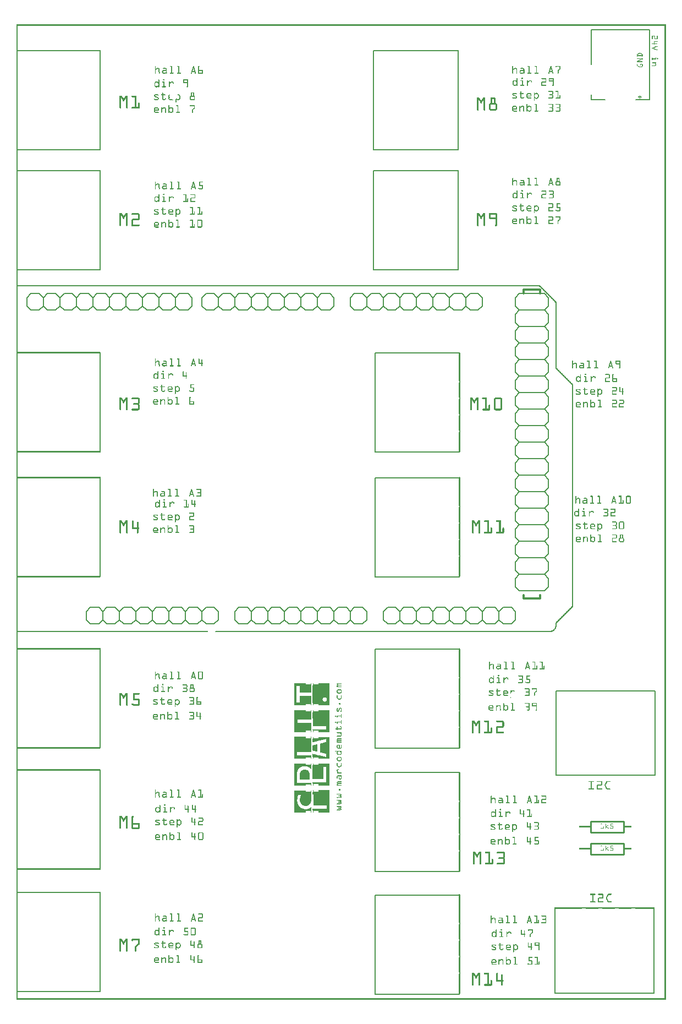
<source format=gto>
G04 MADE WITH FRITZING*
G04 WWW.FRITZING.ORG*
G04 DOUBLE SIDED*
G04 HOLES PLATED*
G04 CONTOUR ON CENTER OF CONTOUR VECTOR*
%ASAXBY*%
%FSLAX23Y23*%
%MOIN*%
%OFA0B0*%
%SFA1.0B1.0*%
%ADD10C,0.012000*%
%ADD11C,0.006000*%
%ADD12C,0.008000*%
%ADD13C,0.010000*%
%ADD14R,0.001000X0.001000*%
%LNSILK1*%
G90*
G70*
G54D10*
X3075Y2451D02*
X3075Y2431D01*
D02*
X3075Y2431D02*
X3174Y2431D01*
D02*
X3174Y2431D02*
X3174Y2451D01*
D02*
X3075Y4276D02*
X3075Y4301D01*
D02*
X3075Y4301D02*
X3174Y4301D01*
D02*
X3174Y4301D02*
X3174Y4276D01*
G54D11*
D02*
X2849Y2376D02*
X2900Y2376D01*
D02*
X2900Y2376D02*
X2924Y2351D01*
D02*
X2924Y2351D02*
X2924Y2301D01*
D02*
X2924Y2301D02*
X2900Y2276D01*
D02*
X2724Y2351D02*
X2750Y2376D01*
D02*
X2750Y2376D02*
X2799Y2376D01*
D02*
X2799Y2376D02*
X2825Y2351D01*
D02*
X2825Y2351D02*
X2825Y2301D01*
D02*
X2825Y2301D02*
X2799Y2276D01*
D02*
X2799Y2276D02*
X2750Y2276D01*
D02*
X2750Y2276D02*
X2724Y2301D01*
D02*
X2849Y2376D02*
X2825Y2351D01*
D02*
X2825Y2301D02*
X2849Y2276D01*
D02*
X2900Y2276D02*
X2849Y2276D01*
D02*
X2549Y2376D02*
X2599Y2376D01*
D02*
X2599Y2376D02*
X2625Y2351D01*
D02*
X2625Y2351D02*
X2625Y2301D01*
D02*
X2625Y2301D02*
X2599Y2276D01*
D02*
X2625Y2351D02*
X2650Y2376D01*
D02*
X2650Y2376D02*
X2700Y2376D01*
D02*
X2700Y2376D02*
X2724Y2351D01*
D02*
X2724Y2351D02*
X2724Y2301D01*
D02*
X2724Y2301D02*
X2700Y2276D01*
D02*
X2700Y2276D02*
X2650Y2276D01*
D02*
X2650Y2276D02*
X2625Y2301D01*
D02*
X2424Y2351D02*
X2450Y2376D01*
D02*
X2450Y2376D02*
X2500Y2376D01*
D02*
X2500Y2376D02*
X2525Y2351D01*
D02*
X2525Y2351D02*
X2525Y2301D01*
D02*
X2525Y2301D02*
X2500Y2276D01*
D02*
X2500Y2276D02*
X2450Y2276D01*
D02*
X2450Y2276D02*
X2424Y2301D01*
D02*
X2549Y2376D02*
X2525Y2351D01*
D02*
X2525Y2301D02*
X2549Y2276D01*
D02*
X2599Y2276D02*
X2549Y2276D01*
D02*
X2250Y2376D02*
X2299Y2376D01*
D02*
X2299Y2376D02*
X2325Y2351D01*
D02*
X2325Y2351D02*
X2325Y2301D01*
D02*
X2325Y2301D02*
X2299Y2276D01*
D02*
X2325Y2351D02*
X2349Y2376D01*
D02*
X2349Y2376D02*
X2400Y2376D01*
D02*
X2400Y2376D02*
X2424Y2351D01*
D02*
X2424Y2351D02*
X2424Y2301D01*
D02*
X2424Y2301D02*
X2400Y2276D01*
D02*
X2400Y2276D02*
X2349Y2276D01*
D02*
X2349Y2276D02*
X2325Y2301D01*
D02*
X2224Y2351D02*
X2224Y2301D01*
D02*
X2250Y2376D02*
X2224Y2351D01*
D02*
X2224Y2301D02*
X2250Y2276D01*
D02*
X2299Y2276D02*
X2250Y2276D01*
D02*
X2950Y2376D02*
X3000Y2376D01*
D02*
X3000Y2376D02*
X3025Y2351D01*
D02*
X3025Y2351D02*
X3025Y2301D01*
D02*
X3025Y2301D02*
X3000Y2276D01*
D02*
X2950Y2376D02*
X2924Y2351D01*
D02*
X2924Y2301D02*
X2950Y2276D01*
D02*
X3000Y2276D02*
X2950Y2276D01*
D02*
X1950Y2376D02*
X2000Y2376D01*
D02*
X2000Y2376D02*
X2025Y2351D01*
D02*
X2025Y2351D02*
X2025Y2301D01*
D02*
X2025Y2301D02*
X2000Y2276D01*
D02*
X1825Y2351D02*
X1849Y2376D01*
D02*
X1849Y2376D02*
X1900Y2376D01*
D02*
X1900Y2376D02*
X1924Y2351D01*
D02*
X1924Y2351D02*
X1924Y2301D01*
D02*
X1924Y2301D02*
X1900Y2276D01*
D02*
X1900Y2276D02*
X1849Y2276D01*
D02*
X1849Y2276D02*
X1825Y2301D01*
D02*
X1950Y2376D02*
X1924Y2351D01*
D02*
X1924Y2301D02*
X1950Y2276D01*
D02*
X2000Y2276D02*
X1950Y2276D01*
D02*
X1650Y2376D02*
X1700Y2376D01*
D02*
X1700Y2376D02*
X1724Y2351D01*
D02*
X1724Y2351D02*
X1724Y2301D01*
D02*
X1724Y2301D02*
X1700Y2276D01*
D02*
X1724Y2351D02*
X1750Y2376D01*
D02*
X1750Y2376D02*
X1799Y2376D01*
D02*
X1799Y2376D02*
X1825Y2351D01*
D02*
X1825Y2351D02*
X1825Y2301D01*
D02*
X1825Y2301D02*
X1799Y2276D01*
D02*
X1799Y2276D02*
X1750Y2276D01*
D02*
X1750Y2276D02*
X1724Y2301D01*
D02*
X1525Y2351D02*
X1549Y2376D01*
D02*
X1549Y2376D02*
X1599Y2376D01*
D02*
X1599Y2376D02*
X1625Y2351D01*
D02*
X1625Y2351D02*
X1625Y2301D01*
D02*
X1625Y2301D02*
X1599Y2276D01*
D02*
X1599Y2276D02*
X1549Y2276D01*
D02*
X1549Y2276D02*
X1525Y2301D01*
D02*
X1650Y2376D02*
X1625Y2351D01*
D02*
X1625Y2301D02*
X1650Y2276D01*
D02*
X1700Y2276D02*
X1650Y2276D01*
D02*
X1349Y2376D02*
X1400Y2376D01*
D02*
X1400Y2376D02*
X1424Y2351D01*
D02*
X1424Y2351D02*
X1424Y2301D01*
D02*
X1424Y2301D02*
X1400Y2276D01*
D02*
X1424Y2351D02*
X1450Y2376D01*
D02*
X1450Y2376D02*
X1500Y2376D01*
D02*
X1500Y2376D02*
X1525Y2351D01*
D02*
X1525Y2351D02*
X1525Y2301D01*
D02*
X1525Y2301D02*
X1500Y2276D01*
D02*
X1500Y2276D02*
X1450Y2276D01*
D02*
X1450Y2276D02*
X1424Y2301D01*
D02*
X1325Y2351D02*
X1325Y2301D01*
D02*
X1349Y2376D02*
X1325Y2351D01*
D02*
X1325Y2301D02*
X1349Y2276D01*
D02*
X1400Y2276D02*
X1349Y2276D01*
D02*
X2049Y2376D02*
X2099Y2376D01*
D02*
X2099Y2376D02*
X2125Y2351D01*
D02*
X2125Y2351D02*
X2125Y2301D01*
D02*
X2125Y2301D02*
X2099Y2276D01*
D02*
X2049Y2376D02*
X2025Y2351D01*
D02*
X2025Y2301D02*
X2049Y2276D01*
D02*
X2099Y2276D02*
X2049Y2276D01*
D02*
X2200Y4176D02*
X2150Y4176D01*
D02*
X2150Y4176D02*
X2125Y4201D01*
D02*
X2125Y4201D02*
X2125Y4251D01*
D02*
X2125Y4251D02*
X2150Y4276D01*
D02*
X2325Y4201D02*
X2299Y4176D01*
D02*
X2299Y4176D02*
X2250Y4176D01*
D02*
X2250Y4176D02*
X2224Y4201D01*
D02*
X2224Y4201D02*
X2224Y4251D01*
D02*
X2224Y4251D02*
X2250Y4276D01*
D02*
X2250Y4276D02*
X2299Y4276D01*
D02*
X2299Y4276D02*
X2325Y4251D01*
D02*
X2200Y4176D02*
X2224Y4201D01*
D02*
X2224Y4251D02*
X2200Y4276D01*
D02*
X2150Y4276D02*
X2200Y4276D01*
D02*
X2500Y4176D02*
X2450Y4176D01*
D02*
X2450Y4176D02*
X2424Y4201D01*
D02*
X2424Y4201D02*
X2424Y4251D01*
D02*
X2424Y4251D02*
X2450Y4276D01*
D02*
X2424Y4201D02*
X2400Y4176D01*
D02*
X2400Y4176D02*
X2349Y4176D01*
D02*
X2349Y4176D02*
X2325Y4201D01*
D02*
X2325Y4201D02*
X2325Y4251D01*
D02*
X2325Y4251D02*
X2349Y4276D01*
D02*
X2349Y4276D02*
X2400Y4276D01*
D02*
X2400Y4276D02*
X2424Y4251D01*
D02*
X2625Y4201D02*
X2599Y4176D01*
D02*
X2599Y4176D02*
X2549Y4176D01*
D02*
X2549Y4176D02*
X2525Y4201D01*
D02*
X2525Y4201D02*
X2525Y4251D01*
D02*
X2525Y4251D02*
X2549Y4276D01*
D02*
X2549Y4276D02*
X2599Y4276D01*
D02*
X2599Y4276D02*
X2625Y4251D01*
D02*
X2500Y4176D02*
X2525Y4201D01*
D02*
X2525Y4251D02*
X2500Y4276D01*
D02*
X2450Y4276D02*
X2500Y4276D01*
D02*
X2799Y4176D02*
X2750Y4176D01*
D02*
X2750Y4176D02*
X2724Y4201D01*
D02*
X2724Y4201D02*
X2724Y4251D01*
D02*
X2724Y4251D02*
X2750Y4276D01*
D02*
X2724Y4201D02*
X2700Y4176D01*
D02*
X2700Y4176D02*
X2650Y4176D01*
D02*
X2650Y4176D02*
X2625Y4201D01*
D02*
X2625Y4201D02*
X2625Y4251D01*
D02*
X2625Y4251D02*
X2650Y4276D01*
D02*
X2650Y4276D02*
X2700Y4276D01*
D02*
X2700Y4276D02*
X2724Y4251D01*
D02*
X2825Y4201D02*
X2825Y4251D01*
D02*
X2799Y4176D02*
X2825Y4201D01*
D02*
X2825Y4251D02*
X2799Y4276D01*
D02*
X2750Y4276D02*
X2799Y4276D01*
D02*
X2099Y4176D02*
X2049Y4176D01*
D02*
X2049Y4176D02*
X2025Y4201D01*
D02*
X2025Y4201D02*
X2025Y4251D01*
D02*
X2025Y4251D02*
X2049Y4276D01*
D02*
X2099Y4176D02*
X2125Y4201D01*
D02*
X2125Y4251D02*
X2099Y4276D01*
D02*
X2049Y4276D02*
X2099Y4276D01*
D02*
X864Y4251D02*
X889Y4276D01*
D02*
X889Y4276D02*
X939Y4276D01*
D02*
X939Y4276D02*
X964Y4251D01*
D02*
X964Y4251D02*
X964Y4201D01*
D02*
X964Y4201D02*
X939Y4176D01*
D02*
X939Y4176D02*
X889Y4176D01*
D02*
X889Y4176D02*
X864Y4201D01*
D02*
X689Y4276D02*
X739Y4276D01*
D02*
X739Y4276D02*
X764Y4251D01*
D02*
X764Y4251D02*
X764Y4201D01*
D02*
X764Y4201D02*
X739Y4176D01*
D02*
X764Y4251D02*
X790Y4276D01*
D02*
X790Y4276D02*
X839Y4276D01*
D02*
X839Y4276D02*
X864Y4251D01*
D02*
X864Y4251D02*
X864Y4201D01*
D02*
X864Y4201D02*
X839Y4176D01*
D02*
X839Y4176D02*
X790Y4176D01*
D02*
X790Y4176D02*
X764Y4201D01*
D02*
X564Y4251D02*
X589Y4276D01*
D02*
X589Y4276D02*
X639Y4276D01*
D02*
X639Y4276D02*
X665Y4251D01*
D02*
X665Y4251D02*
X665Y4201D01*
D02*
X665Y4201D02*
X639Y4176D01*
D02*
X639Y4176D02*
X589Y4176D01*
D02*
X589Y4176D02*
X564Y4201D01*
D02*
X689Y4276D02*
X665Y4251D01*
D02*
X665Y4201D02*
X689Y4176D01*
D02*
X739Y4176D02*
X689Y4176D01*
D02*
X389Y4276D02*
X439Y4276D01*
D02*
X439Y4276D02*
X464Y4251D01*
D02*
X464Y4251D02*
X464Y4201D01*
D02*
X464Y4201D02*
X439Y4176D01*
D02*
X464Y4251D02*
X489Y4276D01*
D02*
X489Y4276D02*
X540Y4276D01*
D02*
X540Y4276D02*
X564Y4251D01*
D02*
X564Y4251D02*
X564Y4201D01*
D02*
X564Y4201D02*
X540Y4176D01*
D02*
X540Y4176D02*
X489Y4176D01*
D02*
X489Y4176D02*
X464Y4201D01*
D02*
X264Y4251D02*
X290Y4276D01*
D02*
X290Y4276D02*
X339Y4276D01*
D02*
X339Y4276D02*
X364Y4251D01*
D02*
X364Y4251D02*
X364Y4201D01*
D02*
X364Y4201D02*
X339Y4176D01*
D02*
X339Y4176D02*
X290Y4176D01*
D02*
X290Y4176D02*
X264Y4201D01*
D02*
X389Y4276D02*
X364Y4251D01*
D02*
X364Y4201D02*
X389Y4176D01*
D02*
X439Y4176D02*
X389Y4176D01*
D02*
X89Y4276D02*
X139Y4276D01*
D02*
X139Y4276D02*
X165Y4251D01*
D02*
X165Y4251D02*
X165Y4201D01*
D02*
X165Y4201D02*
X139Y4176D01*
D02*
X165Y4251D02*
X189Y4276D01*
D02*
X189Y4276D02*
X239Y4276D01*
D02*
X239Y4276D02*
X264Y4251D01*
D02*
X264Y4251D02*
X264Y4201D01*
D02*
X264Y4201D02*
X239Y4176D01*
D02*
X239Y4176D02*
X189Y4176D01*
D02*
X189Y4176D02*
X165Y4201D01*
D02*
X64Y4251D02*
X64Y4201D01*
D02*
X89Y4276D02*
X64Y4251D01*
D02*
X64Y4201D02*
X89Y4176D01*
D02*
X139Y4176D02*
X89Y4176D01*
D02*
X989Y4276D02*
X1040Y4276D01*
D02*
X1040Y4276D02*
X1064Y4251D01*
D02*
X1064Y4251D02*
X1064Y4201D01*
D02*
X1064Y4201D02*
X1040Y4176D01*
D02*
X989Y4276D02*
X964Y4251D01*
D02*
X964Y4201D02*
X989Y4176D01*
D02*
X1040Y4176D02*
X989Y4176D01*
D02*
X1049Y2376D02*
X1099Y2376D01*
D02*
X1099Y2376D02*
X1125Y2351D01*
D02*
X1125Y2351D02*
X1125Y2301D01*
D02*
X1125Y2301D02*
X1099Y2276D01*
D02*
X924Y2351D02*
X949Y2376D01*
D02*
X949Y2376D02*
X1000Y2376D01*
D02*
X1000Y2376D02*
X1025Y2351D01*
D02*
X1025Y2351D02*
X1025Y2301D01*
D02*
X1025Y2301D02*
X1000Y2276D01*
D02*
X1000Y2276D02*
X949Y2276D01*
D02*
X949Y2276D02*
X924Y2301D01*
D02*
X1049Y2376D02*
X1025Y2351D01*
D02*
X1025Y2301D02*
X1049Y2276D01*
D02*
X1099Y2276D02*
X1049Y2276D01*
D02*
X750Y2376D02*
X799Y2376D01*
D02*
X799Y2376D02*
X824Y2351D01*
D02*
X824Y2351D02*
X824Y2301D01*
D02*
X824Y2301D02*
X799Y2276D01*
D02*
X824Y2351D02*
X849Y2376D01*
D02*
X849Y2376D02*
X900Y2376D01*
D02*
X900Y2376D02*
X924Y2351D01*
D02*
X924Y2351D02*
X924Y2301D01*
D02*
X924Y2301D02*
X900Y2276D01*
D02*
X900Y2276D02*
X849Y2276D01*
D02*
X849Y2276D02*
X824Y2301D01*
D02*
X625Y2351D02*
X650Y2376D01*
D02*
X650Y2376D02*
X699Y2376D01*
D02*
X699Y2376D02*
X724Y2351D01*
D02*
X724Y2351D02*
X724Y2301D01*
D02*
X724Y2301D02*
X699Y2276D01*
D02*
X699Y2276D02*
X650Y2276D01*
D02*
X650Y2276D02*
X625Y2301D01*
D02*
X750Y2376D02*
X724Y2351D01*
D02*
X724Y2301D02*
X750Y2276D01*
D02*
X799Y2276D02*
X750Y2276D01*
D02*
X449Y2376D02*
X500Y2376D01*
D02*
X500Y2376D02*
X525Y2351D01*
D02*
X525Y2351D02*
X525Y2301D01*
D02*
X525Y2301D02*
X500Y2276D01*
D02*
X525Y2351D02*
X549Y2376D01*
D02*
X549Y2376D02*
X599Y2376D01*
D02*
X599Y2376D02*
X625Y2351D01*
D02*
X625Y2351D02*
X625Y2301D01*
D02*
X625Y2301D02*
X599Y2276D01*
D02*
X599Y2276D02*
X549Y2276D01*
D02*
X549Y2276D02*
X525Y2301D01*
D02*
X424Y2351D02*
X424Y2301D01*
D02*
X449Y2376D02*
X424Y2351D01*
D02*
X424Y2301D02*
X449Y2276D01*
D02*
X500Y2276D02*
X449Y2276D01*
D02*
X1150Y2376D02*
X1199Y2376D01*
D02*
X1199Y2376D02*
X1224Y2351D01*
D02*
X1224Y2351D02*
X1224Y2301D01*
D02*
X1224Y2301D02*
X1199Y2276D01*
D02*
X1150Y2376D02*
X1125Y2351D01*
D02*
X1125Y2301D02*
X1150Y2276D01*
D02*
X1199Y2276D02*
X1150Y2276D01*
D02*
X1299Y4176D02*
X1250Y4176D01*
D02*
X1250Y4176D02*
X1224Y4201D01*
D02*
X1224Y4201D02*
X1224Y4251D01*
D02*
X1224Y4251D02*
X1250Y4276D01*
D02*
X1424Y4201D02*
X1400Y4176D01*
D02*
X1400Y4176D02*
X1349Y4176D01*
D02*
X1349Y4176D02*
X1325Y4201D01*
D02*
X1325Y4201D02*
X1325Y4251D01*
D02*
X1325Y4251D02*
X1349Y4276D01*
D02*
X1349Y4276D02*
X1400Y4276D01*
D02*
X1400Y4276D02*
X1424Y4251D01*
D02*
X1299Y4176D02*
X1325Y4201D01*
D02*
X1325Y4251D02*
X1299Y4276D01*
D02*
X1250Y4276D02*
X1299Y4276D01*
D02*
X1599Y4176D02*
X1549Y4176D01*
D02*
X1549Y4176D02*
X1525Y4201D01*
D02*
X1525Y4201D02*
X1525Y4251D01*
D02*
X1525Y4251D02*
X1549Y4276D01*
D02*
X1525Y4201D02*
X1500Y4176D01*
D02*
X1500Y4176D02*
X1450Y4176D01*
D02*
X1450Y4176D02*
X1424Y4201D01*
D02*
X1424Y4201D02*
X1424Y4251D01*
D02*
X1424Y4251D02*
X1450Y4276D01*
D02*
X1450Y4276D02*
X1500Y4276D01*
D02*
X1500Y4276D02*
X1525Y4251D01*
D02*
X1724Y4201D02*
X1700Y4176D01*
D02*
X1700Y4176D02*
X1650Y4176D01*
D02*
X1650Y4176D02*
X1625Y4201D01*
D02*
X1625Y4201D02*
X1625Y4251D01*
D02*
X1625Y4251D02*
X1650Y4276D01*
D02*
X1650Y4276D02*
X1700Y4276D01*
D02*
X1700Y4276D02*
X1724Y4251D01*
D02*
X1599Y4176D02*
X1625Y4201D01*
D02*
X1625Y4251D02*
X1599Y4276D01*
D02*
X1549Y4276D02*
X1599Y4276D01*
D02*
X1900Y4176D02*
X1849Y4176D01*
D02*
X1849Y4176D02*
X1825Y4201D01*
D02*
X1825Y4201D02*
X1825Y4251D01*
D02*
X1825Y4251D02*
X1849Y4276D01*
D02*
X1825Y4201D02*
X1799Y4176D01*
D02*
X1799Y4176D02*
X1750Y4176D01*
D02*
X1750Y4176D02*
X1724Y4201D01*
D02*
X1724Y4201D02*
X1724Y4251D01*
D02*
X1724Y4251D02*
X1750Y4276D01*
D02*
X1750Y4276D02*
X1799Y4276D01*
D02*
X1799Y4276D02*
X1825Y4251D01*
D02*
X1924Y4201D02*
X1924Y4251D01*
D02*
X1900Y4176D02*
X1924Y4201D01*
D02*
X1924Y4251D02*
X1900Y4276D01*
D02*
X1849Y4276D02*
X1900Y4276D01*
D02*
X1199Y4176D02*
X1150Y4176D01*
D02*
X1150Y4176D02*
X1125Y4201D01*
D02*
X1125Y4201D02*
X1125Y4251D01*
D02*
X1125Y4251D02*
X1150Y4276D01*
D02*
X1199Y4176D02*
X1224Y4201D01*
D02*
X1224Y4251D02*
X1199Y4276D01*
D02*
X1150Y4276D02*
X1199Y4276D01*
D02*
X3049Y4276D02*
X3025Y4251D01*
D02*
X3025Y4251D02*
X3025Y4201D01*
D02*
X3025Y4201D02*
X3049Y4176D01*
D02*
X3049Y4176D02*
X3025Y4151D01*
D02*
X3025Y4151D02*
X3025Y4101D01*
D02*
X3025Y4101D02*
X3049Y4076D01*
D02*
X3049Y4076D02*
X3025Y4051D01*
D02*
X3025Y4051D02*
X3025Y4001D01*
D02*
X3025Y4001D02*
X3049Y3976D01*
D02*
X3049Y3976D02*
X3025Y3951D01*
D02*
X3025Y3951D02*
X3025Y3901D01*
D02*
X3025Y3901D02*
X3049Y3876D01*
D02*
X3049Y3876D02*
X3025Y3851D01*
D02*
X3025Y3851D02*
X3025Y3801D01*
D02*
X3025Y3801D02*
X3049Y3776D01*
D02*
X3049Y3776D02*
X3025Y3751D01*
D02*
X3025Y3751D02*
X3025Y3701D01*
D02*
X3025Y3701D02*
X3049Y3676D01*
D02*
X3049Y4276D02*
X3200Y4276D01*
D02*
X3200Y4276D02*
X3224Y4251D01*
D02*
X3224Y4251D02*
X3224Y4201D01*
D02*
X3224Y4201D02*
X3200Y4176D01*
D02*
X3200Y4176D02*
X3224Y4151D01*
D02*
X3224Y4151D02*
X3224Y4101D01*
D02*
X3224Y4101D02*
X3200Y4076D01*
D02*
X3200Y4076D02*
X3224Y4051D01*
D02*
X3224Y4051D02*
X3224Y4001D01*
D02*
X3224Y4001D02*
X3200Y3976D01*
D02*
X3200Y3976D02*
X3224Y3951D01*
D02*
X3224Y3951D02*
X3224Y3901D01*
D02*
X3224Y3901D02*
X3200Y3876D01*
D02*
X3200Y3876D02*
X3224Y3851D01*
D02*
X3224Y3851D02*
X3224Y3801D01*
D02*
X3224Y3801D02*
X3200Y3776D01*
D02*
X3200Y3776D02*
X3224Y3751D01*
D02*
X3224Y3751D02*
X3224Y3701D01*
D02*
X3224Y3701D02*
X3200Y3676D01*
D02*
X3200Y3676D02*
X3224Y3651D01*
D02*
X3224Y3651D02*
X3224Y3601D01*
D02*
X3224Y3601D02*
X3200Y3576D01*
D02*
X3200Y3576D02*
X3224Y3551D01*
D02*
X3224Y3551D02*
X3224Y3501D01*
D02*
X3224Y3501D02*
X3200Y3476D01*
D02*
X3200Y3476D02*
X3224Y3451D01*
D02*
X3224Y3451D02*
X3224Y3401D01*
D02*
X3224Y3401D02*
X3200Y3376D01*
D02*
X3200Y3376D02*
X3224Y3351D01*
D02*
X3224Y3351D02*
X3224Y3301D01*
D02*
X3224Y3301D02*
X3200Y3276D01*
D02*
X3200Y3276D02*
X3224Y3251D01*
D02*
X3224Y3251D02*
X3224Y3201D01*
D02*
X3224Y3201D02*
X3200Y3176D01*
D02*
X3200Y3176D02*
X3224Y3151D01*
D02*
X3224Y3151D02*
X3224Y3101D01*
D02*
X3200Y3076D02*
X3224Y3101D01*
D02*
X3200Y3076D02*
X3224Y3051D01*
D02*
X3224Y3001D02*
X3224Y3051D01*
D02*
X3224Y3001D02*
X3200Y2976D01*
D02*
X3200Y2976D02*
X3224Y2951D01*
D02*
X3224Y2901D02*
X3224Y2951D01*
D02*
X3224Y2901D02*
X3200Y2876D01*
D02*
X3200Y2876D02*
X3224Y2851D01*
D02*
X3224Y2801D02*
X3224Y2851D01*
D02*
X3224Y2801D02*
X3200Y2776D01*
D02*
X3200Y2776D02*
X3224Y2751D01*
D02*
X3224Y2701D02*
X3224Y2751D01*
D02*
X3224Y2701D02*
X3200Y2676D01*
D02*
X3200Y2676D02*
X3224Y2651D01*
D02*
X3224Y2601D02*
X3224Y2651D01*
D02*
X3224Y2601D02*
X3200Y2576D01*
D02*
X3200Y2576D02*
X3224Y2551D01*
D02*
X3224Y2501D02*
X3224Y2551D01*
D02*
X3224Y2501D02*
X3200Y2476D01*
D02*
X3049Y2476D02*
X3025Y2501D01*
D02*
X3025Y2501D02*
X3025Y2551D01*
D02*
X3049Y2576D02*
X3025Y2551D01*
D02*
X3049Y2576D02*
X3025Y2601D01*
D02*
X3025Y2601D02*
X3025Y2651D01*
D02*
X3049Y2676D02*
X3025Y2651D01*
D02*
X3049Y2676D02*
X3025Y2701D01*
D02*
X3025Y2751D02*
X3025Y2701D01*
D02*
X3025Y2751D02*
X3049Y2776D01*
D02*
X3049Y2776D02*
X3025Y2801D01*
D02*
X3025Y2851D02*
X3025Y2801D01*
D02*
X3025Y2851D02*
X3049Y2876D01*
D02*
X3049Y2876D02*
X3025Y2901D01*
D02*
X3025Y2901D02*
X3025Y2951D01*
D02*
X3049Y2976D02*
X3025Y2951D01*
D02*
X3049Y2976D02*
X3025Y3001D01*
D02*
X3025Y3001D02*
X3025Y3051D01*
D02*
X3049Y3076D02*
X3025Y3051D01*
D02*
X3049Y3076D02*
X3025Y3101D01*
D02*
X3025Y3101D02*
X3025Y3151D01*
D02*
X3049Y3176D02*
X3025Y3151D01*
D02*
X3049Y3176D02*
X3025Y3201D01*
D02*
X3025Y3201D02*
X3025Y3251D01*
D02*
X3049Y3276D02*
X3025Y3251D01*
D02*
X3049Y3276D02*
X3025Y3301D01*
D02*
X3025Y3301D02*
X3025Y3351D01*
D02*
X3049Y3376D02*
X3025Y3351D01*
D02*
X3049Y3376D02*
X3025Y3401D01*
D02*
X3025Y3401D02*
X3025Y3451D01*
D02*
X3049Y3476D02*
X3025Y3451D01*
D02*
X3049Y3476D02*
X3025Y3501D01*
D02*
X3025Y3501D02*
X3025Y3551D01*
D02*
X3049Y3576D02*
X3025Y3551D01*
D02*
X3049Y3576D02*
X3025Y3601D01*
D02*
X3025Y3601D02*
X3025Y3651D01*
D02*
X3049Y3676D02*
X3025Y3651D01*
D02*
X3200Y4176D02*
X3049Y4176D01*
D02*
X3200Y4076D02*
X3049Y4076D01*
D02*
X3200Y3976D02*
X3049Y3976D01*
D02*
X3200Y3876D02*
X3049Y3876D01*
D02*
X3200Y3776D02*
X3049Y3776D01*
D02*
X3200Y3676D02*
X3049Y3676D01*
D02*
X3200Y3576D02*
X3049Y3576D01*
D02*
X3200Y3476D02*
X3049Y3476D01*
D02*
X3200Y3376D02*
X3049Y3376D01*
D02*
X3200Y3276D02*
X3049Y3276D01*
D02*
X3200Y3176D02*
X3049Y3176D01*
D02*
X3200Y3076D02*
X3049Y3076D01*
D02*
X3200Y2976D02*
X3049Y2976D01*
D02*
X3200Y2876D02*
X3049Y2876D01*
D02*
X3200Y2776D02*
X3049Y2776D01*
D02*
X3200Y2676D02*
X3049Y2676D01*
D02*
X3200Y2576D02*
X3049Y2576D01*
D02*
X3200Y2476D02*
X3049Y2476D01*
G54D12*
D02*
X3485Y5452D02*
X3567Y5452D01*
D02*
X3485Y5873D02*
X3485Y5665D01*
D02*
X3839Y5873D02*
X3839Y5452D01*
D02*
X3839Y5452D02*
X3756Y5452D01*
D02*
X3839Y5873D02*
X3485Y5873D01*
D02*
X3870Y1871D02*
X3870Y1359D01*
D02*
X3870Y1871D02*
X3270Y1871D01*
D02*
X3270Y1359D02*
X3270Y1871D01*
D02*
X3265Y42D02*
X3265Y554D01*
D02*
X3265Y42D02*
X3865Y42D01*
D02*
X3865Y554D02*
X3865Y42D01*
D02*
X2166Y5746D02*
X2678Y5746D01*
D02*
X2166Y5746D02*
X2166Y5146D01*
D02*
X2678Y5146D02*
X2166Y5146D01*
D02*
X2166Y5021D02*
X2678Y5021D01*
D02*
X2166Y5021D02*
X2166Y4421D01*
D02*
X2678Y4421D02*
X2166Y4421D01*
D02*
X2174Y3161D02*
X2686Y3161D01*
D02*
X2174Y3161D02*
X2174Y2561D01*
D02*
X2686Y2561D02*
X2174Y2561D01*
D02*
X2174Y3917D02*
X2686Y3917D01*
D02*
X2174Y3917D02*
X2174Y3317D01*
D02*
X2686Y3317D02*
X2174Y3317D01*
D02*
X2174Y1376D02*
X2686Y1376D01*
D02*
X2174Y1376D02*
X2174Y776D01*
D02*
X2686Y776D02*
X2174Y776D01*
D02*
X2174Y2124D02*
X2686Y2124D01*
D02*
X2174Y2124D02*
X2174Y1524D01*
D02*
X2686Y1524D02*
X2174Y1524D01*
D02*
X2174Y635D02*
X2686Y635D01*
D02*
X2174Y635D02*
X2174Y35D01*
D02*
X2686Y35D02*
X2174Y35D01*
G54D13*
D02*
X3480Y948D02*
X3680Y948D01*
D02*
X3680Y948D02*
X3680Y882D01*
D02*
X3680Y882D02*
X3480Y882D01*
D02*
X3480Y882D02*
X3480Y948D01*
D02*
X3480Y1081D02*
X3680Y1081D01*
D02*
X3680Y1081D02*
X3680Y1015D01*
D02*
X3680Y1015D02*
X3480Y1015D01*
D02*
X3480Y1015D02*
X3480Y1081D01*
G36*
X1686Y1297D02*
X1700Y1297D01*
X1700Y1370D01*
X1700Y1370D01*
X1700Y1372D01*
X1700Y1372D01*
X1700Y1374D01*
X1701Y1374D01*
X1701Y1375D01*
X1701Y1375D01*
X1701Y1376D01*
X1701Y1376D01*
X1701Y1376D01*
X1701Y1376D01*
X1701Y1377D01*
X1701Y1377D01*
X1701Y1378D01*
X1702Y1378D01*
X1702Y1379D01*
X1702Y1379D01*
X1702Y1379D01*
X1702Y1379D01*
X1702Y1380D01*
X1702Y1380D01*
X1702Y1381D01*
X1702Y1381D01*
X1702Y1381D01*
X1703Y1381D01*
X1703Y1382D01*
X1703Y1382D01*
X1703Y1382D01*
X1703Y1382D01*
X1703Y1383D01*
X1703Y1383D01*
X1703Y1384D01*
X1703Y1384D01*
X1703Y1384D01*
X1704Y1384D01*
X1704Y1384D01*
X1704Y1384D01*
X1704Y1385D01*
X1704Y1385D01*
X1704Y1385D01*
X1704Y1385D01*
X1704Y1386D01*
X1704Y1386D01*
X1704Y1386D01*
X1704Y1386D01*
X1704Y1387D01*
X1705Y1387D01*
X1705Y1387D01*
X1705Y1387D01*
X1705Y1388D01*
X1705Y1388D01*
X1705Y1388D01*
X1705Y1388D01*
X1705Y1388D01*
X1705Y1388D01*
X1705Y1389D01*
X1706Y1389D01*
X1706Y1389D01*
X1706Y1389D01*
X1706Y1390D01*
X1706Y1390D01*
X1706Y1390D01*
X1706Y1390D01*
X1706Y1390D01*
X1706Y1390D01*
X1706Y1391D01*
X1707Y1391D01*
X1707Y1391D01*
X1707Y1391D01*
X1707Y1391D01*
X1707Y1391D01*
X1707Y1392D01*
X1707Y1392D01*
X1707Y1392D01*
X1707Y1392D01*
X1707Y1392D01*
X1707Y1392D01*
X1707Y1393D01*
X1708Y1393D01*
X1708Y1393D01*
X1708Y1393D01*
X1708Y1393D01*
X1708Y1393D01*
X1708Y1394D01*
X1708Y1394D01*
X1708Y1394D01*
X1708Y1394D01*
X1708Y1394D01*
X1709Y1394D01*
X1709Y1395D01*
X1709Y1395D01*
X1709Y1395D01*
X1709Y1395D01*
X1709Y1395D01*
X1709Y1395D01*
X1709Y1395D01*
X1709Y1395D01*
X1709Y1396D01*
X1710Y1396D01*
X1710Y1396D01*
X1710Y1396D01*
X1710Y1396D01*
X1710Y1396D01*
X1710Y1396D01*
X1710Y1396D01*
X1710Y1397D01*
X1710Y1397D01*
X1710Y1397D01*
X1711Y1397D01*
X1711Y1397D01*
X1711Y1397D01*
X1711Y1398D01*
X1711Y1398D01*
X1711Y1398D01*
X1711Y1398D01*
X1711Y1398D01*
X1711Y1398D01*
X1711Y1398D01*
X1711Y1398D01*
X1711Y1398D01*
X1712Y1398D01*
X1712Y1399D01*
X1712Y1399D01*
X1712Y1399D01*
X1712Y1399D01*
X1712Y1399D01*
X1712Y1399D01*
X1712Y1399D01*
X1712Y1399D01*
X1712Y1400D01*
X1713Y1400D01*
X1713Y1400D01*
X1713Y1400D01*
X1713Y1400D01*
X1713Y1400D01*
X1713Y1400D01*
X1713Y1400D01*
X1713Y1400D01*
X1713Y1400D01*
X1713Y1401D01*
X1714Y1401D01*
X1714Y1401D01*
X1714Y1401D01*
X1714Y1401D01*
X1714Y1401D01*
X1714Y1401D01*
X1714Y1401D01*
X1714Y1402D01*
X1714Y1402D01*
X1714Y1402D01*
X1714Y1402D01*
X1714Y1402D01*
X1715Y1402D01*
X1715Y1402D01*
X1715Y1402D01*
X1715Y1402D01*
X1715Y1402D01*
X1715Y1402D01*
X1715Y1402D01*
X1715Y1403D01*
X1715Y1403D01*
X1715Y1403D01*
X1716Y1403D01*
X1716Y1403D01*
X1716Y1403D01*
X1716Y1403D01*
X1716Y1403D01*
X1716Y1403D01*
X1716Y1403D01*
X1716Y1404D01*
X1717Y1404D01*
X1717Y1404D01*
X1717Y1404D01*
X1717Y1404D01*
X1717Y1404D01*
X1717Y1404D01*
X1717Y1404D01*
X1717Y1404D01*
X1717Y1404D01*
X1717Y1405D01*
X1717Y1405D01*
X1717Y1405D01*
X1718Y1405D01*
X1718Y1405D01*
X1718Y1405D01*
X1718Y1405D01*
X1718Y1405D01*
X1718Y1405D01*
X1718Y1405D01*
X1718Y1405D01*
X1719Y1405D01*
X1719Y1406D01*
X1719Y1406D01*
X1719Y1406D01*
X1719Y1406D01*
X1719Y1406D01*
X1719Y1406D01*
X1719Y1406D01*
X1720Y1406D01*
X1720Y1406D01*
X1720Y1406D01*
X1720Y1407D01*
X1720Y1407D01*
X1720Y1407D01*
X1721Y1407D01*
X1721Y1407D01*
X1721Y1407D01*
X1721Y1407D01*
X1721Y1407D01*
X1721Y1407D01*
X1721Y1407D01*
X1721Y1408D01*
X1722Y1408D01*
X1722Y1408D01*
X1722Y1408D01*
X1722Y1408D01*
X1722Y1408D01*
X1722Y1408D01*
X1723Y1408D01*
X1723Y1408D01*
X1723Y1408D01*
X1723Y1408D01*
X1723Y1408D01*
X1723Y1409D01*
X1724Y1409D01*
X1724Y1409D01*
X1724Y1409D01*
X1724Y1409D01*
X1724Y1409D01*
X1724Y1409D01*
X1724Y1409D01*
X1724Y1409D01*
X1725Y1409D01*
X1725Y1410D01*
X1725Y1410D01*
X1725Y1410D01*
X1726Y1410D01*
X1726Y1410D01*
X1726Y1410D01*
X1726Y1410D01*
X1726Y1410D01*
X1726Y1410D01*
X1727Y1410D01*
X1727Y1411D01*
X1727Y1411D01*
X1727Y1411D01*
X1728Y1411D01*
X1728Y1411D01*
X1728Y1411D01*
X1728Y1411D01*
X1728Y1411D01*
X1728Y1411D01*
X1729Y1411D01*
X1729Y1412D01*
X1729Y1412D01*
X1729Y1412D01*
X1730Y1412D01*
X1730Y1412D01*
X1731Y1412D01*
X1731Y1412D01*
X1731Y1412D01*
X1731Y1412D01*
X1732Y1412D01*
X1732Y1412D01*
X1732Y1412D01*
X1732Y1413D01*
X1733Y1413D01*
X1733Y1413D01*
X1734Y1413D01*
X1734Y1413D01*
X1734Y1413D01*
X1734Y1413D01*
X1735Y1413D01*
X1735Y1413D01*
X1736Y1413D01*
X1736Y1414D01*
X1737Y1414D01*
X1737Y1414D01*
X1738Y1414D01*
X1738Y1414D01*
X1739Y1414D01*
X1739Y1414D01*
X1740Y1414D01*
X1740Y1414D01*
X1742Y1414D01*
X1742Y1415D01*
X1745Y1415D01*
X1745Y1415D01*
X1750Y1415D01*
X1750Y1415D01*
X1753Y1415D01*
X1753Y1414D01*
X1755Y1414D01*
X1755Y1414D01*
X1756Y1414D01*
X1756Y1414D01*
X1757Y1414D01*
X1757Y1414D01*
X1758Y1414D01*
X1758Y1414D01*
X1759Y1414D01*
X1759Y1413D01*
X1760Y1413D01*
X1760Y1413D01*
X1761Y1413D01*
X1761Y1413D01*
X1761Y1413D01*
X1761Y1413D01*
X1762Y1413D01*
X1762Y1413D01*
X1763Y1413D01*
X1763Y1412D01*
X1763Y1412D01*
X1763Y1412D01*
X1764Y1412D01*
X1764Y1412D01*
X1765Y1412D01*
X1765Y1412D01*
X1765Y1412D01*
X1765Y1412D01*
X1765Y1412D01*
X1765Y1412D01*
X1766Y1412D01*
X1766Y1411D01*
X1767Y1411D01*
X1767Y1411D01*
X1767Y1411D01*
X1767Y1411D01*
X1768Y1411D01*
X1768Y1411D01*
X1768Y1411D01*
X1768Y1411D01*
X1768Y1411D01*
X1768Y1410D01*
X1769Y1410D01*
X1769Y1410D01*
X1769Y1410D01*
X1769Y1410D01*
X1770Y1410D01*
X1770Y1410D01*
X1770Y1410D01*
X1770Y1410D01*
X1770Y1410D01*
X1770Y1409D01*
X1771Y1409D01*
X1771Y1409D01*
X1771Y1409D01*
X1771Y1409D01*
X1772Y1409D01*
X1772Y1409D01*
X1772Y1409D01*
X1772Y1409D01*
X1772Y1409D01*
X1772Y1408D01*
X1772Y1408D01*
X1772Y1408D01*
X1773Y1408D01*
X1773Y1408D01*
X1773Y1408D01*
X1773Y1408D01*
X1774Y1408D01*
X1774Y1408D01*
X1774Y1408D01*
X1774Y1408D01*
X1774Y1408D01*
X1774Y1407D01*
X1775Y1407D01*
X1775Y1407D01*
X1775Y1407D01*
X1775Y1407D01*
X1775Y1407D01*
X1775Y1407D01*
X1775Y1407D01*
X1775Y1407D01*
X1776Y1407D01*
X1776Y1406D01*
X1776Y1406D01*
X1776Y1406D01*
X1776Y1406D01*
X1776Y1406D01*
X1776Y1406D01*
X1776Y1406D01*
X1777Y1406D01*
X1777Y1406D01*
X1777Y1406D01*
X1777Y1405D01*
X1777Y1405D01*
X1777Y1405D01*
X1778Y1405D01*
X1778Y1405D01*
X1778Y1405D01*
X1778Y1405D01*
X1778Y1405D01*
X1778Y1405D01*
X1778Y1405D01*
X1778Y1405D01*
X1779Y1405D01*
X1779Y1404D01*
X1779Y1404D01*
X1779Y1404D01*
X1779Y1404D01*
X1779Y1404D01*
X1779Y1404D01*
X1779Y1404D01*
X1779Y1404D01*
X1779Y1404D01*
X1780Y1404D01*
X1780Y1403D01*
X1780Y1403D01*
X1780Y1403D01*
X1780Y1403D01*
X1780Y1403D01*
X1780Y1403D01*
X1780Y1403D01*
X1781Y1403D01*
X1781Y1403D01*
X1781Y1403D01*
X1781Y1402D01*
X1781Y1402D01*
X1781Y1402D01*
X1781Y1402D01*
X1781Y1402D01*
X1782Y1402D01*
X1782Y1402D01*
X1782Y1402D01*
X1782Y1402D01*
X1782Y1402D01*
X1782Y1402D01*
X1782Y1402D01*
X1782Y1401D01*
X1782Y1401D01*
X1782Y1401D01*
X1782Y1401D01*
X1782Y1401D01*
X1783Y1401D01*
X1783Y1401D01*
X1783Y1401D01*
X1783Y1401D01*
X1783Y1401D01*
X1783Y1400D01*
X1783Y1400D01*
X1783Y1400D01*
X1783Y1400D01*
X1783Y1400D01*
X1784Y1400D01*
X1784Y1400D01*
X1784Y1400D01*
X1784Y1400D01*
X1784Y1400D01*
X1784Y1399D01*
X1784Y1399D01*
X1784Y1399D01*
X1784Y1399D01*
X1784Y1399D01*
X1785Y1399D01*
X1785Y1399D01*
X1785Y1399D01*
X1785Y1399D01*
X1785Y1399D01*
X1785Y1398D01*
X1785Y1398D01*
X1785Y1398D01*
X1785Y1398D01*
X1785Y1398D01*
X1786Y1398D01*
X1786Y1398D01*
X1786Y1398D01*
X1786Y1398D01*
X1786Y1398D01*
X1786Y1397D01*
X1786Y1397D01*
X1786Y1397D01*
X1786Y1397D01*
X1786Y1397D01*
X1786Y1397D01*
X1786Y1397D01*
X1787Y1397D01*
X1787Y1396D01*
X1787Y1396D01*
X1787Y1396D01*
X1787Y1396D01*
X1787Y1396D01*
X1787Y1396D01*
X1787Y1396D01*
X1787Y1396D01*
X1787Y1395D01*
X1788Y1395D01*
X1788Y1395D01*
X1788Y1395D01*
X1788Y1395D01*
X1788Y1395D01*
X1788Y1395D01*
X1788Y1395D01*
X1788Y1395D01*
X1788Y1395D01*
X1788Y1394D01*
X1789Y1394D01*
X1789Y1394D01*
X1789Y1394D01*
X1789Y1394D01*
X1789Y1394D01*
X1789Y1393D01*
X1789Y1393D01*
X1789Y1393D01*
X1789Y1393D01*
X1789Y1418D01*
X1789Y1418D01*
X1789Y1419D01*
X1788Y1419D01*
X1788Y1430D01*
X1784Y1430D01*
X1784Y1423D01*
X1775Y1423D01*
X1775Y1423D01*
X1753Y1423D01*
X1753Y1430D01*
X1686Y1430D01*
X1686Y1297D01*
G37*
D02*
G36*
X1700Y1297D02*
X1753Y1297D01*
X1753Y1305D01*
X1784Y1305D01*
X1784Y1297D01*
X1788Y1297D01*
X1788Y1309D01*
X1789Y1309D01*
X1789Y1313D01*
X1700Y1313D01*
X1700Y1297D01*
G37*
D02*
G36*
X1686Y1460D02*
X1701Y1460D01*
X1701Y1500D01*
X1789Y1500D01*
X1789Y1581D01*
X1788Y1581D01*
X1788Y1593D01*
X1784Y1593D01*
X1784Y1585D01*
X1781Y1585D01*
X1781Y1585D01*
X1753Y1585D01*
X1753Y1593D01*
X1686Y1593D01*
X1686Y1460D01*
G37*
D02*
G36*
X1701Y1460D02*
X1753Y1460D01*
X1753Y1467D01*
X1784Y1467D01*
X1784Y1460D01*
X1788Y1460D01*
X1788Y1472D01*
X1789Y1472D01*
X1789Y1472D01*
X1789Y1472D01*
X1789Y1479D01*
X1701Y1479D01*
X1701Y1460D01*
G37*
D02*
G36*
X1686Y1622D02*
X1704Y1622D01*
X1704Y1697D01*
X1789Y1697D01*
X1789Y1743D01*
X1788Y1743D01*
X1788Y1755D01*
X1784Y1755D01*
X1784Y1747D01*
X1753Y1747D01*
X1753Y1755D01*
X1686Y1755D01*
X1686Y1622D01*
G37*
D02*
G36*
X1704Y1622D02*
X1753Y1622D01*
X1753Y1629D01*
X1784Y1629D01*
X1784Y1622D01*
X1788Y1622D01*
X1788Y1634D01*
X1789Y1634D01*
X1789Y1677D01*
X1704Y1677D01*
X1704Y1622D01*
G37*
D02*
G36*
X1686Y1784D02*
X1698Y1784D01*
X1698Y1901D01*
X1717Y1901D01*
X1717Y1861D01*
X1789Y1861D01*
X1789Y1905D01*
X1788Y1905D01*
X1788Y1917D01*
X1784Y1917D01*
X1784Y1909D01*
X1753Y1909D01*
X1753Y1917D01*
X1686Y1917D01*
X1686Y1784D01*
G37*
D02*
G36*
X1698Y1784D02*
X1753Y1784D01*
X1753Y1791D01*
X1774Y1791D01*
X1774Y1792D01*
X1784Y1792D01*
X1784Y1784D01*
X1788Y1784D01*
X1788Y1796D01*
X1789Y1796D01*
X1789Y1796D01*
X1789Y1796D01*
X1789Y1841D01*
X1717Y1841D01*
X1717Y1800D01*
X1698Y1800D01*
X1698Y1784D01*
G37*
D02*
G36*
X1718Y1334D02*
X1778Y1334D01*
X1778Y1368D01*
X1777Y1368D01*
X1777Y1370D01*
X1777Y1370D01*
X1777Y1371D01*
X1777Y1371D01*
X1777Y1372D01*
X1777Y1372D01*
X1777Y1373D01*
X1777Y1373D01*
X1777Y1373D01*
X1776Y1373D01*
X1776Y1374D01*
X1776Y1374D01*
X1776Y1375D01*
X1776Y1375D01*
X1776Y1375D01*
X1776Y1375D01*
X1776Y1376D01*
X1776Y1376D01*
X1776Y1376D01*
X1775Y1376D01*
X1775Y1377D01*
X1775Y1377D01*
X1775Y1377D01*
X1775Y1377D01*
X1775Y1378D01*
X1775Y1378D01*
X1775Y1378D01*
X1775Y1378D01*
X1775Y1379D01*
X1775Y1379D01*
X1775Y1379D01*
X1774Y1379D01*
X1774Y1379D01*
X1774Y1379D01*
X1774Y1380D01*
X1774Y1380D01*
X1774Y1380D01*
X1774Y1380D01*
X1774Y1380D01*
X1774Y1380D01*
X1774Y1381D01*
X1773Y1381D01*
X1773Y1381D01*
X1773Y1381D01*
X1773Y1381D01*
X1773Y1381D01*
X1773Y1382D01*
X1773Y1382D01*
X1773Y1382D01*
X1773Y1382D01*
X1773Y1382D01*
X1772Y1382D01*
X1772Y1383D01*
X1772Y1383D01*
X1772Y1383D01*
X1772Y1383D01*
X1772Y1383D01*
X1772Y1383D01*
X1772Y1383D01*
X1772Y1383D01*
X1772Y1384D01*
X1772Y1384D01*
X1772Y1384D01*
X1771Y1384D01*
X1771Y1384D01*
X1771Y1384D01*
X1771Y1384D01*
X1771Y1384D01*
X1771Y1385D01*
X1771Y1385D01*
X1771Y1385D01*
X1771Y1385D01*
X1771Y1385D01*
X1770Y1385D01*
X1770Y1385D01*
X1770Y1385D01*
X1770Y1385D01*
X1770Y1385D01*
X1770Y1386D01*
X1770Y1386D01*
X1770Y1386D01*
X1770Y1386D01*
X1770Y1386D01*
X1769Y1386D01*
X1769Y1386D01*
X1769Y1386D01*
X1769Y1386D01*
X1769Y1386D01*
X1769Y1387D01*
X1769Y1387D01*
X1769Y1387D01*
X1769Y1387D01*
X1769Y1387D01*
X1769Y1387D01*
X1769Y1387D01*
X1768Y1387D01*
X1768Y1387D01*
X1768Y1387D01*
X1768Y1388D01*
X1768Y1388D01*
X1768Y1388D01*
X1768Y1388D01*
X1768Y1388D01*
X1768Y1388D01*
X1768Y1388D01*
X1767Y1388D01*
X1767Y1388D01*
X1767Y1388D01*
X1767Y1388D01*
X1767Y1388D01*
X1767Y1389D01*
X1767Y1389D01*
X1767Y1389D01*
X1766Y1389D01*
X1766Y1389D01*
X1766Y1389D01*
X1766Y1389D01*
X1766Y1389D01*
X1766Y1389D01*
X1765Y1389D01*
X1765Y1390D01*
X1765Y1390D01*
X1765Y1390D01*
X1765Y1390D01*
X1765Y1390D01*
X1765Y1390D01*
X1765Y1390D01*
X1764Y1390D01*
X1764Y1390D01*
X1764Y1390D01*
X1764Y1391D01*
X1764Y1391D01*
X1764Y1391D01*
X1763Y1391D01*
X1763Y1391D01*
X1763Y1391D01*
X1763Y1391D01*
X1762Y1391D01*
X1762Y1391D01*
X1762Y1391D01*
X1762Y1391D01*
X1762Y1391D01*
X1762Y1392D01*
X1761Y1392D01*
X1761Y1392D01*
X1761Y1392D01*
X1761Y1392D01*
X1760Y1392D01*
X1760Y1392D01*
X1760Y1392D01*
X1760Y1392D01*
X1759Y1392D01*
X1759Y1393D01*
X1759Y1393D01*
X1759Y1393D01*
X1758Y1393D01*
X1758Y1393D01*
X1757Y1393D01*
X1757Y1393D01*
X1756Y1393D01*
X1756Y1393D01*
X1756Y1393D01*
X1756Y1394D01*
X1755Y1394D01*
X1755Y1394D01*
X1753Y1394D01*
X1753Y1394D01*
X1752Y1394D01*
X1752Y1394D01*
X1745Y1394D01*
X1745Y1394D01*
X1744Y1394D01*
X1744Y1394D01*
X1742Y1394D01*
X1742Y1394D01*
X1741Y1394D01*
X1741Y1393D01*
X1740Y1393D01*
X1740Y1393D01*
X1739Y1393D01*
X1739Y1393D01*
X1739Y1393D01*
X1739Y1393D01*
X1738Y1393D01*
X1738Y1393D01*
X1738Y1393D01*
X1738Y1392D01*
X1737Y1392D01*
X1737Y1392D01*
X1736Y1392D01*
X1736Y1392D01*
X1736Y1392D01*
X1736Y1392D01*
X1735Y1392D01*
X1735Y1392D01*
X1735Y1392D01*
X1735Y1391D01*
X1734Y1391D01*
X1734Y1391D01*
X1734Y1391D01*
X1734Y1391D01*
X1734Y1391D01*
X1734Y1391D01*
X1733Y1391D01*
X1733Y1391D01*
X1733Y1391D01*
X1733Y1391D01*
X1733Y1391D01*
X1733Y1390D01*
X1732Y1390D01*
X1732Y1390D01*
X1732Y1390D01*
X1732Y1390D01*
X1732Y1390D01*
X1732Y1390D01*
X1731Y1390D01*
X1731Y1390D01*
X1731Y1390D01*
X1731Y1389D01*
X1731Y1389D01*
X1731Y1389D01*
X1731Y1389D01*
X1731Y1389D01*
X1730Y1389D01*
X1730Y1389D01*
X1730Y1389D01*
X1730Y1389D01*
X1730Y1389D01*
X1730Y1388D01*
X1730Y1388D01*
X1730Y1388D01*
X1729Y1388D01*
X1729Y1388D01*
X1729Y1388D01*
X1729Y1388D01*
X1729Y1388D01*
X1729Y1388D01*
X1729Y1388D01*
X1729Y1388D01*
X1728Y1388D01*
X1728Y1387D01*
X1728Y1387D01*
X1728Y1387D01*
X1728Y1387D01*
X1728Y1387D01*
X1728Y1387D01*
X1728Y1387D01*
X1728Y1387D01*
X1728Y1387D01*
X1727Y1387D01*
X1727Y1386D01*
X1727Y1386D01*
X1727Y1386D01*
X1727Y1386D01*
X1727Y1386D01*
X1727Y1386D01*
X1727Y1386D01*
X1727Y1386D01*
X1727Y1386D01*
X1726Y1386D01*
X1726Y1385D01*
X1726Y1385D01*
X1726Y1385D01*
X1726Y1385D01*
X1726Y1385D01*
X1726Y1385D01*
X1726Y1385D01*
X1726Y1385D01*
X1726Y1384D01*
X1725Y1384D01*
X1725Y1384D01*
X1725Y1384D01*
X1725Y1384D01*
X1725Y1384D01*
X1725Y1384D01*
X1725Y1384D01*
X1725Y1384D01*
X1725Y1384D01*
X1725Y1383D01*
X1724Y1383D01*
X1724Y1383D01*
X1724Y1383D01*
X1724Y1383D01*
X1724Y1383D01*
X1724Y1383D01*
X1724Y1383D01*
X1724Y1382D01*
X1724Y1382D01*
X1724Y1382D01*
X1724Y1382D01*
X1724Y1382D01*
X1723Y1382D01*
X1723Y1381D01*
X1723Y1381D01*
X1723Y1381D01*
X1723Y1381D01*
X1723Y1381D01*
X1723Y1381D01*
X1723Y1381D01*
X1723Y1381D01*
X1723Y1380D01*
X1722Y1380D01*
X1722Y1380D01*
X1722Y1380D01*
X1722Y1380D01*
X1722Y1380D01*
X1722Y1379D01*
X1722Y1379D01*
X1722Y1379D01*
X1722Y1379D01*
X1722Y1378D01*
X1721Y1378D01*
X1721Y1378D01*
X1721Y1378D01*
X1721Y1378D01*
X1721Y1378D01*
X1721Y1377D01*
X1721Y1377D01*
X1721Y1377D01*
X1721Y1377D01*
X1721Y1376D01*
X1721Y1376D01*
X1721Y1376D01*
X1720Y1376D01*
X1720Y1375D01*
X1720Y1375D01*
X1720Y1375D01*
X1720Y1375D01*
X1720Y1374D01*
X1720Y1374D01*
X1720Y1374D01*
X1720Y1374D01*
X1720Y1373D01*
X1719Y1373D01*
X1719Y1372D01*
X1719Y1372D01*
X1719Y1371D01*
X1719Y1371D01*
X1719Y1371D01*
X1719Y1371D01*
X1719Y1369D01*
X1719Y1369D01*
X1719Y1368D01*
X1718Y1368D01*
X1718Y1334D01*
G37*
D02*
G36*
X1686Y1135D02*
X1702Y1135D01*
X1702Y1210D01*
X1702Y1210D01*
X1702Y1214D01*
X1703Y1214D01*
X1703Y1216D01*
X1703Y1216D01*
X1703Y1218D01*
X1703Y1218D01*
X1703Y1219D01*
X1703Y1219D01*
X1703Y1221D01*
X1703Y1221D01*
X1703Y1222D01*
X1704Y1222D01*
X1704Y1223D01*
X1704Y1223D01*
X1704Y1224D01*
X1704Y1224D01*
X1704Y1225D01*
X1704Y1225D01*
X1704Y1226D01*
X1704Y1226D01*
X1704Y1227D01*
X1704Y1227D01*
X1704Y1228D01*
X1705Y1228D01*
X1705Y1228D01*
X1705Y1228D01*
X1705Y1229D01*
X1705Y1229D01*
X1705Y1230D01*
X1705Y1230D01*
X1705Y1231D01*
X1705Y1231D01*
X1705Y1231D01*
X1706Y1231D01*
X1706Y1232D01*
X1706Y1232D01*
X1706Y1233D01*
X1706Y1233D01*
X1706Y1233D01*
X1706Y1233D01*
X1706Y1234D01*
X1706Y1234D01*
X1706Y1234D01*
X1707Y1234D01*
X1707Y1235D01*
X1707Y1235D01*
X1707Y1235D01*
X1707Y1235D01*
X1707Y1236D01*
X1707Y1236D01*
X1707Y1236D01*
X1707Y1236D01*
X1707Y1237D01*
X1707Y1237D01*
X1707Y1237D01*
X1708Y1237D01*
X1708Y1238D01*
X1708Y1238D01*
X1708Y1238D01*
X1708Y1238D01*
X1708Y1239D01*
X1708Y1239D01*
X1708Y1239D01*
X1708Y1239D01*
X1708Y1239D01*
X1709Y1239D01*
X1709Y1240D01*
X1709Y1240D01*
X1709Y1240D01*
X1709Y1240D01*
X1709Y1241D01*
X1709Y1241D01*
X1709Y1241D01*
X1709Y1241D01*
X1709Y1241D01*
X1710Y1241D01*
X1710Y1242D01*
X1710Y1242D01*
X1710Y1242D01*
X1710Y1242D01*
X1710Y1242D01*
X1727Y1242D01*
X1727Y1268D01*
X1686Y1268D01*
X1686Y1135D01*
G37*
D02*
G36*
X1702Y1135D02*
X1753Y1135D01*
X1753Y1143D01*
X1754Y1143D01*
X1754Y1143D01*
X1784Y1143D01*
X1784Y1135D01*
X1788Y1135D01*
X1788Y1147D01*
X1789Y1147D01*
X1789Y1169D01*
X1789Y1169D01*
X1789Y1169D01*
X1789Y1169D01*
X1789Y1169D01*
X1789Y1169D01*
X1789Y1168D01*
X1788Y1168D01*
X1788Y1168D01*
X1788Y1168D01*
X1788Y1168D01*
X1788Y1168D01*
X1788Y1168D01*
X1788Y1168D01*
X1788Y1168D01*
X1788Y1168D01*
X1788Y1167D01*
X1787Y1167D01*
X1787Y1167D01*
X1787Y1167D01*
X1787Y1167D01*
X1787Y1167D01*
X1787Y1167D01*
X1787Y1167D01*
X1787Y1167D01*
X1786Y1167D01*
X1786Y1166D01*
X1786Y1166D01*
X1786Y1166D01*
X1786Y1166D01*
X1786Y1166D01*
X1786Y1166D01*
X1786Y1166D01*
X1786Y1166D01*
X1786Y1166D01*
X1785Y1166D01*
X1785Y1166D01*
X1785Y1166D01*
X1785Y1165D01*
X1785Y1165D01*
X1785Y1165D01*
X1785Y1165D01*
X1785Y1165D01*
X1784Y1165D01*
X1784Y1165D01*
X1784Y1165D01*
X1784Y1165D01*
X1784Y1165D01*
X1784Y1164D01*
X1784Y1164D01*
X1784Y1164D01*
X1783Y1164D01*
X1783Y1164D01*
X1783Y1164D01*
X1783Y1164D01*
X1783Y1164D01*
X1783Y1164D01*
X1782Y1164D01*
X1782Y1163D01*
X1782Y1163D01*
X1782Y1163D01*
X1782Y1163D01*
X1782Y1163D01*
X1782Y1163D01*
X1782Y1163D01*
X1782Y1163D01*
X1782Y1163D01*
X1781Y1163D01*
X1781Y1163D01*
X1781Y1163D01*
X1781Y1162D01*
X1781Y1162D01*
X1781Y1162D01*
X1780Y1162D01*
X1780Y1162D01*
X1780Y1162D01*
X1780Y1162D01*
X1780Y1162D01*
X1780Y1162D01*
X1780Y1162D01*
X1780Y1161D01*
X1779Y1161D01*
X1779Y1161D01*
X1779Y1161D01*
X1779Y1161D01*
X1779Y1161D01*
X1779Y1161D01*
X1779Y1161D01*
X1779Y1161D01*
X1778Y1161D01*
X1778Y1160D01*
X1778Y1160D01*
X1778Y1160D01*
X1778Y1160D01*
X1778Y1160D01*
X1777Y1160D01*
X1777Y1160D01*
X1777Y1160D01*
X1777Y1160D01*
X1777Y1160D01*
X1777Y1159D01*
X1776Y1159D01*
X1776Y1159D01*
X1776Y1159D01*
X1776Y1159D01*
X1775Y1159D01*
X1775Y1159D01*
X1775Y1159D01*
X1775Y1159D01*
X1775Y1159D01*
X1775Y1159D01*
X1774Y1159D01*
X1774Y1158D01*
X1774Y1158D01*
X1774Y1158D01*
X1774Y1158D01*
X1774Y1158D01*
X1773Y1158D01*
X1773Y1158D01*
X1773Y1158D01*
X1773Y1158D01*
X1772Y1158D01*
X1772Y1157D01*
X1772Y1157D01*
X1772Y1157D01*
X1771Y1157D01*
X1771Y1157D01*
X1771Y1157D01*
X1771Y1157D01*
X1770Y1157D01*
X1770Y1157D01*
X1770Y1157D01*
X1770Y1156D01*
X1769Y1156D01*
X1769Y1156D01*
X1769Y1156D01*
X1769Y1156D01*
X1768Y1156D01*
X1768Y1156D01*
X1767Y1156D01*
X1767Y1156D01*
X1766Y1156D01*
X1766Y1156D01*
X1765Y1156D01*
X1765Y1155D01*
X1765Y1155D01*
X1765Y1155D01*
X1763Y1155D01*
X1763Y1155D01*
X1762Y1155D01*
X1762Y1155D01*
X1761Y1155D01*
X1761Y1155D01*
X1758Y1155D01*
X1758Y1154D01*
X1749Y1154D01*
X1749Y1155D01*
X1748Y1155D01*
X1748Y1155D01*
X1746Y1155D01*
X1746Y1155D01*
X1745Y1155D01*
X1745Y1155D01*
X1744Y1155D01*
X1744Y1155D01*
X1743Y1155D01*
X1743Y1156D01*
X1742Y1156D01*
X1742Y1156D01*
X1741Y1156D01*
X1741Y1156D01*
X1741Y1156D01*
X1741Y1156D01*
X1740Y1156D01*
X1740Y1156D01*
X1739Y1156D01*
X1739Y1156D01*
X1738Y1156D01*
X1738Y1157D01*
X1738Y1157D01*
X1738Y1157D01*
X1737Y1157D01*
X1737Y1157D01*
X1737Y1157D01*
X1737Y1157D01*
X1736Y1157D01*
X1736Y1157D01*
X1736Y1157D01*
X1736Y1158D01*
X1735Y1158D01*
X1735Y1158D01*
X1735Y1158D01*
X1735Y1158D01*
X1734Y1158D01*
X1734Y1158D01*
X1734Y1158D01*
X1734Y1158D01*
X1733Y1158D01*
X1733Y1159D01*
X1733Y1159D01*
X1733Y1159D01*
X1733Y1159D01*
X1733Y1159D01*
X1732Y1159D01*
X1732Y1159D01*
X1732Y1159D01*
X1732Y1159D01*
X1731Y1159D01*
X1731Y1159D01*
X1731Y1159D01*
X1731Y1160D01*
X1731Y1160D01*
X1731Y1160D01*
X1730Y1160D01*
X1730Y1160D01*
X1730Y1160D01*
X1730Y1160D01*
X1730Y1160D01*
X1730Y1160D01*
X1729Y1160D01*
X1729Y1161D01*
X1729Y1161D01*
X1729Y1161D01*
X1728Y1161D01*
X1728Y1161D01*
X1728Y1161D01*
X1728Y1161D01*
X1728Y1161D01*
X1728Y1161D01*
X1728Y1161D01*
X1728Y1162D01*
X1727Y1162D01*
X1727Y1162D01*
X1727Y1162D01*
X1727Y1162D01*
X1727Y1162D01*
X1727Y1162D01*
X1726Y1162D01*
X1726Y1162D01*
X1726Y1162D01*
X1726Y1163D01*
X1726Y1163D01*
X1726Y1163D01*
X1725Y1163D01*
X1725Y1163D01*
X1725Y1163D01*
X1725Y1163D01*
X1725Y1163D01*
X1725Y1163D01*
X1725Y1163D01*
X1725Y1163D01*
X1724Y1163D01*
X1724Y1164D01*
X1724Y1164D01*
X1724Y1164D01*
X1724Y1164D01*
X1724Y1164D01*
X1724Y1164D01*
X1724Y1164D01*
X1723Y1164D01*
X1723Y1164D01*
X1723Y1164D01*
X1723Y1165D01*
X1723Y1165D01*
X1723Y1165D01*
X1723Y1165D01*
X1723Y1165D01*
X1722Y1165D01*
X1722Y1165D01*
X1722Y1165D01*
X1722Y1165D01*
X1722Y1165D01*
X1722Y1166D01*
X1722Y1166D01*
X1722Y1166D01*
X1721Y1166D01*
X1721Y1166D01*
X1721Y1166D01*
X1721Y1166D01*
X1721Y1166D01*
X1721Y1166D01*
X1721Y1166D01*
X1721Y1166D01*
X1721Y1166D01*
X1721Y1167D01*
X1720Y1167D01*
X1720Y1167D01*
X1720Y1167D01*
X1720Y1167D01*
X1720Y1167D01*
X1720Y1167D01*
X1720Y1167D01*
X1720Y1167D01*
X1720Y1167D01*
X1720Y1168D01*
X1719Y1168D01*
X1719Y1168D01*
X1719Y1168D01*
X1719Y1168D01*
X1719Y1168D01*
X1719Y1168D01*
X1719Y1168D01*
X1719Y1168D01*
X1718Y1168D01*
X1718Y1169D01*
X1718Y1169D01*
X1718Y1169D01*
X1718Y1169D01*
X1718Y1169D01*
X1718Y1169D01*
X1718Y1169D01*
X1718Y1169D01*
X1718Y1169D01*
X1717Y1169D01*
X1717Y1170D01*
X1717Y1170D01*
X1717Y1170D01*
X1717Y1170D01*
X1717Y1170D01*
X1717Y1170D01*
X1717Y1170D01*
X1717Y1170D01*
X1717Y1170D01*
X1717Y1170D01*
X1717Y1170D01*
X1716Y1170D01*
X1716Y1171D01*
X1716Y1171D01*
X1716Y1171D01*
X1716Y1171D01*
X1716Y1171D01*
X1716Y1171D01*
X1716Y1171D01*
X1716Y1171D01*
X1716Y1172D01*
X1715Y1172D01*
X1715Y1172D01*
X1715Y1172D01*
X1715Y1172D01*
X1715Y1172D01*
X1715Y1172D01*
X1715Y1172D01*
X1715Y1173D01*
X1715Y1173D01*
X1715Y1173D01*
X1714Y1173D01*
X1714Y1173D01*
X1714Y1173D01*
X1714Y1173D01*
X1714Y1173D01*
X1714Y1173D01*
X1714Y1173D01*
X1714Y1174D01*
X1714Y1174D01*
X1714Y1174D01*
X1714Y1174D01*
X1714Y1174D01*
X1713Y1174D01*
X1713Y1174D01*
X1713Y1174D01*
X1713Y1175D01*
X1713Y1175D01*
X1713Y1175D01*
X1713Y1175D01*
X1713Y1175D01*
X1713Y1175D01*
X1713Y1175D01*
X1712Y1175D01*
X1712Y1176D01*
X1712Y1176D01*
X1712Y1176D01*
X1712Y1176D01*
X1712Y1176D01*
X1712Y1176D01*
X1712Y1176D01*
X1712Y1176D01*
X1712Y1177D01*
X1711Y1177D01*
X1711Y1177D01*
X1711Y1177D01*
X1711Y1177D01*
X1711Y1177D01*
X1711Y1177D01*
X1711Y1177D01*
X1711Y1178D01*
X1711Y1178D01*
X1711Y1178D01*
X1711Y1178D01*
X1711Y1178D01*
X1710Y1178D01*
X1710Y1179D01*
X1710Y1179D01*
X1710Y1179D01*
X1710Y1179D01*
X1710Y1179D01*
X1710Y1179D01*
X1710Y1180D01*
X1710Y1180D01*
X1710Y1180D01*
X1709Y1180D01*
X1709Y1180D01*
X1709Y1180D01*
X1709Y1180D01*
X1709Y1180D01*
X1709Y1181D01*
X1709Y1181D01*
X1709Y1181D01*
X1709Y1181D01*
X1709Y1182D01*
X1708Y1182D01*
X1708Y1182D01*
X1708Y1182D01*
X1708Y1182D01*
X1708Y1182D01*
X1708Y1183D01*
X1708Y1183D01*
X1708Y1183D01*
X1708Y1183D01*
X1708Y1183D01*
X1707Y1183D01*
X1707Y1184D01*
X1707Y1184D01*
X1707Y1184D01*
X1707Y1184D01*
X1707Y1185D01*
X1707Y1185D01*
X1707Y1185D01*
X1707Y1185D01*
X1707Y1185D01*
X1707Y1185D01*
X1707Y1186D01*
X1706Y1186D01*
X1706Y1186D01*
X1706Y1186D01*
X1706Y1187D01*
X1706Y1187D01*
X1706Y1187D01*
X1706Y1187D01*
X1706Y1188D01*
X1706Y1188D01*
X1706Y1188D01*
X1705Y1188D01*
X1705Y1189D01*
X1705Y1189D01*
X1705Y1189D01*
X1705Y1189D01*
X1705Y1190D01*
X1705Y1190D01*
X1705Y1190D01*
X1705Y1190D01*
X1705Y1191D01*
X1704Y1191D01*
X1704Y1191D01*
X1704Y1191D01*
X1704Y1192D01*
X1704Y1192D01*
X1704Y1193D01*
X1704Y1193D01*
X1704Y1193D01*
X1704Y1193D01*
X1704Y1194D01*
X1704Y1194D01*
X1704Y1195D01*
X1703Y1195D01*
X1703Y1196D01*
X1703Y1196D01*
X1703Y1197D01*
X1703Y1197D01*
X1703Y1198D01*
X1703Y1198D01*
X1703Y1199D01*
X1703Y1199D01*
X1703Y1200D01*
X1702Y1200D01*
X1702Y1203D01*
X1702Y1203D01*
X1702Y1135D01*
G37*
D02*
G36*
X1719Y1208D02*
X1719Y1208D01*
X1719Y1205D01*
X1719Y1205D01*
X1719Y1204D01*
X1719Y1204D01*
X1719Y1203D01*
X1719Y1203D01*
X1719Y1202D01*
X1720Y1202D01*
X1720Y1201D01*
X1720Y1201D01*
X1720Y1200D01*
X1720Y1200D01*
X1720Y1199D01*
X1720Y1199D01*
X1720Y1199D01*
X1720Y1199D01*
X1720Y1198D01*
X1721Y1198D01*
X1721Y1198D01*
X1721Y1198D01*
X1721Y1197D01*
X1721Y1197D01*
X1721Y1197D01*
X1721Y1197D01*
X1721Y1196D01*
X1721Y1196D01*
X1721Y1196D01*
X1721Y1196D01*
X1721Y1195D01*
X1722Y1195D01*
X1722Y1195D01*
X1722Y1195D01*
X1722Y1194D01*
X1722Y1194D01*
X1722Y1194D01*
X1722Y1194D01*
X1722Y1193D01*
X1722Y1193D01*
X1722Y1193D01*
X1723Y1193D01*
X1723Y1193D01*
X1723Y1193D01*
X1723Y1192D01*
X1723Y1192D01*
X1723Y1192D01*
X1723Y1192D01*
X1723Y1192D01*
X1723Y1192D01*
X1723Y1191D01*
X1724Y1191D01*
X1724Y1191D01*
X1724Y1191D01*
X1724Y1191D01*
X1724Y1191D01*
X1724Y1190D01*
X1724Y1190D01*
X1724Y1190D01*
X1724Y1190D01*
X1724Y1190D01*
X1724Y1190D01*
X1724Y1189D01*
X1725Y1189D01*
X1725Y1189D01*
X1725Y1189D01*
X1725Y1189D01*
X1725Y1189D01*
X1725Y1189D01*
X1725Y1189D01*
X1725Y1188D01*
X1725Y1188D01*
X1725Y1188D01*
X1726Y1188D01*
X1726Y1188D01*
X1726Y1188D01*
X1726Y1187D01*
X1726Y1187D01*
X1726Y1187D01*
X1726Y1187D01*
X1726Y1187D01*
X1726Y1187D01*
X1726Y1187D01*
X1727Y1187D01*
X1727Y1187D01*
X1727Y1187D01*
X1727Y1186D01*
X1727Y1186D01*
X1727Y1186D01*
X1727Y1186D01*
X1727Y1242D01*
X1727Y1242D01*
X1727Y1242D01*
X1727Y1242D01*
X1727Y1242D01*
X1727Y1242D01*
X1727Y1241D01*
X1726Y1241D01*
X1726Y1241D01*
X1726Y1241D01*
X1726Y1241D01*
X1726Y1241D01*
X1726Y1241D01*
X1726Y1241D01*
X1726Y1241D01*
X1726Y1241D01*
X1726Y1240D01*
X1725Y1240D01*
X1725Y1240D01*
X1725Y1240D01*
X1725Y1240D01*
X1725Y1240D01*
X1725Y1239D01*
X1725Y1239D01*
X1725Y1239D01*
X1725Y1239D01*
X1725Y1239D01*
X1724Y1239D01*
X1724Y1238D01*
X1724Y1238D01*
X1724Y1238D01*
X1724Y1238D01*
X1724Y1238D01*
X1724Y1238D01*
X1724Y1237D01*
X1724Y1237D01*
X1724Y1237D01*
X1724Y1237D01*
X1724Y1236D01*
X1723Y1236D01*
X1723Y1236D01*
X1723Y1236D01*
X1723Y1236D01*
X1723Y1236D01*
X1723Y1235D01*
X1723Y1235D01*
X1723Y1234D01*
X1723Y1234D01*
X1723Y1234D01*
X1722Y1234D01*
X1722Y1234D01*
X1722Y1234D01*
X1722Y1233D01*
X1722Y1233D01*
X1722Y1232D01*
X1722Y1232D01*
X1722Y1232D01*
X1722Y1232D01*
X1722Y1231D01*
X1721Y1231D01*
X1721Y1230D01*
X1721Y1230D01*
X1721Y1230D01*
X1721Y1230D01*
X1721Y1229D01*
X1721Y1229D01*
X1721Y1228D01*
X1721Y1228D01*
X1721Y1227D01*
X1721Y1227D01*
X1721Y1226D01*
X1720Y1226D01*
X1720Y1225D01*
X1720Y1225D01*
X1720Y1224D01*
X1720Y1224D01*
X1720Y1223D01*
X1720Y1223D01*
X1720Y1222D01*
X1720Y1222D01*
X1720Y1221D01*
X1719Y1221D01*
X1719Y1219D01*
X1719Y1219D01*
X1719Y1217D01*
X1719Y1217D01*
X1719Y1215D01*
X1719Y1215D01*
X1719Y1212D01*
X1719Y1212D01*
X1719Y1208D01*
G37*
D02*
G36*
X1727Y1186D02*
X1727Y1186D01*
X1727Y1268D01*
X1727Y1268D01*
X1727Y1186D01*
G37*
D02*
G36*
X1727Y1186D02*
X1727Y1186D01*
X1727Y1268D01*
X1727Y1268D01*
X1727Y1186D01*
G37*
D02*
G36*
X1727Y1186D02*
X1728Y1186D01*
X1728Y1185D01*
X1728Y1185D01*
X1728Y1185D01*
X1728Y1185D01*
X1728Y1185D01*
X1728Y1185D01*
X1728Y1185D01*
X1728Y1185D01*
X1728Y1185D01*
X1728Y1185D01*
X1728Y1184D01*
X1729Y1184D01*
X1729Y1184D01*
X1729Y1184D01*
X1729Y1184D01*
X1729Y1184D01*
X1729Y1184D01*
X1729Y1184D01*
X1729Y1184D01*
X1729Y1184D01*
X1729Y1183D01*
X1730Y1183D01*
X1730Y1183D01*
X1730Y1183D01*
X1730Y1183D01*
X1730Y1183D01*
X1730Y1183D01*
X1730Y1183D01*
X1730Y1183D01*
X1730Y1183D01*
X1730Y1183D01*
X1731Y1183D01*
X1731Y1182D01*
X1731Y1182D01*
X1731Y1182D01*
X1731Y1182D01*
X1731Y1182D01*
X1731Y1182D01*
X1731Y1182D01*
X1731Y1182D01*
X1731Y1182D01*
X1732Y1182D01*
X1732Y1181D01*
X1732Y1181D01*
X1732Y1181D01*
X1732Y1181D01*
X1732Y1181D01*
X1733Y1181D01*
X1733Y1181D01*
X1733Y1181D01*
X1733Y1181D01*
X1733Y1181D01*
X1733Y1180D01*
X1733Y1180D01*
X1733Y1180D01*
X1734Y1180D01*
X1734Y1180D01*
X1734Y1180D01*
X1734Y1180D01*
X1734Y1180D01*
X1734Y1180D01*
X1734Y1180D01*
X1734Y1180D01*
X1735Y1180D01*
X1735Y1179D01*
X1735Y1179D01*
X1735Y1179D01*
X1735Y1179D01*
X1735Y1179D01*
X1736Y1179D01*
X1736Y1179D01*
X1736Y1179D01*
X1736Y1179D01*
X1736Y1179D01*
X1736Y1178D01*
X1737Y1178D01*
X1737Y1178D01*
X1737Y1178D01*
X1737Y1178D01*
X1738Y1178D01*
X1738Y1178D01*
X1738Y1178D01*
X1738Y1178D01*
X1738Y1178D01*
X1738Y1177D01*
X1739Y1177D01*
X1739Y1177D01*
X1739Y1177D01*
X1739Y1177D01*
X1740Y1177D01*
X1740Y1177D01*
X1740Y1177D01*
X1740Y1177D01*
X1741Y1177D01*
X1741Y1176D01*
X1741Y1176D01*
X1741Y1176D01*
X1742Y1176D01*
X1742Y1176D01*
X1742Y1176D01*
X1742Y1176D01*
X1743Y1176D01*
X1743Y1176D01*
X1743Y1176D01*
X1743Y1176D01*
X1744Y1176D01*
X1744Y1175D01*
X1745Y1175D01*
X1745Y1175D01*
X1746Y1175D01*
X1746Y1175D01*
X1747Y1175D01*
X1747Y1175D01*
X1748Y1175D01*
X1748Y1175D01*
X1749Y1175D01*
X1749Y1174D01*
X1750Y1174D01*
X1750Y1174D01*
X1752Y1174D01*
X1752Y1174D01*
X1758Y1174D01*
X1758Y1174D01*
X1760Y1174D01*
X1760Y1174D01*
X1761Y1174D01*
X1761Y1175D01*
X1762Y1175D01*
X1762Y1175D01*
X1762Y1175D01*
X1762Y1175D01*
X1763Y1175D01*
X1763Y1175D01*
X1764Y1175D01*
X1764Y1175D01*
X1764Y1175D01*
X1764Y1176D01*
X1765Y1176D01*
X1765Y1176D01*
X1765Y1176D01*
X1765Y1176D01*
X1766Y1176D01*
X1766Y1176D01*
X1766Y1176D01*
X1766Y1176D01*
X1767Y1176D01*
X1767Y1176D01*
X1767Y1176D01*
X1767Y1177D01*
X1768Y1177D01*
X1768Y1177D01*
X1768Y1177D01*
X1768Y1177D01*
X1768Y1177D01*
X1768Y1177D01*
X1769Y1177D01*
X1769Y1177D01*
X1769Y1177D01*
X1769Y1178D01*
X1769Y1178D01*
X1769Y1178D01*
X1770Y1178D01*
X1770Y1178D01*
X1770Y1178D01*
X1770Y1178D01*
X1770Y1178D01*
X1770Y1178D01*
X1771Y1178D01*
X1771Y1179D01*
X1771Y1179D01*
X1771Y1179D01*
X1771Y1179D01*
X1771Y1179D01*
X1772Y1179D01*
X1772Y1179D01*
X1772Y1179D01*
X1772Y1179D01*
X1772Y1179D01*
X1772Y1180D01*
X1772Y1180D01*
X1772Y1180D01*
X1772Y1180D01*
X1772Y1180D01*
X1773Y1180D01*
X1773Y1180D01*
X1773Y1180D01*
X1773Y1180D01*
X1773Y1180D01*
X1773Y1180D01*
X1773Y1180D01*
X1773Y1181D01*
X1774Y1181D01*
X1774Y1181D01*
X1774Y1181D01*
X1774Y1181D01*
X1774Y1181D01*
X1774Y1181D01*
X1774Y1181D01*
X1774Y1181D01*
X1775Y1181D01*
X1775Y1182D01*
X1775Y1182D01*
X1775Y1182D01*
X1775Y1182D01*
X1775Y1182D01*
X1775Y1182D01*
X1775Y1182D01*
X1775Y1182D01*
X1775Y1182D01*
X1775Y1182D01*
X1775Y1183D01*
X1776Y1183D01*
X1776Y1183D01*
X1776Y1183D01*
X1776Y1183D01*
X1776Y1183D01*
X1776Y1183D01*
X1776Y1183D01*
X1776Y1183D01*
X1776Y1183D01*
X1776Y1183D01*
X1777Y1183D01*
X1777Y1184D01*
X1777Y1184D01*
X1777Y1184D01*
X1777Y1184D01*
X1777Y1184D01*
X1777Y1184D01*
X1777Y1184D01*
X1777Y1184D01*
X1777Y1185D01*
X1778Y1185D01*
X1778Y1185D01*
X1778Y1185D01*
X1778Y1185D01*
X1778Y1185D01*
X1778Y1185D01*
X1778Y1185D01*
X1778Y1186D01*
X1778Y1186D01*
X1778Y1186D01*
X1779Y1186D01*
X1779Y1186D01*
X1779Y1186D01*
X1779Y1186D01*
X1779Y1186D01*
X1779Y1187D01*
X1779Y1187D01*
X1779Y1187D01*
X1779Y1187D01*
X1779Y1187D01*
X1779Y1187D01*
X1779Y1187D01*
X1780Y1187D01*
X1780Y1187D01*
X1780Y1187D01*
X1780Y1188D01*
X1780Y1188D01*
X1780Y1188D01*
X1780Y1188D01*
X1780Y1188D01*
X1780Y1188D01*
X1780Y1189D01*
X1781Y1189D01*
X1781Y1189D01*
X1781Y1189D01*
X1781Y1189D01*
X1781Y1189D01*
X1781Y1190D01*
X1781Y1190D01*
X1781Y1190D01*
X1781Y1190D01*
X1781Y1190D01*
X1782Y1190D01*
X1782Y1190D01*
X1782Y1190D01*
X1782Y1191D01*
X1782Y1191D01*
X1782Y1191D01*
X1782Y1191D01*
X1782Y1191D01*
X1782Y1191D01*
X1782Y1192D01*
X1782Y1192D01*
X1782Y1192D01*
X1783Y1192D01*
X1783Y1192D01*
X1783Y1192D01*
X1783Y1193D01*
X1783Y1193D01*
X1783Y1193D01*
X1783Y1193D01*
X1783Y1193D01*
X1783Y1193D01*
X1783Y1194D01*
X1784Y1194D01*
X1784Y1194D01*
X1784Y1194D01*
X1784Y1195D01*
X1784Y1195D01*
X1784Y1195D01*
X1784Y1195D01*
X1784Y1195D01*
X1784Y1195D01*
X1784Y1196D01*
X1785Y1196D01*
X1785Y1196D01*
X1785Y1196D01*
X1785Y1197D01*
X1785Y1197D01*
X1785Y1197D01*
X1785Y1197D01*
X1785Y1197D01*
X1785Y1197D01*
X1785Y1198D01*
X1786Y1198D01*
X1786Y1198D01*
X1786Y1198D01*
X1786Y1199D01*
X1786Y1199D01*
X1786Y1199D01*
X1786Y1199D01*
X1786Y1200D01*
X1786Y1200D01*
X1786Y1200D01*
X1786Y1200D01*
X1786Y1201D01*
X1787Y1201D01*
X1787Y1201D01*
X1787Y1201D01*
X1787Y1202D01*
X1787Y1202D01*
X1787Y1203D01*
X1787Y1203D01*
X1787Y1203D01*
X1787Y1203D01*
X1787Y1204D01*
X1788Y1204D01*
X1788Y1204D01*
X1788Y1204D01*
X1788Y1205D01*
X1788Y1205D01*
X1788Y1206D01*
X1788Y1206D01*
X1788Y1206D01*
X1788Y1206D01*
X1788Y1207D01*
X1789Y1207D01*
X1789Y1208D01*
X1789Y1208D01*
X1789Y1208D01*
X1789Y1208D01*
X1789Y1209D01*
X1789Y1209D01*
X1789Y1210D01*
X1789Y1210D01*
X1789Y1256D01*
X1789Y1256D01*
X1789Y1256D01*
X1788Y1256D01*
X1788Y1268D01*
X1784Y1268D01*
X1784Y1261D01*
X1753Y1261D01*
X1753Y1268D01*
X1727Y1268D01*
X1727Y1186D01*
G37*
D02*
G36*
X1796Y1147D02*
X1797Y1147D01*
X1797Y1135D01*
X1800Y1135D01*
X1800Y1143D01*
X1832Y1143D01*
X1832Y1135D01*
X1881Y1135D01*
X1881Y1157D01*
X1796Y1157D01*
X1796Y1147D01*
G37*
D02*
G36*
X1796Y1244D02*
X1801Y1244D01*
X1801Y1177D01*
X1881Y1177D01*
X1881Y1269D01*
X1832Y1269D01*
X1832Y1261D01*
X1817Y1261D01*
X1817Y1261D01*
X1800Y1261D01*
X1800Y1269D01*
X1797Y1269D01*
X1797Y1257D01*
X1796Y1257D01*
X1796Y1257D01*
X1796Y1257D01*
X1796Y1244D01*
G37*
D02*
G36*
X1881Y1135D02*
X1881Y1135D01*
X1881Y1269D01*
X1881Y1269D01*
X1881Y1135D01*
G37*
D02*
G36*
X1881Y1135D02*
X1881Y1135D01*
X1881Y1269D01*
X1881Y1269D01*
X1881Y1135D01*
G37*
D02*
G36*
X1881Y1135D02*
X1899Y1135D01*
X1899Y1269D01*
X1881Y1269D01*
X1881Y1135D01*
G37*
D02*
G36*
X1796Y1796D02*
X1797Y1796D01*
X1797Y1784D01*
X1801Y1784D01*
X1801Y1791D01*
X1832Y1791D01*
X1832Y1784D01*
X1856Y1784D01*
X1856Y1820D01*
X1856Y1820D01*
X1856Y1821D01*
X1857Y1821D01*
X1857Y1822D01*
X1857Y1822D01*
X1857Y1823D01*
X1857Y1823D01*
X1857Y1823D01*
X1857Y1823D01*
X1857Y1824D01*
X1857Y1824D01*
X1857Y1824D01*
X1857Y1824D01*
X1857Y1824D01*
X1858Y1824D01*
X1858Y1825D01*
X1858Y1825D01*
X1858Y1825D01*
X1858Y1825D01*
X1858Y1825D01*
X1858Y1825D01*
X1858Y1826D01*
X1858Y1826D01*
X1858Y1826D01*
X1859Y1826D01*
X1859Y1826D01*
X1859Y1826D01*
X1859Y1827D01*
X1859Y1827D01*
X1859Y1827D01*
X1859Y1827D01*
X1859Y1827D01*
X1859Y1827D01*
X1859Y1827D01*
X1860Y1827D01*
X1860Y1828D01*
X1860Y1828D01*
X1860Y1828D01*
X1860Y1828D01*
X1860Y1828D01*
X1860Y1828D01*
X1860Y1828D01*
X1860Y1828D01*
X1860Y1828D01*
X1861Y1828D01*
X1861Y1828D01*
X1861Y1828D01*
X1861Y1829D01*
X1861Y1829D01*
X1861Y1829D01*
X1861Y1829D01*
X1861Y1829D01*
X1861Y1829D01*
X1861Y1829D01*
X1862Y1829D01*
X1862Y1829D01*
X1862Y1829D01*
X1862Y1830D01*
X1862Y1830D01*
X1862Y1830D01*
X1863Y1830D01*
X1863Y1830D01*
X1863Y1830D01*
X1863Y1830D01*
X1863Y1830D01*
X1863Y1830D01*
X1864Y1830D01*
X1864Y1831D01*
X1864Y1831D01*
X1864Y1831D01*
X1865Y1831D01*
X1865Y1831D01*
X1865Y1831D01*
X1865Y1831D01*
X1866Y1831D01*
X1866Y1831D01*
X1867Y1831D01*
X1867Y1831D01*
X1868Y1831D01*
X1868Y1832D01*
X1870Y1832D01*
X1870Y1831D01*
X1872Y1831D01*
X1872Y1831D01*
X1873Y1831D01*
X1873Y1831D01*
X1873Y1831D01*
X1873Y1831D01*
X1874Y1831D01*
X1874Y1831D01*
X1874Y1831D01*
X1874Y1831D01*
X1875Y1831D01*
X1875Y1830D01*
X1875Y1830D01*
X1875Y1830D01*
X1876Y1830D01*
X1876Y1830D01*
X1876Y1830D01*
X1876Y1830D01*
X1876Y1830D01*
X1876Y1830D01*
X1877Y1830D01*
X1877Y1829D01*
X1877Y1829D01*
X1877Y1829D01*
X1877Y1829D01*
X1877Y1829D01*
X1877Y1829D01*
X1877Y1829D01*
X1878Y1829D01*
X1878Y1829D01*
X1878Y1829D01*
X1878Y1828D01*
X1878Y1828D01*
X1878Y1828D01*
X1878Y1828D01*
X1878Y1828D01*
X1878Y1828D01*
X1878Y1828D01*
X1879Y1828D01*
X1879Y1828D01*
X1879Y1828D01*
X1879Y1828D01*
X1879Y1828D01*
X1879Y1827D01*
X1879Y1827D01*
X1879Y1827D01*
X1879Y1827D01*
X1879Y1827D01*
X1880Y1827D01*
X1880Y1827D01*
X1880Y1827D01*
X1880Y1826D01*
X1880Y1826D01*
X1880Y1826D01*
X1880Y1826D01*
X1880Y1826D01*
X1880Y1826D01*
X1880Y1825D01*
X1881Y1825D01*
X1881Y1825D01*
X1881Y1825D01*
X1881Y1825D01*
X1881Y1825D01*
X1881Y1824D01*
X1881Y1824D01*
X1881Y1824D01*
X1881Y1824D01*
X1881Y1824D01*
X1881Y1824D01*
X1881Y1823D01*
X1882Y1823D01*
X1882Y1823D01*
X1882Y1823D01*
X1882Y1822D01*
X1882Y1822D01*
X1882Y1821D01*
X1882Y1821D01*
X1882Y1820D01*
X1882Y1820D01*
X1882Y1917D01*
X1832Y1917D01*
X1832Y1909D01*
X1823Y1909D01*
X1823Y1909D01*
X1801Y1909D01*
X1801Y1917D01*
X1797Y1917D01*
X1797Y1905D01*
X1797Y1905D01*
X1797Y1905D01*
X1796Y1905D01*
X1796Y1796D01*
G37*
D02*
G36*
X1856Y1784D02*
X1882Y1784D01*
X1882Y1817D01*
X1882Y1817D01*
X1882Y1816D01*
X1882Y1816D01*
X1882Y1815D01*
X1882Y1815D01*
X1882Y1814D01*
X1882Y1814D01*
X1882Y1814D01*
X1881Y1814D01*
X1881Y1813D01*
X1881Y1813D01*
X1881Y1813D01*
X1881Y1813D01*
X1881Y1812D01*
X1881Y1812D01*
X1881Y1812D01*
X1881Y1812D01*
X1881Y1812D01*
X1881Y1812D01*
X1881Y1811D01*
X1880Y1811D01*
X1880Y1811D01*
X1880Y1811D01*
X1880Y1811D01*
X1880Y1811D01*
X1880Y1811D01*
X1880Y1811D01*
X1880Y1810D01*
X1880Y1810D01*
X1880Y1810D01*
X1879Y1810D01*
X1879Y1810D01*
X1879Y1810D01*
X1879Y1810D01*
X1879Y1810D01*
X1879Y1810D01*
X1879Y1810D01*
X1879Y1809D01*
X1879Y1809D01*
X1879Y1809D01*
X1878Y1809D01*
X1878Y1809D01*
X1878Y1809D01*
X1878Y1809D01*
X1878Y1809D01*
X1878Y1809D01*
X1878Y1809D01*
X1878Y1808D01*
X1878Y1808D01*
X1878Y1808D01*
X1878Y1808D01*
X1878Y1808D01*
X1877Y1808D01*
X1877Y1808D01*
X1877Y1808D01*
X1877Y1808D01*
X1877Y1808D01*
X1877Y1807D01*
X1876Y1807D01*
X1876Y1807D01*
X1876Y1807D01*
X1876Y1807D01*
X1876Y1807D01*
X1876Y1807D01*
X1875Y1807D01*
X1875Y1807D01*
X1875Y1807D01*
X1875Y1807D01*
X1875Y1807D01*
X1875Y1806D01*
X1874Y1806D01*
X1874Y1806D01*
X1874Y1806D01*
X1874Y1806D01*
X1873Y1806D01*
X1873Y1806D01*
X1872Y1806D01*
X1872Y1806D01*
X1871Y1806D01*
X1871Y1805D01*
X1867Y1805D01*
X1867Y1806D01*
X1866Y1806D01*
X1866Y1806D01*
X1865Y1806D01*
X1865Y1806D01*
X1865Y1806D01*
X1865Y1806D01*
X1864Y1806D01*
X1864Y1806D01*
X1864Y1806D01*
X1864Y1807D01*
X1864Y1807D01*
X1864Y1807D01*
X1863Y1807D01*
X1863Y1807D01*
X1863Y1807D01*
X1863Y1807D01*
X1862Y1807D01*
X1862Y1807D01*
X1862Y1807D01*
X1862Y1807D01*
X1862Y1807D01*
X1862Y1808D01*
X1862Y1808D01*
X1862Y1808D01*
X1861Y1808D01*
X1861Y1808D01*
X1861Y1808D01*
X1861Y1808D01*
X1861Y1808D01*
X1861Y1808D01*
X1861Y1808D01*
X1861Y1809D01*
X1861Y1809D01*
X1861Y1809D01*
X1860Y1809D01*
X1860Y1809D01*
X1860Y1809D01*
X1860Y1809D01*
X1860Y1809D01*
X1860Y1809D01*
X1860Y1809D01*
X1860Y1810D01*
X1860Y1810D01*
X1860Y1810D01*
X1859Y1810D01*
X1859Y1810D01*
X1859Y1810D01*
X1859Y1810D01*
X1859Y1810D01*
X1859Y1810D01*
X1859Y1810D01*
X1859Y1811D01*
X1859Y1811D01*
X1859Y1811D01*
X1858Y1811D01*
X1858Y1811D01*
X1858Y1811D01*
X1858Y1811D01*
X1858Y1811D01*
X1858Y1812D01*
X1858Y1812D01*
X1858Y1812D01*
X1858Y1812D01*
X1858Y1812D01*
X1857Y1812D01*
X1857Y1813D01*
X1857Y1813D01*
X1857Y1813D01*
X1857Y1813D01*
X1857Y1814D01*
X1857Y1814D01*
X1857Y1814D01*
X1857Y1814D01*
X1857Y1815D01*
X1857Y1815D01*
X1857Y1816D01*
X1856Y1816D01*
X1856Y1817D01*
X1856Y1817D01*
X1856Y1784D01*
G37*
D02*
G36*
X1882Y1784D02*
X1883Y1784D01*
X1883Y1917D01*
X1882Y1917D01*
X1882Y1784D01*
G37*
D02*
G36*
X1882Y1784D02*
X1883Y1784D01*
X1883Y1917D01*
X1882Y1917D01*
X1882Y1784D01*
G37*
D02*
G36*
X1883Y1784D02*
X1899Y1784D01*
X1899Y1917D01*
X1883Y1917D01*
X1883Y1784D01*
G37*
D02*
G36*
X1796Y1310D02*
X1797Y1310D01*
X1797Y1310D01*
X1797Y1310D01*
X1797Y1298D01*
X1801Y1298D01*
X1801Y1306D01*
X1832Y1306D01*
X1832Y1298D01*
X1878Y1298D01*
X1878Y1318D01*
X1796Y1318D01*
X1796Y1310D01*
G37*
D02*
G36*
X1796Y1338D02*
X1860Y1338D01*
X1860Y1409D01*
X1878Y1409D01*
X1878Y1430D01*
X1832Y1430D01*
X1832Y1423D01*
X1816Y1423D01*
X1816Y1423D01*
X1801Y1423D01*
X1801Y1430D01*
X1797Y1430D01*
X1797Y1419D01*
X1796Y1419D01*
X1796Y1418D01*
X1796Y1418D01*
X1796Y1338D01*
G37*
D02*
G36*
X1878Y1298D02*
X1878Y1298D01*
X1878Y1430D01*
X1878Y1430D01*
X1878Y1298D01*
G37*
D02*
G36*
X1878Y1298D02*
X1878Y1298D01*
X1878Y1430D01*
X1878Y1430D01*
X1878Y1298D01*
G37*
D02*
G36*
X1878Y1298D02*
X1898Y1298D01*
X1898Y1430D01*
X1878Y1430D01*
X1878Y1298D01*
G37*
D02*
G36*
X1796Y1472D02*
X1797Y1472D01*
X1797Y1460D01*
X1801Y1460D01*
X1801Y1468D01*
X1832Y1468D01*
X1832Y1460D01*
X1878Y1460D01*
X1878Y1471D01*
X1877Y1471D01*
X1877Y1471D01*
X1876Y1471D01*
X1876Y1471D01*
X1875Y1471D01*
X1875Y1472D01*
X1874Y1472D01*
X1874Y1472D01*
X1873Y1472D01*
X1873Y1472D01*
X1872Y1472D01*
X1872Y1472D01*
X1872Y1472D01*
X1872Y1472D01*
X1871Y1472D01*
X1871Y1473D01*
X1870Y1473D01*
X1870Y1473D01*
X1869Y1473D01*
X1869Y1473D01*
X1868Y1473D01*
X1868Y1473D01*
X1867Y1473D01*
X1867Y1473D01*
X1867Y1473D01*
X1867Y1473D01*
X1866Y1473D01*
X1866Y1474D01*
X1865Y1474D01*
X1865Y1474D01*
X1864Y1474D01*
X1864Y1474D01*
X1863Y1474D01*
X1863Y1474D01*
X1862Y1474D01*
X1862Y1474D01*
X1862Y1474D01*
X1862Y1475D01*
X1861Y1475D01*
X1861Y1475D01*
X1860Y1475D01*
X1860Y1475D01*
X1859Y1475D01*
X1859Y1475D01*
X1858Y1475D01*
X1858Y1475D01*
X1857Y1475D01*
X1857Y1476D01*
X1857Y1476D01*
X1857Y1476D01*
X1856Y1476D01*
X1856Y1476D01*
X1855Y1476D01*
X1855Y1476D01*
X1854Y1476D01*
X1854Y1476D01*
X1853Y1476D01*
X1853Y1477D01*
X1852Y1477D01*
X1852Y1477D01*
X1851Y1477D01*
X1851Y1477D01*
X1851Y1477D01*
X1851Y1477D01*
X1850Y1477D01*
X1850Y1477D01*
X1849Y1477D01*
X1849Y1477D01*
X1848Y1477D01*
X1848Y1478D01*
X1847Y1478D01*
X1847Y1478D01*
X1846Y1478D01*
X1846Y1478D01*
X1846Y1478D01*
X1846Y1478D01*
X1845Y1478D01*
X1845Y1478D01*
X1844Y1478D01*
X1844Y1479D01*
X1843Y1479D01*
X1843Y1479D01*
X1842Y1479D01*
X1842Y1479D01*
X1841Y1479D01*
X1841Y1479D01*
X1840Y1479D01*
X1840Y1479D01*
X1840Y1479D01*
X1840Y1480D01*
X1839Y1480D01*
X1839Y1480D01*
X1838Y1480D01*
X1838Y1480D01*
X1837Y1480D01*
X1837Y1480D01*
X1836Y1480D01*
X1836Y1480D01*
X1836Y1480D01*
X1836Y1480D01*
X1835Y1480D01*
X1835Y1481D01*
X1834Y1481D01*
X1834Y1481D01*
X1833Y1481D01*
X1833Y1481D01*
X1832Y1481D01*
X1832Y1481D01*
X1831Y1481D01*
X1831Y1481D01*
X1830Y1481D01*
X1830Y1482D01*
X1830Y1482D01*
X1830Y1482D01*
X1829Y1482D01*
X1829Y1482D01*
X1828Y1482D01*
X1828Y1482D01*
X1827Y1482D01*
X1827Y1482D01*
X1826Y1482D01*
X1826Y1483D01*
X1825Y1483D01*
X1825Y1483D01*
X1825Y1483D01*
X1825Y1483D01*
X1824Y1483D01*
X1824Y1483D01*
X1823Y1483D01*
X1823Y1483D01*
X1822Y1483D01*
X1822Y1483D01*
X1821Y1483D01*
X1821Y1484D01*
X1820Y1484D01*
X1820Y1484D01*
X1820Y1484D01*
X1820Y1484D01*
X1819Y1484D01*
X1819Y1484D01*
X1818Y1484D01*
X1818Y1484D01*
X1817Y1484D01*
X1817Y1485D01*
X1816Y1485D01*
X1816Y1485D01*
X1815Y1485D01*
X1815Y1485D01*
X1814Y1485D01*
X1814Y1485D01*
X1814Y1485D01*
X1814Y1485D01*
X1813Y1485D01*
X1813Y1486D01*
X1812Y1486D01*
X1812Y1486D01*
X1811Y1486D01*
X1811Y1486D01*
X1810Y1486D01*
X1810Y1486D01*
X1809Y1486D01*
X1809Y1486D01*
X1809Y1486D01*
X1809Y1487D01*
X1808Y1487D01*
X1808Y1487D01*
X1807Y1487D01*
X1807Y1487D01*
X1806Y1487D01*
X1806Y1487D01*
X1805Y1487D01*
X1805Y1487D01*
X1804Y1487D01*
X1804Y1487D01*
X1804Y1487D01*
X1804Y1488D01*
X1803Y1488D01*
X1803Y1488D01*
X1802Y1488D01*
X1802Y1488D01*
X1801Y1488D01*
X1801Y1488D01*
X1800Y1488D01*
X1800Y1488D01*
X1799Y1488D01*
X1799Y1489D01*
X1799Y1489D01*
X1799Y1489D01*
X1798Y1489D01*
X1798Y1489D01*
X1797Y1489D01*
X1797Y1489D01*
X1796Y1489D01*
X1796Y1472D01*
G37*
D02*
G36*
X1796Y1560D02*
X1796Y1560D01*
X1796Y1560D01*
X1797Y1560D01*
X1797Y1560D01*
X1798Y1560D01*
X1798Y1560D01*
X1799Y1560D01*
X1799Y1561D01*
X1799Y1561D01*
X1799Y1561D01*
X1800Y1561D01*
X1800Y1561D01*
X1801Y1561D01*
X1801Y1561D01*
X1802Y1561D01*
X1802Y1561D01*
X1803Y1561D01*
X1803Y1562D01*
X1803Y1562D01*
X1803Y1562D01*
X1804Y1562D01*
X1804Y1562D01*
X1805Y1562D01*
X1805Y1562D01*
X1806Y1562D01*
X1806Y1562D01*
X1807Y1562D01*
X1807Y1562D01*
X1807Y1562D01*
X1807Y1563D01*
X1808Y1563D01*
X1808Y1563D01*
X1809Y1563D01*
X1809Y1563D01*
X1810Y1563D01*
X1810Y1563D01*
X1810Y1563D01*
X1810Y1563D01*
X1811Y1563D01*
X1811Y1564D01*
X1812Y1564D01*
X1812Y1564D01*
X1813Y1564D01*
X1813Y1564D01*
X1814Y1564D01*
X1814Y1564D01*
X1814Y1564D01*
X1814Y1564D01*
X1815Y1564D01*
X1815Y1565D01*
X1816Y1565D01*
X1816Y1565D01*
X1817Y1565D01*
X1817Y1565D01*
X1818Y1565D01*
X1818Y1565D01*
X1818Y1565D01*
X1818Y1565D01*
X1819Y1565D01*
X1819Y1565D01*
X1820Y1565D01*
X1820Y1566D01*
X1821Y1566D01*
X1821Y1566D01*
X1822Y1566D01*
X1822Y1566D01*
X1822Y1566D01*
X1822Y1566D01*
X1823Y1566D01*
X1823Y1566D01*
X1824Y1566D01*
X1824Y1567D01*
X1825Y1567D01*
X1825Y1567D01*
X1826Y1567D01*
X1826Y1567D01*
X1826Y1567D01*
X1826Y1567D01*
X1827Y1567D01*
X1827Y1567D01*
X1828Y1567D01*
X1828Y1568D01*
X1829Y1568D01*
X1829Y1568D01*
X1829Y1568D01*
X1829Y1568D01*
X1830Y1568D01*
X1830Y1568D01*
X1831Y1568D01*
X1831Y1568D01*
X1832Y1568D01*
X1832Y1569D01*
X1833Y1569D01*
X1833Y1569D01*
X1833Y1569D01*
X1833Y1569D01*
X1834Y1569D01*
X1834Y1569D01*
X1835Y1569D01*
X1835Y1569D01*
X1836Y1569D01*
X1836Y1569D01*
X1837Y1569D01*
X1837Y1570D01*
X1837Y1570D01*
X1837Y1570D01*
X1838Y1570D01*
X1838Y1570D01*
X1839Y1570D01*
X1839Y1570D01*
X1840Y1570D01*
X1840Y1570D01*
X1840Y1570D01*
X1840Y1571D01*
X1841Y1571D01*
X1841Y1571D01*
X1842Y1571D01*
X1842Y1571D01*
X1843Y1571D01*
X1843Y1571D01*
X1844Y1571D01*
X1844Y1571D01*
X1844Y1571D01*
X1844Y1572D01*
X1845Y1572D01*
X1845Y1572D01*
X1846Y1572D01*
X1846Y1572D01*
X1847Y1572D01*
X1847Y1572D01*
X1847Y1572D01*
X1847Y1572D01*
X1848Y1572D01*
X1848Y1572D01*
X1849Y1572D01*
X1849Y1573D01*
X1850Y1573D01*
X1850Y1573D01*
X1851Y1573D01*
X1851Y1573D01*
X1851Y1573D01*
X1851Y1573D01*
X1852Y1573D01*
X1852Y1573D01*
X1853Y1573D01*
X1853Y1574D01*
X1854Y1574D01*
X1854Y1574D01*
X1855Y1574D01*
X1855Y1574D01*
X1855Y1574D01*
X1855Y1574D01*
X1856Y1574D01*
X1856Y1574D01*
X1857Y1574D01*
X1857Y1575D01*
X1858Y1575D01*
X1858Y1575D01*
X1859Y1575D01*
X1859Y1575D01*
X1859Y1575D01*
X1859Y1575D01*
X1860Y1575D01*
X1860Y1575D01*
X1861Y1575D01*
X1861Y1575D01*
X1862Y1575D01*
X1862Y1576D01*
X1862Y1576D01*
X1862Y1576D01*
X1863Y1576D01*
X1863Y1576D01*
X1864Y1576D01*
X1864Y1576D01*
X1865Y1576D01*
X1865Y1576D01*
X1866Y1576D01*
X1866Y1577D01*
X1866Y1577D01*
X1866Y1577D01*
X1867Y1577D01*
X1867Y1577D01*
X1868Y1577D01*
X1868Y1577D01*
X1869Y1577D01*
X1869Y1577D01*
X1870Y1577D01*
X1870Y1578D01*
X1870Y1578D01*
X1870Y1578D01*
X1871Y1578D01*
X1871Y1578D01*
X1872Y1578D01*
X1872Y1578D01*
X1873Y1578D01*
X1873Y1578D01*
X1874Y1578D01*
X1874Y1579D01*
X1874Y1579D01*
X1874Y1579D01*
X1875Y1579D01*
X1875Y1579D01*
X1876Y1579D01*
X1876Y1579D01*
X1877Y1579D01*
X1877Y1579D01*
X1878Y1579D01*
X1878Y1592D01*
X1832Y1592D01*
X1832Y1585D01*
X1810Y1585D01*
X1810Y1585D01*
X1801Y1585D01*
X1801Y1592D01*
X1797Y1592D01*
X1797Y1581D01*
X1796Y1581D01*
X1796Y1560D01*
G37*
D02*
G36*
X1842Y1498D02*
X1842Y1498D01*
X1842Y1498D01*
X1843Y1498D01*
X1843Y1498D01*
X1844Y1498D01*
X1844Y1498D01*
X1845Y1498D01*
X1845Y1497D01*
X1845Y1497D01*
X1845Y1497D01*
X1846Y1497D01*
X1846Y1497D01*
X1847Y1497D01*
X1847Y1497D01*
X1848Y1497D01*
X1848Y1497D01*
X1849Y1497D01*
X1849Y1497D01*
X1850Y1497D01*
X1850Y1496D01*
X1851Y1496D01*
X1851Y1496D01*
X1851Y1496D01*
X1851Y1496D01*
X1852Y1496D01*
X1852Y1496D01*
X1853Y1496D01*
X1853Y1496D01*
X1854Y1496D01*
X1854Y1495D01*
X1855Y1495D01*
X1855Y1495D01*
X1856Y1495D01*
X1856Y1495D01*
X1857Y1495D01*
X1857Y1495D01*
X1857Y1495D01*
X1857Y1495D01*
X1858Y1495D01*
X1858Y1494D01*
X1859Y1494D01*
X1859Y1494D01*
X1860Y1494D01*
X1860Y1494D01*
X1861Y1494D01*
X1861Y1494D01*
X1862Y1494D01*
X1862Y1494D01*
X1863Y1494D01*
X1863Y1494D01*
X1864Y1494D01*
X1864Y1493D01*
X1864Y1493D01*
X1864Y1493D01*
X1865Y1493D01*
X1865Y1493D01*
X1866Y1493D01*
X1866Y1493D01*
X1867Y1493D01*
X1867Y1493D01*
X1868Y1493D01*
X1868Y1492D01*
X1869Y1492D01*
X1869Y1492D01*
X1870Y1492D01*
X1870Y1492D01*
X1871Y1492D01*
X1871Y1492D01*
X1871Y1492D01*
X1871Y1492D01*
X1872Y1492D01*
X1872Y1491D01*
X1873Y1491D01*
X1873Y1491D01*
X1874Y1491D01*
X1874Y1491D01*
X1875Y1491D01*
X1875Y1491D01*
X1876Y1491D01*
X1876Y1491D01*
X1877Y1491D01*
X1877Y1490D01*
X1878Y1490D01*
X1878Y1561D01*
X1877Y1561D01*
X1877Y1560D01*
X1876Y1560D01*
X1876Y1560D01*
X1875Y1560D01*
X1875Y1560D01*
X1875Y1560D01*
X1875Y1560D01*
X1874Y1560D01*
X1874Y1560D01*
X1873Y1560D01*
X1873Y1559D01*
X1872Y1559D01*
X1872Y1559D01*
X1871Y1559D01*
X1871Y1559D01*
X1871Y1559D01*
X1871Y1559D01*
X1870Y1559D01*
X1870Y1559D01*
X1869Y1559D01*
X1869Y1558D01*
X1868Y1558D01*
X1868Y1558D01*
X1868Y1558D01*
X1868Y1558D01*
X1867Y1558D01*
X1867Y1558D01*
X1866Y1558D01*
X1866Y1558D01*
X1865Y1558D01*
X1865Y1558D01*
X1865Y1558D01*
X1865Y1557D01*
X1864Y1557D01*
X1864Y1557D01*
X1863Y1557D01*
X1863Y1557D01*
X1862Y1557D01*
X1862Y1557D01*
X1862Y1557D01*
X1862Y1557D01*
X1861Y1557D01*
X1861Y1556D01*
X1860Y1556D01*
X1860Y1556D01*
X1859Y1556D01*
X1859Y1556D01*
X1859Y1556D01*
X1859Y1556D01*
X1858Y1556D01*
X1858Y1556D01*
X1857Y1556D01*
X1857Y1555D01*
X1856Y1555D01*
X1856Y1555D01*
X1855Y1555D01*
X1855Y1555D01*
X1855Y1555D01*
X1855Y1555D01*
X1854Y1555D01*
X1854Y1555D01*
X1853Y1555D01*
X1853Y1555D01*
X1852Y1555D01*
X1852Y1554D01*
X1852Y1554D01*
X1852Y1554D01*
X1851Y1554D01*
X1851Y1554D01*
X1850Y1554D01*
X1850Y1554D01*
X1849Y1554D01*
X1849Y1554D01*
X1849Y1554D01*
X1849Y1553D01*
X1848Y1553D01*
X1848Y1553D01*
X1847Y1553D01*
X1847Y1553D01*
X1846Y1553D01*
X1846Y1553D01*
X1846Y1553D01*
X1846Y1553D01*
X1845Y1553D01*
X1845Y1552D01*
X1844Y1552D01*
X1844Y1552D01*
X1843Y1552D01*
X1843Y1552D01*
X1843Y1552D01*
X1843Y1552D01*
X1842Y1552D01*
X1842Y1498D01*
G37*
D02*
G36*
X1878Y1460D02*
X1878Y1460D01*
X1878Y1592D01*
X1878Y1592D01*
X1878Y1460D01*
G37*
D02*
G36*
X1878Y1460D02*
X1878Y1460D01*
X1878Y1592D01*
X1878Y1592D01*
X1878Y1460D01*
G37*
D02*
G36*
X1878Y1460D02*
X1878Y1460D01*
X1878Y1592D01*
X1878Y1592D01*
X1878Y1460D01*
G37*
D02*
G36*
X1878Y1460D02*
X1898Y1460D01*
X1898Y1592D01*
X1878Y1592D01*
X1878Y1460D01*
G37*
D02*
G36*
X1796Y1509D02*
X1797Y1509D01*
X1797Y1508D01*
X1798Y1508D01*
X1798Y1508D01*
X1799Y1508D01*
X1799Y1508D01*
X1799Y1508D01*
X1799Y1508D01*
X1800Y1508D01*
X1800Y1508D01*
X1801Y1508D01*
X1801Y1507D01*
X1802Y1507D01*
X1802Y1507D01*
X1803Y1507D01*
X1803Y1507D01*
X1804Y1507D01*
X1804Y1507D01*
X1804Y1507D01*
X1804Y1507D01*
X1805Y1507D01*
X1805Y1507D01*
X1806Y1507D01*
X1806Y1506D01*
X1807Y1506D01*
X1807Y1506D01*
X1808Y1506D01*
X1808Y1506D01*
X1809Y1506D01*
X1809Y1506D01*
X1809Y1506D01*
X1809Y1506D01*
X1810Y1506D01*
X1810Y1505D01*
X1811Y1505D01*
X1811Y1505D01*
X1812Y1505D01*
X1812Y1505D01*
X1813Y1505D01*
X1813Y1505D01*
X1814Y1505D01*
X1814Y1505D01*
X1815Y1505D01*
X1815Y1504D01*
X1815Y1504D01*
X1815Y1504D01*
X1816Y1504D01*
X1816Y1504D01*
X1817Y1504D01*
X1817Y1504D01*
X1818Y1504D01*
X1818Y1504D01*
X1819Y1504D01*
X1819Y1504D01*
X1820Y1504D01*
X1820Y1503D01*
X1820Y1503D01*
X1820Y1503D01*
X1821Y1503D01*
X1821Y1503D01*
X1822Y1503D01*
X1822Y1503D01*
X1823Y1503D01*
X1823Y1548D01*
X1822Y1548D01*
X1822Y1547D01*
X1821Y1547D01*
X1821Y1547D01*
X1820Y1547D01*
X1820Y1547D01*
X1820Y1547D01*
X1820Y1547D01*
X1819Y1547D01*
X1819Y1547D01*
X1818Y1547D01*
X1818Y1546D01*
X1817Y1546D01*
X1817Y1546D01*
X1817Y1546D01*
X1817Y1546D01*
X1816Y1546D01*
X1816Y1546D01*
X1815Y1546D01*
X1815Y1546D01*
X1814Y1546D01*
X1814Y1545D01*
X1813Y1545D01*
X1813Y1545D01*
X1813Y1545D01*
X1813Y1545D01*
X1812Y1545D01*
X1812Y1545D01*
X1811Y1545D01*
X1811Y1545D01*
X1810Y1545D01*
X1810Y1545D01*
X1809Y1545D01*
X1809Y1544D01*
X1809Y1544D01*
X1809Y1544D01*
X1808Y1544D01*
X1808Y1544D01*
X1807Y1544D01*
X1807Y1544D01*
X1806Y1544D01*
X1806Y1544D01*
X1806Y1544D01*
X1806Y1543D01*
X1805Y1543D01*
X1805Y1543D01*
X1804Y1543D01*
X1804Y1543D01*
X1803Y1543D01*
X1803Y1543D01*
X1803Y1543D01*
X1803Y1543D01*
X1802Y1543D01*
X1802Y1542D01*
X1801Y1542D01*
X1801Y1542D01*
X1800Y1542D01*
X1800Y1542D01*
X1799Y1542D01*
X1799Y1542D01*
X1799Y1542D01*
X1799Y1542D01*
X1798Y1542D01*
X1798Y1541D01*
X1797Y1541D01*
X1797Y1541D01*
X1796Y1541D01*
X1796Y1509D01*
G37*
D02*
G36*
X1796Y1634D02*
X1797Y1634D01*
X1797Y1622D01*
X1801Y1622D01*
X1801Y1629D01*
X1832Y1629D01*
X1832Y1622D01*
X1878Y1622D01*
X1878Y1637D01*
X1796Y1637D01*
X1796Y1634D01*
G37*
D02*
G36*
X1796Y1704D02*
X1796Y1704D01*
X1796Y1704D01*
X1796Y1704D01*
X1796Y1703D01*
X1797Y1703D01*
X1797Y1703D01*
X1797Y1703D01*
X1797Y1702D01*
X1797Y1702D01*
X1797Y1701D01*
X1797Y1701D01*
X1797Y1701D01*
X1797Y1701D01*
X1797Y1700D01*
X1798Y1700D01*
X1798Y1698D01*
X1798Y1698D01*
X1798Y1697D01*
X1798Y1697D01*
X1798Y1656D01*
X1878Y1656D01*
X1878Y1754D01*
X1832Y1754D01*
X1832Y1746D01*
X1829Y1746D01*
X1829Y1746D01*
X1801Y1746D01*
X1801Y1754D01*
X1797Y1754D01*
X1797Y1742D01*
X1797Y1742D01*
X1797Y1742D01*
X1796Y1742D01*
X1796Y1704D01*
G37*
D02*
G36*
X1878Y1622D02*
X1879Y1622D01*
X1879Y1754D01*
X1878Y1754D01*
X1878Y1622D01*
G37*
D02*
G36*
X1878Y1622D02*
X1879Y1622D01*
X1879Y1754D01*
X1878Y1754D01*
X1878Y1622D01*
G37*
D02*
G36*
X1879Y1622D02*
X1898Y1622D01*
X1898Y1754D01*
X1879Y1754D01*
X1879Y1622D01*
G37*
D02*
G54D14*
X0Y5906D02*
X3936Y5906D01*
X0Y5905D02*
X3936Y5905D01*
X0Y5904D02*
X3936Y5904D01*
X0Y5903D02*
X3936Y5903D01*
X0Y5902D02*
X3936Y5902D01*
X0Y5901D02*
X3936Y5901D01*
X0Y5900D02*
X3936Y5900D01*
X0Y5899D02*
X3936Y5899D01*
X0Y5898D02*
X7Y5898D01*
X3929Y5898D02*
X3936Y5898D01*
X0Y5897D02*
X7Y5897D01*
X3929Y5897D02*
X3936Y5897D01*
X0Y5896D02*
X7Y5896D01*
X3929Y5896D02*
X3936Y5896D01*
X0Y5895D02*
X7Y5895D01*
X3929Y5895D02*
X3936Y5895D01*
X0Y5894D02*
X7Y5894D01*
X3929Y5894D02*
X3936Y5894D01*
X0Y5893D02*
X7Y5893D01*
X3929Y5893D02*
X3936Y5893D01*
X0Y5892D02*
X7Y5892D01*
X3929Y5892D02*
X3936Y5892D01*
X0Y5891D02*
X7Y5891D01*
X3929Y5891D02*
X3936Y5891D01*
X0Y5890D02*
X7Y5890D01*
X3929Y5890D02*
X3936Y5890D01*
X0Y5889D02*
X7Y5889D01*
X3929Y5889D02*
X3936Y5889D01*
X0Y5888D02*
X7Y5888D01*
X3929Y5888D02*
X3936Y5888D01*
X0Y5887D02*
X7Y5887D01*
X3929Y5887D02*
X3936Y5887D01*
X0Y5886D02*
X7Y5886D01*
X3929Y5886D02*
X3936Y5886D01*
X0Y5885D02*
X7Y5885D01*
X3929Y5885D02*
X3936Y5885D01*
X0Y5884D02*
X7Y5884D01*
X3929Y5884D02*
X3936Y5884D01*
X0Y5883D02*
X7Y5883D01*
X3929Y5883D02*
X3936Y5883D01*
X0Y5882D02*
X7Y5882D01*
X3929Y5882D02*
X3936Y5882D01*
X0Y5881D02*
X7Y5881D01*
X3929Y5881D02*
X3936Y5881D01*
X0Y5880D02*
X7Y5880D01*
X3929Y5880D02*
X3936Y5880D01*
X0Y5879D02*
X7Y5879D01*
X3929Y5879D02*
X3936Y5879D01*
X0Y5878D02*
X7Y5878D01*
X3929Y5878D02*
X3936Y5878D01*
X0Y5877D02*
X7Y5877D01*
X3929Y5877D02*
X3936Y5877D01*
X0Y5876D02*
X7Y5876D01*
X3929Y5876D02*
X3936Y5876D01*
X0Y5875D02*
X7Y5875D01*
X3929Y5875D02*
X3936Y5875D01*
X0Y5874D02*
X7Y5874D01*
X3929Y5874D02*
X3936Y5874D01*
X0Y5873D02*
X7Y5873D01*
X3929Y5873D02*
X3936Y5873D01*
X0Y5872D02*
X7Y5872D01*
X3929Y5872D02*
X3936Y5872D01*
X0Y5871D02*
X7Y5871D01*
X3929Y5871D02*
X3936Y5871D01*
X0Y5870D02*
X7Y5870D01*
X3929Y5870D02*
X3936Y5870D01*
X0Y5869D02*
X7Y5869D01*
X3929Y5869D02*
X3936Y5869D01*
X0Y5868D02*
X7Y5868D01*
X3929Y5868D02*
X3936Y5868D01*
X0Y5867D02*
X7Y5867D01*
X3929Y5867D02*
X3936Y5867D01*
X0Y5866D02*
X7Y5866D01*
X3929Y5866D02*
X3936Y5866D01*
X0Y5865D02*
X7Y5865D01*
X3929Y5865D02*
X3936Y5865D01*
X0Y5864D02*
X7Y5864D01*
X3929Y5864D02*
X3936Y5864D01*
X0Y5863D02*
X7Y5863D01*
X3929Y5863D02*
X3936Y5863D01*
X0Y5862D02*
X7Y5862D01*
X3929Y5862D02*
X3936Y5862D01*
X0Y5861D02*
X7Y5861D01*
X3929Y5861D02*
X3936Y5861D01*
X0Y5860D02*
X7Y5860D01*
X3929Y5860D02*
X3936Y5860D01*
X0Y5859D02*
X7Y5859D01*
X3929Y5859D02*
X3936Y5859D01*
X0Y5858D02*
X7Y5858D01*
X3929Y5858D02*
X3936Y5858D01*
X0Y5857D02*
X7Y5857D01*
X3929Y5857D02*
X3936Y5857D01*
X0Y5856D02*
X7Y5856D01*
X3929Y5856D02*
X3936Y5856D01*
X0Y5855D02*
X7Y5855D01*
X3929Y5855D02*
X3936Y5855D01*
X0Y5854D02*
X7Y5854D01*
X3929Y5854D02*
X3936Y5854D01*
X0Y5853D02*
X7Y5853D01*
X3929Y5853D02*
X3936Y5853D01*
X0Y5852D02*
X7Y5852D01*
X3929Y5852D02*
X3936Y5852D01*
X0Y5851D02*
X7Y5851D01*
X3929Y5851D02*
X3936Y5851D01*
X0Y5850D02*
X7Y5850D01*
X3929Y5850D02*
X3936Y5850D01*
X0Y5849D02*
X7Y5849D01*
X3929Y5849D02*
X3936Y5849D01*
X0Y5848D02*
X7Y5848D01*
X3929Y5848D02*
X3936Y5848D01*
X0Y5847D02*
X7Y5847D01*
X3929Y5847D02*
X3936Y5847D01*
X0Y5846D02*
X7Y5846D01*
X3929Y5846D02*
X3936Y5846D01*
X0Y5845D02*
X7Y5845D01*
X3929Y5845D02*
X3936Y5845D01*
X0Y5844D02*
X7Y5844D01*
X3929Y5844D02*
X3936Y5844D01*
X0Y5843D02*
X7Y5843D01*
X3929Y5843D02*
X3936Y5843D01*
X0Y5842D02*
X7Y5842D01*
X3929Y5842D02*
X3936Y5842D01*
X0Y5841D02*
X7Y5841D01*
X3929Y5841D02*
X3936Y5841D01*
X0Y5840D02*
X7Y5840D01*
X3929Y5840D02*
X3936Y5840D01*
X0Y5839D02*
X7Y5839D01*
X3929Y5839D02*
X3936Y5839D01*
X0Y5838D02*
X7Y5838D01*
X3853Y5838D02*
X3869Y5838D01*
X3884Y5838D02*
X3886Y5838D01*
X3929Y5838D02*
X3936Y5838D01*
X0Y5837D02*
X7Y5837D01*
X3853Y5837D02*
X3870Y5837D01*
X3883Y5837D02*
X3887Y5837D01*
X3929Y5837D02*
X3936Y5837D01*
X0Y5836D02*
X7Y5836D01*
X3853Y5836D02*
X3871Y5836D01*
X3883Y5836D02*
X3887Y5836D01*
X3929Y5836D02*
X3936Y5836D01*
X0Y5835D02*
X7Y5835D01*
X3853Y5835D02*
X3871Y5835D01*
X3883Y5835D02*
X3887Y5835D01*
X3929Y5835D02*
X3936Y5835D01*
X0Y5834D02*
X7Y5834D01*
X3853Y5834D02*
X3856Y5834D01*
X3868Y5834D02*
X3871Y5834D01*
X3883Y5834D02*
X3887Y5834D01*
X3929Y5834D02*
X3936Y5834D01*
X0Y5833D02*
X7Y5833D01*
X3853Y5833D02*
X3856Y5833D01*
X3868Y5833D02*
X3871Y5833D01*
X3883Y5833D02*
X3887Y5833D01*
X3929Y5833D02*
X3936Y5833D01*
X0Y5832D02*
X7Y5832D01*
X3853Y5832D02*
X3856Y5832D01*
X3868Y5832D02*
X3871Y5832D01*
X3883Y5832D02*
X3887Y5832D01*
X3929Y5832D02*
X3936Y5832D01*
X0Y5831D02*
X7Y5831D01*
X3853Y5831D02*
X3856Y5831D01*
X3868Y5831D02*
X3871Y5831D01*
X3883Y5831D02*
X3887Y5831D01*
X3929Y5831D02*
X3936Y5831D01*
X0Y5830D02*
X7Y5830D01*
X3853Y5830D02*
X3856Y5830D01*
X3868Y5830D02*
X3871Y5830D01*
X3883Y5830D02*
X3887Y5830D01*
X3929Y5830D02*
X3936Y5830D01*
X0Y5829D02*
X7Y5829D01*
X3853Y5829D02*
X3856Y5829D01*
X3868Y5829D02*
X3871Y5829D01*
X3883Y5829D02*
X3887Y5829D01*
X3929Y5829D02*
X3936Y5829D01*
X0Y5828D02*
X7Y5828D01*
X3853Y5828D02*
X3856Y5828D01*
X3868Y5828D02*
X3871Y5828D01*
X3883Y5828D02*
X3887Y5828D01*
X3929Y5828D02*
X3936Y5828D01*
X0Y5827D02*
X7Y5827D01*
X3853Y5827D02*
X3856Y5827D01*
X3868Y5827D02*
X3871Y5827D01*
X3883Y5827D02*
X3887Y5827D01*
X3929Y5827D02*
X3936Y5827D01*
X0Y5826D02*
X7Y5826D01*
X3853Y5826D02*
X3856Y5826D01*
X3868Y5826D02*
X3871Y5826D01*
X3883Y5826D02*
X3887Y5826D01*
X3929Y5826D02*
X3936Y5826D01*
X0Y5825D02*
X7Y5825D01*
X3853Y5825D02*
X3856Y5825D01*
X3868Y5825D02*
X3871Y5825D01*
X3883Y5825D02*
X3887Y5825D01*
X3929Y5825D02*
X3936Y5825D01*
X0Y5824D02*
X7Y5824D01*
X3853Y5824D02*
X3856Y5824D01*
X3868Y5824D02*
X3871Y5824D01*
X3883Y5824D02*
X3887Y5824D01*
X3929Y5824D02*
X3936Y5824D01*
X0Y5823D02*
X7Y5823D01*
X3853Y5823D02*
X3856Y5823D01*
X3868Y5823D02*
X3871Y5823D01*
X3883Y5823D02*
X3887Y5823D01*
X3929Y5823D02*
X3936Y5823D01*
X0Y5822D02*
X7Y5822D01*
X3853Y5822D02*
X3856Y5822D01*
X3868Y5822D02*
X3871Y5822D01*
X3883Y5822D02*
X3887Y5822D01*
X3929Y5822D02*
X3936Y5822D01*
X0Y5821D02*
X7Y5821D01*
X3853Y5821D02*
X3856Y5821D01*
X3868Y5821D02*
X3872Y5821D01*
X3883Y5821D02*
X3887Y5821D01*
X3929Y5821D02*
X3936Y5821D01*
X0Y5820D02*
X7Y5820D01*
X3853Y5820D02*
X3856Y5820D01*
X3868Y5820D02*
X3887Y5820D01*
X3929Y5820D02*
X3936Y5820D01*
X0Y5819D02*
X7Y5819D01*
X3853Y5819D02*
X3856Y5819D01*
X3868Y5819D02*
X3886Y5819D01*
X3929Y5819D02*
X3936Y5819D01*
X0Y5818D02*
X7Y5818D01*
X3853Y5818D02*
X3856Y5818D01*
X3869Y5818D02*
X3886Y5818D01*
X3929Y5818D02*
X3936Y5818D01*
X0Y5817D02*
X7Y5817D01*
X3853Y5817D02*
X3855Y5817D01*
X3870Y5817D02*
X3884Y5817D01*
X3929Y5817D02*
X3936Y5817D01*
X0Y5816D02*
X7Y5816D01*
X3929Y5816D02*
X3936Y5816D01*
X0Y5815D02*
X7Y5815D01*
X3929Y5815D02*
X3936Y5815D01*
X0Y5814D02*
X7Y5814D01*
X3929Y5814D02*
X3936Y5814D01*
X0Y5813D02*
X7Y5813D01*
X3929Y5813D02*
X3936Y5813D01*
X0Y5812D02*
X7Y5812D01*
X3929Y5812D02*
X3936Y5812D01*
X0Y5811D02*
X7Y5811D01*
X3929Y5811D02*
X3936Y5811D01*
X0Y5810D02*
X7Y5810D01*
X3929Y5810D02*
X3936Y5810D01*
X0Y5809D02*
X7Y5809D01*
X3929Y5809D02*
X3936Y5809D01*
X0Y5808D02*
X7Y5808D01*
X3929Y5808D02*
X3936Y5808D01*
X0Y5807D02*
X7Y5807D01*
X3929Y5807D02*
X3936Y5807D01*
X0Y5806D02*
X7Y5806D01*
X3929Y5806D02*
X3936Y5806D01*
X0Y5805D02*
X7Y5805D01*
X3864Y5805D02*
X3885Y5805D01*
X3929Y5805D02*
X3936Y5805D01*
X0Y5804D02*
X7Y5804D01*
X3864Y5804D02*
X3886Y5804D01*
X3929Y5804D02*
X3936Y5804D01*
X0Y5803D02*
X7Y5803D01*
X3864Y5803D02*
X3887Y5803D01*
X3929Y5803D02*
X3936Y5803D01*
X0Y5802D02*
X7Y5802D01*
X3864Y5802D02*
X3886Y5802D01*
X3929Y5802D02*
X3936Y5802D01*
X0Y5801D02*
X7Y5801D01*
X3864Y5801D02*
X3886Y5801D01*
X3929Y5801D02*
X3936Y5801D01*
X0Y5800D02*
X7Y5800D01*
X3864Y5800D02*
X3868Y5800D01*
X3929Y5800D02*
X3936Y5800D01*
X0Y5799D02*
X7Y5799D01*
X3864Y5799D02*
X3868Y5799D01*
X3929Y5799D02*
X3936Y5799D01*
X0Y5798D02*
X7Y5798D01*
X3864Y5798D02*
X3868Y5798D01*
X3929Y5798D02*
X3936Y5798D01*
X0Y5797D02*
X7Y5797D01*
X3864Y5797D02*
X3868Y5797D01*
X3929Y5797D02*
X3936Y5797D01*
X0Y5796D02*
X7Y5796D01*
X3864Y5796D02*
X3868Y5796D01*
X3929Y5796D02*
X3936Y5796D01*
X0Y5795D02*
X7Y5795D01*
X3864Y5795D02*
X3868Y5795D01*
X3929Y5795D02*
X3936Y5795D01*
X0Y5794D02*
X7Y5794D01*
X3864Y5794D02*
X3868Y5794D01*
X3929Y5794D02*
X3936Y5794D01*
X0Y5793D02*
X7Y5793D01*
X3864Y5793D02*
X3868Y5793D01*
X3929Y5793D02*
X3936Y5793D01*
X0Y5792D02*
X7Y5792D01*
X3864Y5792D02*
X3868Y5792D01*
X3929Y5792D02*
X3936Y5792D01*
X0Y5791D02*
X7Y5791D01*
X3853Y5791D02*
X3882Y5791D01*
X3929Y5791D02*
X3936Y5791D01*
X0Y5790D02*
X7Y5790D01*
X3853Y5790D02*
X3883Y5790D01*
X3929Y5790D02*
X3936Y5790D01*
X0Y5789D02*
X7Y5789D01*
X3853Y5789D02*
X3883Y5789D01*
X3929Y5789D02*
X3936Y5789D01*
X0Y5788D02*
X7Y5788D01*
X3853Y5788D02*
X3882Y5788D01*
X3929Y5788D02*
X3936Y5788D01*
X0Y5787D02*
X7Y5787D01*
X3864Y5787D02*
X3868Y5787D01*
X3929Y5787D02*
X3936Y5787D01*
X0Y5786D02*
X7Y5786D01*
X3865Y5786D02*
X3867Y5786D01*
X3929Y5786D02*
X3936Y5786D01*
X0Y5785D02*
X7Y5785D01*
X3929Y5785D02*
X3936Y5785D01*
X0Y5784D02*
X7Y5784D01*
X3929Y5784D02*
X3936Y5784D01*
X0Y5783D02*
X7Y5783D01*
X3929Y5783D02*
X3936Y5783D01*
X0Y5782D02*
X7Y5782D01*
X3929Y5782D02*
X3936Y5782D01*
X0Y5781D02*
X7Y5781D01*
X3929Y5781D02*
X3936Y5781D01*
X0Y5780D02*
X7Y5780D01*
X3929Y5780D02*
X3936Y5780D01*
X0Y5779D02*
X7Y5779D01*
X3929Y5779D02*
X3936Y5779D01*
X0Y5778D02*
X7Y5778D01*
X3929Y5778D02*
X3936Y5778D01*
X0Y5777D02*
X7Y5777D01*
X3929Y5777D02*
X3936Y5777D01*
X0Y5776D02*
X7Y5776D01*
X3929Y5776D02*
X3936Y5776D01*
X0Y5775D02*
X7Y5775D01*
X3929Y5775D02*
X3936Y5775D01*
X0Y5774D02*
X7Y5774D01*
X3929Y5774D02*
X3936Y5774D01*
X0Y5773D02*
X7Y5773D01*
X3875Y5773D02*
X3886Y5773D01*
X3929Y5773D02*
X3936Y5773D01*
X0Y5772D02*
X7Y5772D01*
X3873Y5772D02*
X3887Y5772D01*
X3929Y5772D02*
X3936Y5772D01*
X0Y5771D02*
X7Y5771D01*
X3870Y5771D02*
X3887Y5771D01*
X3929Y5771D02*
X3936Y5771D01*
X0Y5770D02*
X7Y5770D01*
X3868Y5770D02*
X3886Y5770D01*
X3929Y5770D02*
X3936Y5770D01*
X0Y5769D02*
X7Y5769D01*
X3865Y5769D02*
X3877Y5769D01*
X3929Y5769D02*
X3936Y5769D01*
X0Y5768D02*
X7Y5768D01*
X3863Y5768D02*
X3874Y5768D01*
X3929Y5768D02*
X3936Y5768D01*
X0Y5767D02*
X7Y5767D01*
X3860Y5767D02*
X3872Y5767D01*
X3929Y5767D02*
X3936Y5767D01*
X0Y5766D02*
X7Y5766D01*
X3857Y5766D02*
X3869Y5766D01*
X3929Y5766D02*
X3936Y5766D01*
X0Y5765D02*
X7Y5765D01*
X3855Y5765D02*
X3867Y5765D01*
X3929Y5765D02*
X3936Y5765D01*
X0Y5764D02*
X7Y5764D01*
X3853Y5764D02*
X3864Y5764D01*
X3929Y5764D02*
X3936Y5764D01*
X0Y5763D02*
X7Y5763D01*
X3853Y5763D02*
X3861Y5763D01*
X3929Y5763D02*
X3936Y5763D01*
X0Y5762D02*
X7Y5762D01*
X3853Y5762D02*
X3862Y5762D01*
X3929Y5762D02*
X3936Y5762D01*
X0Y5761D02*
X7Y5761D01*
X3853Y5761D02*
X3864Y5761D01*
X3929Y5761D02*
X3936Y5761D01*
X0Y5760D02*
X7Y5760D01*
X3855Y5760D02*
X3867Y5760D01*
X3929Y5760D02*
X3936Y5760D01*
X0Y5759D02*
X7Y5759D01*
X3858Y5759D02*
X3869Y5759D01*
X3929Y5759D02*
X3936Y5759D01*
X0Y5758D02*
X7Y5758D01*
X3860Y5758D02*
X3872Y5758D01*
X3929Y5758D02*
X3936Y5758D01*
X0Y5757D02*
X7Y5757D01*
X3863Y5757D02*
X3874Y5757D01*
X3929Y5757D02*
X3936Y5757D01*
X0Y5756D02*
X7Y5756D01*
X3865Y5756D02*
X3877Y5756D01*
X3929Y5756D02*
X3936Y5756D01*
X0Y5755D02*
X7Y5755D01*
X3868Y5755D02*
X3886Y5755D01*
X3929Y5755D02*
X3936Y5755D01*
X0Y5754D02*
X7Y5754D01*
X3871Y5754D02*
X3887Y5754D01*
X3929Y5754D02*
X3936Y5754D01*
X0Y5753D02*
X7Y5753D01*
X3873Y5753D02*
X3887Y5753D01*
X3929Y5753D02*
X3936Y5753D01*
X0Y5752D02*
X7Y5752D01*
X3876Y5752D02*
X3886Y5752D01*
X3929Y5752D02*
X3936Y5752D01*
X0Y5751D02*
X509Y5751D01*
X2676Y5751D02*
X2679Y5751D01*
X3929Y5751D02*
X3936Y5751D01*
X0Y5750D02*
X510Y5750D01*
X2675Y5750D02*
X2680Y5750D01*
X3929Y5750D02*
X3936Y5750D01*
X0Y5749D02*
X510Y5749D01*
X2674Y5749D02*
X2681Y5749D01*
X3929Y5749D02*
X3936Y5749D01*
X0Y5748D02*
X511Y5748D01*
X2674Y5748D02*
X2681Y5748D01*
X3929Y5748D02*
X3936Y5748D01*
X0Y5747D02*
X511Y5747D01*
X2674Y5747D02*
X2681Y5747D01*
X3929Y5747D02*
X3936Y5747D01*
X0Y5746D02*
X511Y5746D01*
X2674Y5746D02*
X2681Y5746D01*
X3929Y5746D02*
X3936Y5746D01*
X0Y5745D02*
X511Y5745D01*
X2674Y5745D02*
X2681Y5745D01*
X3929Y5745D02*
X3936Y5745D01*
X0Y5744D02*
X511Y5744D01*
X2674Y5744D02*
X2681Y5744D01*
X3929Y5744D02*
X3936Y5744D01*
X0Y5743D02*
X7Y5743D01*
X504Y5743D02*
X511Y5743D01*
X2674Y5743D02*
X2681Y5743D01*
X3929Y5743D02*
X3936Y5743D01*
X0Y5742D02*
X7Y5742D01*
X504Y5742D02*
X511Y5742D01*
X2674Y5742D02*
X2681Y5742D01*
X3929Y5742D02*
X3936Y5742D01*
X0Y5741D02*
X7Y5741D01*
X504Y5741D02*
X511Y5741D01*
X2674Y5741D02*
X2681Y5741D01*
X3929Y5741D02*
X3936Y5741D01*
X0Y5740D02*
X7Y5740D01*
X504Y5740D02*
X511Y5740D01*
X2674Y5740D02*
X2681Y5740D01*
X3929Y5740D02*
X3936Y5740D01*
X0Y5739D02*
X7Y5739D01*
X504Y5739D02*
X511Y5739D01*
X2674Y5739D02*
X2681Y5739D01*
X3929Y5739D02*
X3936Y5739D01*
X0Y5738D02*
X7Y5738D01*
X504Y5738D02*
X511Y5738D01*
X2674Y5738D02*
X2681Y5738D01*
X3929Y5738D02*
X3936Y5738D01*
X0Y5737D02*
X7Y5737D01*
X504Y5737D02*
X511Y5737D01*
X2674Y5737D02*
X2681Y5737D01*
X3929Y5737D02*
X3936Y5737D01*
X0Y5736D02*
X7Y5736D01*
X504Y5736D02*
X511Y5736D01*
X2674Y5736D02*
X2681Y5736D01*
X3929Y5736D02*
X3936Y5736D01*
X0Y5735D02*
X7Y5735D01*
X504Y5735D02*
X511Y5735D01*
X2674Y5735D02*
X2681Y5735D01*
X3929Y5735D02*
X3936Y5735D01*
X0Y5734D02*
X7Y5734D01*
X504Y5734D02*
X511Y5734D01*
X2674Y5734D02*
X2681Y5734D01*
X3929Y5734D02*
X3936Y5734D01*
X0Y5733D02*
X7Y5733D01*
X504Y5733D02*
X511Y5733D01*
X2674Y5733D02*
X2681Y5733D01*
X3775Y5733D02*
X3782Y5733D01*
X3929Y5733D02*
X3936Y5733D01*
X0Y5732D02*
X7Y5732D01*
X504Y5732D02*
X511Y5732D01*
X2674Y5732D02*
X2681Y5732D01*
X3773Y5732D02*
X3784Y5732D01*
X3929Y5732D02*
X3936Y5732D01*
X0Y5731D02*
X7Y5731D01*
X504Y5731D02*
X511Y5731D01*
X2674Y5731D02*
X2681Y5731D01*
X3771Y5731D02*
X3786Y5731D01*
X3929Y5731D02*
X3936Y5731D01*
X0Y5730D02*
X7Y5730D01*
X504Y5730D02*
X511Y5730D01*
X2674Y5730D02*
X2681Y5730D01*
X3769Y5730D02*
X3788Y5730D01*
X3929Y5730D02*
X3936Y5730D01*
X0Y5729D02*
X7Y5729D01*
X504Y5729D02*
X511Y5729D01*
X2674Y5729D02*
X2681Y5729D01*
X3767Y5729D02*
X3776Y5729D01*
X3780Y5729D02*
X3790Y5729D01*
X3929Y5729D02*
X3936Y5729D01*
X0Y5728D02*
X7Y5728D01*
X504Y5728D02*
X511Y5728D01*
X2674Y5728D02*
X2681Y5728D01*
X3765Y5728D02*
X3774Y5728D01*
X3783Y5728D02*
X3792Y5728D01*
X3929Y5728D02*
X3936Y5728D01*
X0Y5727D02*
X7Y5727D01*
X504Y5727D02*
X511Y5727D01*
X2674Y5727D02*
X2681Y5727D01*
X3764Y5727D02*
X3772Y5727D01*
X3785Y5727D02*
X3793Y5727D01*
X3929Y5727D02*
X3936Y5727D01*
X0Y5726D02*
X7Y5726D01*
X504Y5726D02*
X511Y5726D01*
X2674Y5726D02*
X2681Y5726D01*
X3763Y5726D02*
X3770Y5726D01*
X3787Y5726D02*
X3794Y5726D01*
X3929Y5726D02*
X3936Y5726D01*
X0Y5725D02*
X7Y5725D01*
X504Y5725D02*
X511Y5725D01*
X2674Y5725D02*
X2681Y5725D01*
X3762Y5725D02*
X3768Y5725D01*
X3789Y5725D02*
X3795Y5725D01*
X3929Y5725D02*
X3936Y5725D01*
X0Y5724D02*
X7Y5724D01*
X504Y5724D02*
X511Y5724D01*
X2674Y5724D02*
X2681Y5724D01*
X3762Y5724D02*
X3766Y5724D01*
X3791Y5724D02*
X3795Y5724D01*
X3929Y5724D02*
X3936Y5724D01*
X0Y5723D02*
X7Y5723D01*
X504Y5723D02*
X511Y5723D01*
X2674Y5723D02*
X2681Y5723D01*
X3762Y5723D02*
X3765Y5723D01*
X3792Y5723D02*
X3795Y5723D01*
X3929Y5723D02*
X3936Y5723D01*
X0Y5722D02*
X7Y5722D01*
X504Y5722D02*
X511Y5722D01*
X2674Y5722D02*
X2681Y5722D01*
X3761Y5722D02*
X3765Y5722D01*
X3792Y5722D02*
X3796Y5722D01*
X3929Y5722D02*
X3936Y5722D01*
X0Y5721D02*
X7Y5721D01*
X504Y5721D02*
X511Y5721D01*
X2674Y5721D02*
X2681Y5721D01*
X3761Y5721D02*
X3765Y5721D01*
X3792Y5721D02*
X3796Y5721D01*
X3929Y5721D02*
X3936Y5721D01*
X0Y5720D02*
X7Y5720D01*
X504Y5720D02*
X511Y5720D01*
X2674Y5720D02*
X2681Y5720D01*
X3761Y5720D02*
X3796Y5720D01*
X3929Y5720D02*
X3936Y5720D01*
X0Y5719D02*
X7Y5719D01*
X504Y5719D02*
X511Y5719D01*
X2674Y5719D02*
X2681Y5719D01*
X3761Y5719D02*
X3796Y5719D01*
X3929Y5719D02*
X3936Y5719D01*
X0Y5718D02*
X7Y5718D01*
X504Y5718D02*
X511Y5718D01*
X2674Y5718D02*
X2681Y5718D01*
X3761Y5718D02*
X3796Y5718D01*
X3929Y5718D02*
X3936Y5718D01*
X0Y5717D02*
X7Y5717D01*
X504Y5717D02*
X511Y5717D01*
X2674Y5717D02*
X2681Y5717D01*
X3761Y5717D02*
X3796Y5717D01*
X3929Y5717D02*
X3936Y5717D01*
X0Y5716D02*
X7Y5716D01*
X504Y5716D02*
X511Y5716D01*
X2674Y5716D02*
X2681Y5716D01*
X3761Y5716D02*
X3796Y5716D01*
X3929Y5716D02*
X3936Y5716D01*
X0Y5715D02*
X7Y5715D01*
X504Y5715D02*
X511Y5715D01*
X2674Y5715D02*
X2681Y5715D01*
X3761Y5715D02*
X3765Y5715D01*
X3792Y5715D02*
X3796Y5715D01*
X3929Y5715D02*
X3936Y5715D01*
X0Y5714D02*
X7Y5714D01*
X504Y5714D02*
X511Y5714D01*
X2674Y5714D02*
X2681Y5714D01*
X3761Y5714D02*
X3765Y5714D01*
X3792Y5714D02*
X3796Y5714D01*
X3929Y5714D02*
X3936Y5714D01*
X0Y5713D02*
X7Y5713D01*
X504Y5713D02*
X511Y5713D01*
X2674Y5713D02*
X2681Y5713D01*
X3762Y5713D02*
X3765Y5713D01*
X3792Y5713D02*
X3795Y5713D01*
X3929Y5713D02*
X3936Y5713D01*
X0Y5712D02*
X7Y5712D01*
X504Y5712D02*
X511Y5712D01*
X2674Y5712D02*
X2681Y5712D01*
X3762Y5712D02*
X3764Y5712D01*
X3793Y5712D02*
X3795Y5712D01*
X3929Y5712D02*
X3936Y5712D01*
X0Y5711D02*
X7Y5711D01*
X504Y5711D02*
X511Y5711D01*
X2674Y5711D02*
X2681Y5711D01*
X3929Y5711D02*
X3936Y5711D01*
X0Y5710D02*
X7Y5710D01*
X504Y5710D02*
X511Y5710D01*
X2674Y5710D02*
X2681Y5710D01*
X3929Y5710D02*
X3936Y5710D01*
X0Y5709D02*
X7Y5709D01*
X504Y5709D02*
X511Y5709D01*
X2674Y5709D02*
X2681Y5709D01*
X3929Y5709D02*
X3936Y5709D01*
X0Y5708D02*
X7Y5708D01*
X504Y5708D02*
X511Y5708D01*
X2674Y5708D02*
X2681Y5708D01*
X3929Y5708D02*
X3936Y5708D01*
X0Y5707D02*
X7Y5707D01*
X504Y5707D02*
X511Y5707D01*
X2674Y5707D02*
X2681Y5707D01*
X3929Y5707D02*
X3936Y5707D01*
X0Y5706D02*
X7Y5706D01*
X504Y5706D02*
X511Y5706D01*
X2674Y5706D02*
X2681Y5706D01*
X3854Y5706D02*
X3855Y5706D01*
X3875Y5706D02*
X3876Y5706D01*
X3929Y5706D02*
X3936Y5706D01*
X0Y5705D02*
X7Y5705D01*
X504Y5705D02*
X511Y5705D01*
X2674Y5705D02*
X2681Y5705D01*
X3853Y5705D02*
X3856Y5705D01*
X3874Y5705D02*
X3877Y5705D01*
X3929Y5705D02*
X3936Y5705D01*
X0Y5704D02*
X7Y5704D01*
X504Y5704D02*
X511Y5704D01*
X2674Y5704D02*
X2681Y5704D01*
X3853Y5704D02*
X3856Y5704D01*
X3874Y5704D02*
X3877Y5704D01*
X3929Y5704D02*
X3936Y5704D01*
X0Y5703D02*
X7Y5703D01*
X504Y5703D02*
X511Y5703D01*
X2674Y5703D02*
X2681Y5703D01*
X3853Y5703D02*
X3856Y5703D01*
X3874Y5703D02*
X3877Y5703D01*
X3929Y5703D02*
X3936Y5703D01*
X0Y5702D02*
X7Y5702D01*
X504Y5702D02*
X511Y5702D01*
X2674Y5702D02*
X2681Y5702D01*
X3853Y5702D02*
X3856Y5702D01*
X3874Y5702D02*
X3877Y5702D01*
X3885Y5702D02*
X3887Y5702D01*
X3929Y5702D02*
X3936Y5702D01*
X0Y5701D02*
X7Y5701D01*
X504Y5701D02*
X511Y5701D01*
X2674Y5701D02*
X2681Y5701D01*
X3763Y5701D02*
X3795Y5701D01*
X3853Y5701D02*
X3856Y5701D01*
X3874Y5701D02*
X3877Y5701D01*
X3884Y5701D02*
X3888Y5701D01*
X3929Y5701D02*
X3936Y5701D01*
X0Y5700D02*
X7Y5700D01*
X504Y5700D02*
X511Y5700D01*
X2674Y5700D02*
X2681Y5700D01*
X3762Y5700D02*
X3796Y5700D01*
X3853Y5700D02*
X3856Y5700D01*
X3873Y5700D02*
X3877Y5700D01*
X3883Y5700D02*
X3889Y5700D01*
X3929Y5700D02*
X3936Y5700D01*
X0Y5699D02*
X7Y5699D01*
X504Y5699D02*
X511Y5699D01*
X2674Y5699D02*
X2681Y5699D01*
X3761Y5699D02*
X3796Y5699D01*
X3853Y5699D02*
X3877Y5699D01*
X3883Y5699D02*
X3889Y5699D01*
X3929Y5699D02*
X3936Y5699D01*
X0Y5698D02*
X7Y5698D01*
X504Y5698D02*
X511Y5698D01*
X2674Y5698D02*
X2681Y5698D01*
X3762Y5698D02*
X3796Y5698D01*
X3853Y5698D02*
X3877Y5698D01*
X3883Y5698D02*
X3889Y5698D01*
X3929Y5698D02*
X3936Y5698D01*
X0Y5697D02*
X7Y5697D01*
X504Y5697D02*
X511Y5697D01*
X2674Y5697D02*
X2681Y5697D01*
X3763Y5697D02*
X3796Y5697D01*
X3853Y5697D02*
X3877Y5697D01*
X3883Y5697D02*
X3889Y5697D01*
X3929Y5697D02*
X3936Y5697D01*
X0Y5696D02*
X7Y5696D01*
X504Y5696D02*
X511Y5696D01*
X2674Y5696D02*
X2681Y5696D01*
X3787Y5696D02*
X3796Y5696D01*
X3853Y5696D02*
X3876Y5696D01*
X3884Y5696D02*
X3888Y5696D01*
X3929Y5696D02*
X3936Y5696D01*
X0Y5695D02*
X7Y5695D01*
X504Y5695D02*
X511Y5695D01*
X2674Y5695D02*
X2681Y5695D01*
X3784Y5695D02*
X3795Y5695D01*
X3853Y5695D02*
X3856Y5695D01*
X3929Y5695D02*
X3936Y5695D01*
X0Y5694D02*
X7Y5694D01*
X504Y5694D02*
X511Y5694D01*
X2674Y5694D02*
X2681Y5694D01*
X3782Y5694D02*
X3793Y5694D01*
X3853Y5694D02*
X3856Y5694D01*
X3929Y5694D02*
X3936Y5694D01*
X0Y5693D02*
X7Y5693D01*
X504Y5693D02*
X511Y5693D01*
X2674Y5693D02*
X2681Y5693D01*
X3780Y5693D02*
X3790Y5693D01*
X3853Y5693D02*
X3856Y5693D01*
X3929Y5693D02*
X3936Y5693D01*
X0Y5692D02*
X7Y5692D01*
X504Y5692D02*
X511Y5692D01*
X2674Y5692D02*
X2681Y5692D01*
X3778Y5692D02*
X3788Y5692D01*
X3853Y5692D02*
X3856Y5692D01*
X3929Y5692D02*
X3936Y5692D01*
X0Y5691D02*
X7Y5691D01*
X504Y5691D02*
X511Y5691D01*
X2674Y5691D02*
X2681Y5691D01*
X3775Y5691D02*
X3786Y5691D01*
X3853Y5691D02*
X3856Y5691D01*
X3929Y5691D02*
X3936Y5691D01*
X0Y5690D02*
X7Y5690D01*
X504Y5690D02*
X511Y5690D01*
X2674Y5690D02*
X2681Y5690D01*
X3773Y5690D02*
X3783Y5690D01*
X3853Y5690D02*
X3856Y5690D01*
X3929Y5690D02*
X3936Y5690D01*
X0Y5689D02*
X7Y5689D01*
X504Y5689D02*
X511Y5689D01*
X2674Y5689D02*
X2681Y5689D01*
X3771Y5689D02*
X3781Y5689D01*
X3854Y5689D02*
X3855Y5689D01*
X3929Y5689D02*
X3936Y5689D01*
X0Y5688D02*
X7Y5688D01*
X504Y5688D02*
X511Y5688D01*
X2674Y5688D02*
X2681Y5688D01*
X3769Y5688D02*
X3779Y5688D01*
X3929Y5688D02*
X3936Y5688D01*
X0Y5687D02*
X7Y5687D01*
X504Y5687D02*
X511Y5687D01*
X2674Y5687D02*
X2681Y5687D01*
X3766Y5687D02*
X3777Y5687D01*
X3929Y5687D02*
X3936Y5687D01*
X0Y5686D02*
X7Y5686D01*
X504Y5686D02*
X511Y5686D01*
X2674Y5686D02*
X2681Y5686D01*
X3764Y5686D02*
X3774Y5686D01*
X3929Y5686D02*
X3936Y5686D01*
X0Y5685D02*
X7Y5685D01*
X504Y5685D02*
X511Y5685D01*
X2674Y5685D02*
X2681Y5685D01*
X3762Y5685D02*
X3772Y5685D01*
X3929Y5685D02*
X3936Y5685D01*
X0Y5684D02*
X7Y5684D01*
X504Y5684D02*
X511Y5684D01*
X2674Y5684D02*
X2681Y5684D01*
X3761Y5684D02*
X3770Y5684D01*
X3929Y5684D02*
X3936Y5684D01*
X0Y5683D02*
X7Y5683D01*
X504Y5683D02*
X511Y5683D01*
X2674Y5683D02*
X2681Y5683D01*
X3761Y5683D02*
X3795Y5683D01*
X3929Y5683D02*
X3936Y5683D01*
X0Y5682D02*
X7Y5682D01*
X504Y5682D02*
X511Y5682D01*
X2674Y5682D02*
X2681Y5682D01*
X3761Y5682D02*
X3795Y5682D01*
X3929Y5682D02*
X3936Y5682D01*
X0Y5681D02*
X7Y5681D01*
X504Y5681D02*
X511Y5681D01*
X2674Y5681D02*
X2681Y5681D01*
X3761Y5681D02*
X3795Y5681D01*
X3929Y5681D02*
X3936Y5681D01*
X0Y5680D02*
X7Y5680D01*
X504Y5680D02*
X511Y5680D01*
X2674Y5680D02*
X2681Y5680D01*
X3761Y5680D02*
X3795Y5680D01*
X3929Y5680D02*
X3936Y5680D01*
X0Y5679D02*
X7Y5679D01*
X504Y5679D02*
X511Y5679D01*
X2674Y5679D02*
X2681Y5679D01*
X3762Y5679D02*
X3794Y5679D01*
X3929Y5679D02*
X3936Y5679D01*
X0Y5678D02*
X7Y5678D01*
X504Y5678D02*
X511Y5678D01*
X2674Y5678D02*
X2681Y5678D01*
X3929Y5678D02*
X3936Y5678D01*
X0Y5677D02*
X7Y5677D01*
X504Y5677D02*
X511Y5677D01*
X2674Y5677D02*
X2681Y5677D01*
X3929Y5677D02*
X3936Y5677D01*
X0Y5676D02*
X7Y5676D01*
X504Y5676D02*
X511Y5676D01*
X2674Y5676D02*
X2681Y5676D01*
X3854Y5676D02*
X3876Y5676D01*
X3929Y5676D02*
X3936Y5676D01*
X0Y5675D02*
X7Y5675D01*
X504Y5675D02*
X511Y5675D01*
X2674Y5675D02*
X2681Y5675D01*
X3853Y5675D02*
X3877Y5675D01*
X3929Y5675D02*
X3936Y5675D01*
X0Y5674D02*
X7Y5674D01*
X504Y5674D02*
X511Y5674D01*
X2674Y5674D02*
X2681Y5674D01*
X3853Y5674D02*
X3877Y5674D01*
X3929Y5674D02*
X3936Y5674D01*
X0Y5673D02*
X7Y5673D01*
X504Y5673D02*
X511Y5673D01*
X2674Y5673D02*
X2681Y5673D01*
X3853Y5673D02*
X3877Y5673D01*
X3929Y5673D02*
X3936Y5673D01*
X0Y5672D02*
X7Y5672D01*
X504Y5672D02*
X511Y5672D01*
X2674Y5672D02*
X2681Y5672D01*
X3854Y5672D02*
X3876Y5672D01*
X3929Y5672D02*
X3936Y5672D01*
X0Y5671D02*
X7Y5671D01*
X504Y5671D02*
X511Y5671D01*
X2674Y5671D02*
X2681Y5671D01*
X3869Y5671D02*
X3874Y5671D01*
X3929Y5671D02*
X3936Y5671D01*
X0Y5670D02*
X7Y5670D01*
X504Y5670D02*
X511Y5670D01*
X2674Y5670D02*
X2681Y5670D01*
X3870Y5670D02*
X3874Y5670D01*
X3929Y5670D02*
X3936Y5670D01*
X0Y5669D02*
X7Y5669D01*
X504Y5669D02*
X511Y5669D01*
X2674Y5669D02*
X2681Y5669D01*
X3871Y5669D02*
X3875Y5669D01*
X3929Y5669D02*
X3936Y5669D01*
X0Y5668D02*
X7Y5668D01*
X504Y5668D02*
X511Y5668D01*
X2674Y5668D02*
X2681Y5668D01*
X3762Y5668D02*
X3764Y5668D01*
X3781Y5668D02*
X3792Y5668D01*
X3871Y5668D02*
X3876Y5668D01*
X3929Y5668D02*
X3936Y5668D01*
X0Y5667D02*
X7Y5667D01*
X504Y5667D02*
X511Y5667D01*
X2674Y5667D02*
X2681Y5667D01*
X3762Y5667D02*
X3765Y5667D01*
X3781Y5667D02*
X3793Y5667D01*
X3872Y5667D02*
X3876Y5667D01*
X3929Y5667D02*
X3936Y5667D01*
X0Y5666D02*
X7Y5666D01*
X504Y5666D02*
X511Y5666D01*
X2674Y5666D02*
X2681Y5666D01*
X3761Y5666D02*
X3765Y5666D01*
X3781Y5666D02*
X3794Y5666D01*
X3873Y5666D02*
X3877Y5666D01*
X3929Y5666D02*
X3936Y5666D01*
X0Y5665D02*
X7Y5665D01*
X504Y5665D02*
X511Y5665D01*
X2674Y5665D02*
X2681Y5665D01*
X3761Y5665D02*
X3765Y5665D01*
X3781Y5665D02*
X3795Y5665D01*
X3873Y5665D02*
X3877Y5665D01*
X3929Y5665D02*
X3936Y5665D01*
X0Y5664D02*
X7Y5664D01*
X504Y5664D02*
X511Y5664D01*
X2674Y5664D02*
X2681Y5664D01*
X3761Y5664D02*
X3765Y5664D01*
X3781Y5664D02*
X3784Y5664D01*
X3791Y5664D02*
X3795Y5664D01*
X3874Y5664D02*
X3877Y5664D01*
X3929Y5664D02*
X3936Y5664D01*
X0Y5663D02*
X7Y5663D01*
X504Y5663D02*
X511Y5663D01*
X2674Y5663D02*
X2681Y5663D01*
X3761Y5663D02*
X3765Y5663D01*
X3781Y5663D02*
X3784Y5663D01*
X3792Y5663D02*
X3795Y5663D01*
X3874Y5663D02*
X3877Y5663D01*
X3929Y5663D02*
X3936Y5663D01*
X0Y5662D02*
X7Y5662D01*
X504Y5662D02*
X511Y5662D01*
X2674Y5662D02*
X2681Y5662D01*
X3761Y5662D02*
X3765Y5662D01*
X3781Y5662D02*
X3784Y5662D01*
X3792Y5662D02*
X3796Y5662D01*
X3874Y5662D02*
X3877Y5662D01*
X3929Y5662D02*
X3936Y5662D01*
X0Y5661D02*
X7Y5661D01*
X504Y5661D02*
X511Y5661D01*
X2674Y5661D02*
X2681Y5661D01*
X3761Y5661D02*
X3765Y5661D01*
X3781Y5661D02*
X3784Y5661D01*
X3792Y5661D02*
X3796Y5661D01*
X3874Y5661D02*
X3877Y5661D01*
X3929Y5661D02*
X3936Y5661D01*
X0Y5660D02*
X7Y5660D01*
X504Y5660D02*
X511Y5660D01*
X2674Y5660D02*
X2681Y5660D01*
X3761Y5660D02*
X3765Y5660D01*
X3781Y5660D02*
X3784Y5660D01*
X3792Y5660D02*
X3796Y5660D01*
X3873Y5660D02*
X3877Y5660D01*
X3929Y5660D02*
X3936Y5660D01*
X0Y5659D02*
X7Y5659D01*
X504Y5659D02*
X511Y5659D01*
X2674Y5659D02*
X2681Y5659D01*
X3762Y5659D02*
X3765Y5659D01*
X3781Y5659D02*
X3784Y5659D01*
X3792Y5659D02*
X3796Y5659D01*
X3872Y5659D02*
X3877Y5659D01*
X3929Y5659D02*
X3936Y5659D01*
X0Y5658D02*
X7Y5658D01*
X504Y5658D02*
X511Y5658D01*
X2674Y5658D02*
X2681Y5658D01*
X3762Y5658D02*
X3766Y5658D01*
X3782Y5658D02*
X3783Y5658D01*
X3792Y5658D02*
X3796Y5658D01*
X3854Y5658D02*
X3876Y5658D01*
X3929Y5658D02*
X3936Y5658D01*
X0Y5657D02*
X7Y5657D01*
X504Y5657D02*
X511Y5657D01*
X2674Y5657D02*
X2681Y5657D01*
X3762Y5657D02*
X3767Y5657D01*
X3792Y5657D02*
X3796Y5657D01*
X3853Y5657D02*
X3876Y5657D01*
X3929Y5657D02*
X3936Y5657D01*
X0Y5656D02*
X7Y5656D01*
X504Y5656D02*
X511Y5656D01*
X2674Y5656D02*
X2681Y5656D01*
X3763Y5656D02*
X3768Y5656D01*
X3792Y5656D02*
X3796Y5656D01*
X3853Y5656D02*
X3875Y5656D01*
X3929Y5656D02*
X3936Y5656D01*
X0Y5655D02*
X7Y5655D01*
X504Y5655D02*
X511Y5655D01*
X842Y5655D02*
X843Y5655D01*
X932Y5655D02*
X942Y5655D01*
X976Y5655D02*
X986Y5655D01*
X1073Y5655D02*
X1074Y5655D01*
X1104Y5655D02*
X1108Y5655D01*
X2674Y5655D02*
X2681Y5655D01*
X3008Y5655D02*
X3009Y5655D01*
X3099Y5655D02*
X3109Y5655D01*
X3143Y5655D02*
X3153Y5655D01*
X3239Y5655D02*
X3240Y5655D01*
X3271Y5655D02*
X3298Y5655D01*
X3763Y5655D02*
X3770Y5655D01*
X3792Y5655D02*
X3796Y5655D01*
X3853Y5655D02*
X3873Y5655D01*
X3929Y5655D02*
X3936Y5655D01*
X0Y5654D02*
X7Y5654D01*
X504Y5654D02*
X511Y5654D01*
X840Y5654D02*
X844Y5654D01*
X931Y5654D02*
X944Y5654D01*
X975Y5654D02*
X987Y5654D01*
X1071Y5654D02*
X1075Y5654D01*
X1103Y5654D02*
X1110Y5654D01*
X2674Y5654D02*
X2681Y5654D01*
X3007Y5654D02*
X3011Y5654D01*
X3098Y5654D02*
X3110Y5654D01*
X3141Y5654D02*
X3154Y5654D01*
X3238Y5654D02*
X3242Y5654D01*
X3270Y5654D02*
X3298Y5654D01*
X3765Y5654D02*
X3771Y5654D01*
X3792Y5654D02*
X3796Y5654D01*
X3854Y5654D02*
X3858Y5654D01*
X3929Y5654D02*
X3936Y5654D01*
X0Y5653D02*
X7Y5653D01*
X504Y5653D02*
X511Y5653D01*
X840Y5653D02*
X845Y5653D01*
X930Y5653D02*
X944Y5653D01*
X974Y5653D02*
X988Y5653D01*
X1071Y5653D02*
X1076Y5653D01*
X1103Y5653D02*
X1110Y5653D01*
X2674Y5653D02*
X2681Y5653D01*
X3006Y5653D02*
X3011Y5653D01*
X3097Y5653D02*
X3111Y5653D01*
X3141Y5653D02*
X3155Y5653D01*
X3237Y5653D02*
X3242Y5653D01*
X3269Y5653D02*
X3298Y5653D01*
X3766Y5653D02*
X3772Y5653D01*
X3792Y5653D02*
X3796Y5653D01*
X3929Y5653D02*
X3936Y5653D01*
X0Y5652D02*
X7Y5652D01*
X504Y5652D02*
X511Y5652D01*
X840Y5652D02*
X845Y5652D01*
X930Y5652D02*
X944Y5652D01*
X974Y5652D02*
X988Y5652D01*
X1070Y5652D02*
X1076Y5652D01*
X1102Y5652D02*
X1110Y5652D01*
X2674Y5652D02*
X2681Y5652D01*
X3006Y5652D02*
X3011Y5652D01*
X3097Y5652D02*
X3111Y5652D01*
X3141Y5652D02*
X3155Y5652D01*
X3237Y5652D02*
X3243Y5652D01*
X3269Y5652D02*
X3298Y5652D01*
X3767Y5652D02*
X3774Y5652D01*
X3792Y5652D02*
X3795Y5652D01*
X3929Y5652D02*
X3936Y5652D01*
X0Y5651D02*
X7Y5651D01*
X504Y5651D02*
X511Y5651D01*
X840Y5651D02*
X845Y5651D01*
X930Y5651D02*
X944Y5651D01*
X974Y5651D02*
X988Y5651D01*
X1070Y5651D02*
X1076Y5651D01*
X1102Y5651D02*
X1110Y5651D01*
X2674Y5651D02*
X2681Y5651D01*
X3006Y5651D02*
X3011Y5651D01*
X3097Y5651D02*
X3111Y5651D01*
X3141Y5651D02*
X3155Y5651D01*
X3237Y5651D02*
X3243Y5651D01*
X3269Y5651D02*
X3298Y5651D01*
X3768Y5651D02*
X3776Y5651D01*
X3790Y5651D02*
X3795Y5651D01*
X3929Y5651D02*
X3936Y5651D01*
X0Y5650D02*
X7Y5650D01*
X504Y5650D02*
X511Y5650D01*
X840Y5650D02*
X845Y5650D01*
X931Y5650D02*
X944Y5650D01*
X975Y5650D02*
X988Y5650D01*
X1070Y5650D02*
X1076Y5650D01*
X1102Y5650D02*
X1109Y5650D01*
X2674Y5650D02*
X2681Y5650D01*
X3006Y5650D02*
X3011Y5650D01*
X3098Y5650D02*
X3111Y5650D01*
X3142Y5650D02*
X3155Y5650D01*
X3236Y5650D02*
X3243Y5650D01*
X3269Y5650D02*
X3298Y5650D01*
X3770Y5650D02*
X3795Y5650D01*
X3929Y5650D02*
X3936Y5650D01*
X0Y5649D02*
X7Y5649D01*
X504Y5649D02*
X511Y5649D01*
X840Y5649D02*
X845Y5649D01*
X939Y5649D02*
X944Y5649D01*
X983Y5649D02*
X988Y5649D01*
X1070Y5649D02*
X1077Y5649D01*
X1102Y5649D02*
X1108Y5649D01*
X2674Y5649D02*
X2681Y5649D01*
X3006Y5649D02*
X3011Y5649D01*
X3106Y5649D02*
X3111Y5649D01*
X3149Y5649D02*
X3155Y5649D01*
X3236Y5649D02*
X3243Y5649D01*
X3269Y5649D02*
X3274Y5649D01*
X3293Y5649D02*
X3298Y5649D01*
X3771Y5649D02*
X3794Y5649D01*
X3929Y5649D02*
X3936Y5649D01*
X0Y5648D02*
X7Y5648D01*
X504Y5648D02*
X511Y5648D01*
X840Y5648D02*
X845Y5648D01*
X939Y5648D02*
X944Y5648D01*
X983Y5648D02*
X988Y5648D01*
X1069Y5648D02*
X1077Y5648D01*
X1102Y5648D02*
X1107Y5648D01*
X2674Y5648D02*
X2681Y5648D01*
X3006Y5648D02*
X3011Y5648D01*
X3106Y5648D02*
X3111Y5648D01*
X3150Y5648D02*
X3155Y5648D01*
X3236Y5648D02*
X3244Y5648D01*
X3270Y5648D02*
X3274Y5648D01*
X3293Y5648D02*
X3298Y5648D01*
X3773Y5648D02*
X3793Y5648D01*
X3929Y5648D02*
X3936Y5648D01*
X0Y5647D02*
X7Y5647D01*
X504Y5647D02*
X511Y5647D01*
X840Y5647D02*
X845Y5647D01*
X939Y5647D02*
X944Y5647D01*
X983Y5647D02*
X988Y5647D01*
X1069Y5647D02*
X1077Y5647D01*
X1102Y5647D02*
X1107Y5647D01*
X2674Y5647D02*
X2681Y5647D01*
X3006Y5647D02*
X3011Y5647D01*
X3106Y5647D02*
X3111Y5647D01*
X3150Y5647D02*
X3155Y5647D01*
X3236Y5647D02*
X3244Y5647D01*
X3271Y5647D02*
X3273Y5647D01*
X3293Y5647D02*
X3298Y5647D01*
X3774Y5647D02*
X3791Y5647D01*
X3929Y5647D02*
X3936Y5647D01*
X0Y5646D02*
X7Y5646D01*
X504Y5646D02*
X511Y5646D01*
X840Y5646D02*
X845Y5646D01*
X939Y5646D02*
X944Y5646D01*
X983Y5646D02*
X988Y5646D01*
X1069Y5646D02*
X1078Y5646D01*
X1102Y5646D02*
X1107Y5646D01*
X2674Y5646D02*
X2681Y5646D01*
X3006Y5646D02*
X3011Y5646D01*
X3106Y5646D02*
X3111Y5646D01*
X3150Y5646D02*
X3155Y5646D01*
X3235Y5646D02*
X3244Y5646D01*
X3293Y5646D02*
X3298Y5646D01*
X3929Y5646D02*
X3936Y5646D01*
X0Y5645D02*
X7Y5645D01*
X504Y5645D02*
X511Y5645D01*
X840Y5645D02*
X845Y5645D01*
X939Y5645D02*
X944Y5645D01*
X983Y5645D02*
X988Y5645D01*
X1068Y5645D02*
X1078Y5645D01*
X1102Y5645D02*
X1107Y5645D01*
X2674Y5645D02*
X2681Y5645D01*
X3006Y5645D02*
X3011Y5645D01*
X3106Y5645D02*
X3111Y5645D01*
X3150Y5645D02*
X3155Y5645D01*
X3235Y5645D02*
X3245Y5645D01*
X3293Y5645D02*
X3298Y5645D01*
X3929Y5645D02*
X3936Y5645D01*
X0Y5644D02*
X7Y5644D01*
X504Y5644D02*
X511Y5644D01*
X840Y5644D02*
X845Y5644D01*
X939Y5644D02*
X944Y5644D01*
X983Y5644D02*
X988Y5644D01*
X1068Y5644D02*
X1078Y5644D01*
X1102Y5644D02*
X1107Y5644D01*
X2674Y5644D02*
X2681Y5644D01*
X3006Y5644D02*
X3011Y5644D01*
X3106Y5644D02*
X3111Y5644D01*
X3150Y5644D02*
X3155Y5644D01*
X3235Y5644D02*
X3245Y5644D01*
X3293Y5644D02*
X3298Y5644D01*
X3929Y5644D02*
X3936Y5644D01*
X0Y5643D02*
X7Y5643D01*
X504Y5643D02*
X511Y5643D01*
X840Y5643D02*
X845Y5643D01*
X939Y5643D02*
X944Y5643D01*
X983Y5643D02*
X988Y5643D01*
X1068Y5643D02*
X1079Y5643D01*
X1102Y5643D02*
X1107Y5643D01*
X2674Y5643D02*
X2681Y5643D01*
X3006Y5643D02*
X3011Y5643D01*
X3106Y5643D02*
X3111Y5643D01*
X3150Y5643D02*
X3155Y5643D01*
X3234Y5643D02*
X3245Y5643D01*
X3293Y5643D02*
X3298Y5643D01*
X3929Y5643D02*
X3936Y5643D01*
X0Y5642D02*
X7Y5642D01*
X504Y5642D02*
X511Y5642D01*
X840Y5642D02*
X845Y5642D01*
X854Y5642D02*
X861Y5642D01*
X891Y5642D02*
X905Y5642D01*
X939Y5642D02*
X944Y5642D01*
X983Y5642D02*
X988Y5642D01*
X1067Y5642D02*
X1079Y5642D01*
X1102Y5642D02*
X1107Y5642D01*
X2674Y5642D02*
X2681Y5642D01*
X3006Y5642D02*
X3011Y5642D01*
X3021Y5642D02*
X3028Y5642D01*
X3058Y5642D02*
X3072Y5642D01*
X3106Y5642D02*
X3111Y5642D01*
X3150Y5642D02*
X3155Y5642D01*
X3234Y5642D02*
X3245Y5642D01*
X3293Y5642D02*
X3298Y5642D01*
X3929Y5642D02*
X3936Y5642D01*
X0Y5641D02*
X7Y5641D01*
X504Y5641D02*
X511Y5641D01*
X840Y5641D02*
X845Y5641D01*
X852Y5641D02*
X864Y5641D01*
X890Y5641D02*
X908Y5641D01*
X939Y5641D02*
X944Y5641D01*
X983Y5641D02*
X988Y5641D01*
X1067Y5641D02*
X1079Y5641D01*
X1102Y5641D02*
X1107Y5641D01*
X2674Y5641D02*
X2681Y5641D01*
X3006Y5641D02*
X3011Y5641D01*
X3018Y5641D02*
X3030Y5641D01*
X3057Y5641D02*
X3074Y5641D01*
X3106Y5641D02*
X3111Y5641D01*
X3150Y5641D02*
X3155Y5641D01*
X3234Y5641D02*
X3246Y5641D01*
X3293Y5641D02*
X3298Y5641D01*
X3929Y5641D02*
X3936Y5641D01*
X0Y5640D02*
X7Y5640D01*
X504Y5640D02*
X511Y5640D01*
X840Y5640D02*
X845Y5640D01*
X850Y5640D02*
X865Y5640D01*
X890Y5640D02*
X909Y5640D01*
X939Y5640D02*
X944Y5640D01*
X983Y5640D02*
X988Y5640D01*
X1067Y5640D02*
X1072Y5640D01*
X1074Y5640D02*
X1079Y5640D01*
X1102Y5640D02*
X1107Y5640D01*
X2674Y5640D02*
X2681Y5640D01*
X3006Y5640D02*
X3011Y5640D01*
X3017Y5640D02*
X3032Y5640D01*
X3056Y5640D02*
X3075Y5640D01*
X3106Y5640D02*
X3111Y5640D01*
X3150Y5640D02*
X3155Y5640D01*
X3234Y5640D02*
X3239Y5640D01*
X3241Y5640D02*
X3246Y5640D01*
X3293Y5640D02*
X3298Y5640D01*
X3929Y5640D02*
X3936Y5640D01*
X0Y5639D02*
X7Y5639D01*
X504Y5639D02*
X511Y5639D01*
X840Y5639D02*
X845Y5639D01*
X849Y5639D02*
X866Y5639D01*
X889Y5639D02*
X910Y5639D01*
X939Y5639D02*
X944Y5639D01*
X983Y5639D02*
X988Y5639D01*
X1067Y5639D02*
X1072Y5639D01*
X1074Y5639D02*
X1080Y5639D01*
X1102Y5639D02*
X1107Y5639D01*
X2674Y5639D02*
X2681Y5639D01*
X3006Y5639D02*
X3011Y5639D01*
X3015Y5639D02*
X3033Y5639D01*
X3056Y5639D02*
X3076Y5639D01*
X3106Y5639D02*
X3111Y5639D01*
X3150Y5639D02*
X3155Y5639D01*
X3233Y5639D02*
X3239Y5639D01*
X3241Y5639D02*
X3246Y5639D01*
X3293Y5639D02*
X3298Y5639D01*
X3929Y5639D02*
X3936Y5639D01*
X0Y5638D02*
X7Y5638D01*
X504Y5638D02*
X511Y5638D01*
X840Y5638D02*
X845Y5638D01*
X847Y5638D02*
X867Y5638D01*
X890Y5638D02*
X910Y5638D01*
X939Y5638D02*
X944Y5638D01*
X983Y5638D02*
X988Y5638D01*
X1066Y5638D02*
X1072Y5638D01*
X1075Y5638D02*
X1080Y5638D01*
X1102Y5638D02*
X1107Y5638D01*
X2674Y5638D02*
X2681Y5638D01*
X3006Y5638D02*
X3011Y5638D01*
X3014Y5638D02*
X3033Y5638D01*
X3056Y5638D02*
X3077Y5638D01*
X3106Y5638D02*
X3111Y5638D01*
X3150Y5638D02*
X3155Y5638D01*
X3233Y5638D02*
X3238Y5638D01*
X3241Y5638D02*
X3247Y5638D01*
X3293Y5638D02*
X3298Y5638D01*
X3929Y5638D02*
X3936Y5638D01*
X0Y5637D02*
X7Y5637D01*
X504Y5637D02*
X511Y5637D01*
X840Y5637D02*
X867Y5637D01*
X891Y5637D02*
X911Y5637D01*
X939Y5637D02*
X944Y5637D01*
X983Y5637D02*
X988Y5637D01*
X1066Y5637D02*
X1071Y5637D01*
X1075Y5637D02*
X1080Y5637D01*
X1102Y5637D02*
X1107Y5637D01*
X2674Y5637D02*
X2681Y5637D01*
X3006Y5637D02*
X3034Y5637D01*
X3057Y5637D02*
X3078Y5637D01*
X3106Y5637D02*
X3111Y5637D01*
X3150Y5637D02*
X3155Y5637D01*
X3233Y5637D02*
X3238Y5637D01*
X3242Y5637D02*
X3247Y5637D01*
X3292Y5637D02*
X3298Y5637D01*
X3929Y5637D02*
X3936Y5637D01*
X0Y5636D02*
X7Y5636D01*
X504Y5636D02*
X511Y5636D01*
X840Y5636D02*
X854Y5636D01*
X861Y5636D02*
X868Y5636D01*
X905Y5636D02*
X911Y5636D01*
X939Y5636D02*
X944Y5636D01*
X983Y5636D02*
X988Y5636D01*
X1066Y5636D02*
X1071Y5636D01*
X1075Y5636D02*
X1081Y5636D01*
X1102Y5636D02*
X1107Y5636D01*
X2674Y5636D02*
X2681Y5636D01*
X3006Y5636D02*
X3021Y5636D01*
X3028Y5636D02*
X3034Y5636D01*
X3072Y5636D02*
X3078Y5636D01*
X3106Y5636D02*
X3111Y5636D01*
X3150Y5636D02*
X3155Y5636D01*
X3232Y5636D02*
X3238Y5636D01*
X3242Y5636D02*
X3247Y5636D01*
X3291Y5636D02*
X3298Y5636D01*
X3929Y5636D02*
X3936Y5636D01*
X0Y5635D02*
X7Y5635D01*
X504Y5635D02*
X511Y5635D01*
X840Y5635D02*
X853Y5635D01*
X862Y5635D02*
X868Y5635D01*
X906Y5635D02*
X912Y5635D01*
X939Y5635D02*
X944Y5635D01*
X983Y5635D02*
X988Y5635D01*
X1065Y5635D02*
X1071Y5635D01*
X1075Y5635D02*
X1081Y5635D01*
X1102Y5635D02*
X1107Y5635D01*
X2674Y5635D02*
X2681Y5635D01*
X3006Y5635D02*
X3019Y5635D01*
X3029Y5635D02*
X3034Y5635D01*
X3073Y5635D02*
X3078Y5635D01*
X3106Y5635D02*
X3111Y5635D01*
X3150Y5635D02*
X3155Y5635D01*
X3232Y5635D02*
X3237Y5635D01*
X3242Y5635D02*
X3247Y5635D01*
X3289Y5635D02*
X3298Y5635D01*
X3929Y5635D02*
X3936Y5635D01*
X0Y5634D02*
X7Y5634D01*
X504Y5634D02*
X511Y5634D01*
X840Y5634D02*
X851Y5634D01*
X863Y5634D02*
X868Y5634D01*
X906Y5634D02*
X912Y5634D01*
X939Y5634D02*
X944Y5634D01*
X983Y5634D02*
X988Y5634D01*
X1065Y5634D02*
X1071Y5634D01*
X1076Y5634D02*
X1081Y5634D01*
X1102Y5634D02*
X1107Y5634D01*
X2674Y5634D02*
X2681Y5634D01*
X3006Y5634D02*
X3018Y5634D01*
X3029Y5634D02*
X3035Y5634D01*
X3073Y5634D02*
X3078Y5634D01*
X3106Y5634D02*
X3111Y5634D01*
X3150Y5634D02*
X3155Y5634D01*
X3232Y5634D02*
X3237Y5634D01*
X3242Y5634D02*
X3248Y5634D01*
X3288Y5634D02*
X3297Y5634D01*
X3929Y5634D02*
X3936Y5634D01*
X0Y5633D02*
X7Y5633D01*
X504Y5633D02*
X511Y5633D01*
X840Y5633D02*
X850Y5633D01*
X863Y5633D02*
X868Y5633D01*
X907Y5633D02*
X912Y5633D01*
X939Y5633D02*
X944Y5633D01*
X983Y5633D02*
X988Y5633D01*
X1065Y5633D02*
X1070Y5633D01*
X1076Y5633D02*
X1081Y5633D01*
X1102Y5633D02*
X1107Y5633D01*
X2674Y5633D02*
X2681Y5633D01*
X3006Y5633D02*
X3016Y5633D01*
X3030Y5633D02*
X3035Y5633D01*
X3073Y5633D02*
X3078Y5633D01*
X3106Y5633D02*
X3111Y5633D01*
X3150Y5633D02*
X3155Y5633D01*
X3231Y5633D02*
X3237Y5633D01*
X3243Y5633D02*
X3248Y5633D01*
X3287Y5633D02*
X3295Y5633D01*
X3929Y5633D02*
X3936Y5633D01*
X0Y5632D02*
X7Y5632D01*
X504Y5632D02*
X511Y5632D01*
X840Y5632D02*
X848Y5632D01*
X863Y5632D02*
X868Y5632D01*
X907Y5632D02*
X912Y5632D01*
X939Y5632D02*
X944Y5632D01*
X983Y5632D02*
X988Y5632D01*
X1065Y5632D02*
X1070Y5632D01*
X1076Y5632D02*
X1082Y5632D01*
X1102Y5632D02*
X1107Y5632D01*
X2674Y5632D02*
X2681Y5632D01*
X3006Y5632D02*
X3015Y5632D01*
X3030Y5632D02*
X3035Y5632D01*
X3073Y5632D02*
X3079Y5632D01*
X3106Y5632D02*
X3111Y5632D01*
X3150Y5632D02*
X3155Y5632D01*
X3231Y5632D02*
X3237Y5632D01*
X3243Y5632D02*
X3248Y5632D01*
X3286Y5632D02*
X3294Y5632D01*
X3929Y5632D02*
X3936Y5632D01*
X0Y5631D02*
X7Y5631D01*
X504Y5631D02*
X511Y5631D01*
X840Y5631D02*
X846Y5631D01*
X863Y5631D02*
X868Y5631D01*
X907Y5631D02*
X912Y5631D01*
X939Y5631D02*
X944Y5631D01*
X983Y5631D02*
X988Y5631D01*
X1064Y5631D02*
X1070Y5631D01*
X1077Y5631D02*
X1082Y5631D01*
X1102Y5631D02*
X1107Y5631D01*
X2674Y5631D02*
X2681Y5631D01*
X3006Y5631D02*
X3013Y5631D01*
X3030Y5631D02*
X3035Y5631D01*
X3073Y5631D02*
X3079Y5631D01*
X3106Y5631D02*
X3111Y5631D01*
X3150Y5631D02*
X3155Y5631D01*
X3231Y5631D02*
X3236Y5631D01*
X3243Y5631D02*
X3249Y5631D01*
X3285Y5631D02*
X3293Y5631D01*
X3929Y5631D02*
X3936Y5631D01*
X0Y5630D02*
X7Y5630D01*
X504Y5630D02*
X511Y5630D01*
X840Y5630D02*
X845Y5630D01*
X863Y5630D02*
X868Y5630D01*
X907Y5630D02*
X912Y5630D01*
X939Y5630D02*
X944Y5630D01*
X983Y5630D02*
X988Y5630D01*
X1064Y5630D02*
X1069Y5630D01*
X1077Y5630D02*
X1082Y5630D01*
X1102Y5630D02*
X1107Y5630D01*
X2674Y5630D02*
X2681Y5630D01*
X3006Y5630D02*
X3012Y5630D01*
X3030Y5630D02*
X3035Y5630D01*
X3073Y5630D02*
X3079Y5630D01*
X3106Y5630D02*
X3111Y5630D01*
X3150Y5630D02*
X3155Y5630D01*
X3231Y5630D02*
X3236Y5630D01*
X3244Y5630D02*
X3249Y5630D01*
X3283Y5630D02*
X3292Y5630D01*
X3929Y5630D02*
X3936Y5630D01*
X0Y5629D02*
X7Y5629D01*
X504Y5629D02*
X511Y5629D01*
X840Y5629D02*
X845Y5629D01*
X863Y5629D02*
X868Y5629D01*
X889Y5629D02*
X912Y5629D01*
X939Y5629D02*
X944Y5629D01*
X983Y5629D02*
X988Y5629D01*
X1064Y5629D02*
X1069Y5629D01*
X1077Y5629D02*
X1083Y5629D01*
X1102Y5629D02*
X1130Y5629D01*
X2674Y5629D02*
X2681Y5629D01*
X3006Y5629D02*
X3011Y5629D01*
X3030Y5629D02*
X3035Y5629D01*
X3056Y5629D02*
X3079Y5629D01*
X3106Y5629D02*
X3111Y5629D01*
X3150Y5629D02*
X3155Y5629D01*
X3230Y5629D02*
X3236Y5629D01*
X3244Y5629D02*
X3249Y5629D01*
X3282Y5629D02*
X3291Y5629D01*
X3929Y5629D02*
X3936Y5629D01*
X0Y5628D02*
X7Y5628D01*
X504Y5628D02*
X511Y5628D01*
X840Y5628D02*
X845Y5628D01*
X863Y5628D02*
X868Y5628D01*
X887Y5628D02*
X912Y5628D01*
X939Y5628D02*
X944Y5628D01*
X983Y5628D02*
X988Y5628D01*
X1063Y5628D02*
X1069Y5628D01*
X1078Y5628D02*
X1083Y5628D01*
X1102Y5628D02*
X1131Y5628D01*
X2674Y5628D02*
X2681Y5628D01*
X3006Y5628D02*
X3011Y5628D01*
X3030Y5628D02*
X3035Y5628D01*
X3054Y5628D02*
X3079Y5628D01*
X3106Y5628D02*
X3111Y5628D01*
X3150Y5628D02*
X3155Y5628D01*
X3230Y5628D02*
X3235Y5628D01*
X3244Y5628D02*
X3250Y5628D01*
X3281Y5628D02*
X3290Y5628D01*
X3929Y5628D02*
X3936Y5628D01*
X0Y5627D02*
X7Y5627D01*
X504Y5627D02*
X511Y5627D01*
X840Y5627D02*
X845Y5627D01*
X863Y5627D02*
X868Y5627D01*
X886Y5627D02*
X912Y5627D01*
X939Y5627D02*
X944Y5627D01*
X983Y5627D02*
X988Y5627D01*
X1063Y5627D02*
X1068Y5627D01*
X1078Y5627D02*
X1083Y5627D01*
X1102Y5627D02*
X1131Y5627D01*
X2674Y5627D02*
X2681Y5627D01*
X3006Y5627D02*
X3011Y5627D01*
X3030Y5627D02*
X3035Y5627D01*
X3053Y5627D02*
X3079Y5627D01*
X3106Y5627D02*
X3111Y5627D01*
X3150Y5627D02*
X3155Y5627D01*
X3230Y5627D02*
X3235Y5627D01*
X3244Y5627D02*
X3250Y5627D01*
X3281Y5627D02*
X3288Y5627D01*
X3929Y5627D02*
X3936Y5627D01*
X0Y5626D02*
X7Y5626D01*
X504Y5626D02*
X511Y5626D01*
X840Y5626D02*
X845Y5626D01*
X863Y5626D02*
X868Y5626D01*
X885Y5626D02*
X912Y5626D01*
X939Y5626D02*
X944Y5626D01*
X983Y5626D02*
X988Y5626D01*
X1063Y5626D02*
X1068Y5626D01*
X1078Y5626D02*
X1083Y5626D01*
X1102Y5626D02*
X1132Y5626D01*
X2674Y5626D02*
X2681Y5626D01*
X3006Y5626D02*
X3011Y5626D01*
X3030Y5626D02*
X3035Y5626D01*
X3052Y5626D02*
X3079Y5626D01*
X3106Y5626D02*
X3111Y5626D01*
X3150Y5626D02*
X3155Y5626D01*
X3229Y5626D02*
X3235Y5626D01*
X3245Y5626D02*
X3250Y5626D01*
X3281Y5626D02*
X3287Y5626D01*
X3929Y5626D02*
X3936Y5626D01*
X0Y5625D02*
X7Y5625D01*
X504Y5625D02*
X511Y5625D01*
X840Y5625D02*
X845Y5625D01*
X863Y5625D02*
X868Y5625D01*
X885Y5625D02*
X912Y5625D01*
X939Y5625D02*
X944Y5625D01*
X983Y5625D02*
X988Y5625D01*
X1062Y5625D02*
X1068Y5625D01*
X1078Y5625D02*
X1084Y5625D01*
X1102Y5625D02*
X1132Y5625D01*
X2674Y5625D02*
X2681Y5625D01*
X3006Y5625D02*
X3011Y5625D01*
X3030Y5625D02*
X3035Y5625D01*
X3051Y5625D02*
X3079Y5625D01*
X3106Y5625D02*
X3111Y5625D01*
X3150Y5625D02*
X3155Y5625D01*
X3229Y5625D02*
X3235Y5625D01*
X3245Y5625D02*
X3250Y5625D01*
X3281Y5625D02*
X3286Y5625D01*
X3929Y5625D02*
X3936Y5625D01*
X0Y5624D02*
X7Y5624D01*
X504Y5624D02*
X511Y5624D01*
X840Y5624D02*
X845Y5624D01*
X863Y5624D02*
X868Y5624D01*
X884Y5624D02*
X912Y5624D01*
X939Y5624D02*
X944Y5624D01*
X983Y5624D02*
X988Y5624D01*
X1062Y5624D02*
X1084Y5624D01*
X1102Y5624D02*
X1132Y5624D01*
X2674Y5624D02*
X2681Y5624D01*
X3006Y5624D02*
X3011Y5624D01*
X3030Y5624D02*
X3035Y5624D01*
X3051Y5624D02*
X3079Y5624D01*
X3106Y5624D02*
X3111Y5624D01*
X3150Y5624D02*
X3155Y5624D01*
X3229Y5624D02*
X3251Y5624D01*
X3281Y5624D02*
X3286Y5624D01*
X3929Y5624D02*
X3936Y5624D01*
X0Y5623D02*
X7Y5623D01*
X504Y5623D02*
X511Y5623D01*
X840Y5623D02*
X845Y5623D01*
X863Y5623D02*
X868Y5623D01*
X884Y5623D02*
X890Y5623D01*
X905Y5623D02*
X912Y5623D01*
X939Y5623D02*
X944Y5623D01*
X983Y5623D02*
X988Y5623D01*
X1062Y5623D02*
X1084Y5623D01*
X1102Y5623D02*
X1107Y5623D01*
X1126Y5623D02*
X1132Y5623D01*
X2674Y5623D02*
X2681Y5623D01*
X3006Y5623D02*
X3011Y5623D01*
X3030Y5623D02*
X3035Y5623D01*
X3050Y5623D02*
X3057Y5623D01*
X3072Y5623D02*
X3079Y5623D01*
X3106Y5623D02*
X3111Y5623D01*
X3150Y5623D02*
X3155Y5623D01*
X3229Y5623D02*
X3251Y5623D01*
X3281Y5623D02*
X3286Y5623D01*
X3929Y5623D02*
X3936Y5623D01*
X0Y5622D02*
X7Y5622D01*
X504Y5622D02*
X511Y5622D01*
X840Y5622D02*
X845Y5622D01*
X863Y5622D02*
X868Y5622D01*
X884Y5622D02*
X889Y5622D01*
X907Y5622D02*
X912Y5622D01*
X939Y5622D02*
X944Y5622D01*
X983Y5622D02*
X988Y5622D01*
X1062Y5622D02*
X1085Y5622D01*
X1102Y5622D02*
X1107Y5622D01*
X1126Y5622D02*
X1132Y5622D01*
X2674Y5622D02*
X2681Y5622D01*
X3006Y5622D02*
X3011Y5622D01*
X3030Y5622D02*
X3035Y5622D01*
X3050Y5622D02*
X3056Y5622D01*
X3073Y5622D02*
X3079Y5622D01*
X3106Y5622D02*
X3111Y5622D01*
X3150Y5622D02*
X3155Y5622D01*
X3228Y5622D02*
X3251Y5622D01*
X3281Y5622D02*
X3286Y5622D01*
X3929Y5622D02*
X3936Y5622D01*
X0Y5621D02*
X7Y5621D01*
X504Y5621D02*
X511Y5621D01*
X840Y5621D02*
X845Y5621D01*
X863Y5621D02*
X868Y5621D01*
X883Y5621D02*
X889Y5621D01*
X907Y5621D02*
X912Y5621D01*
X939Y5621D02*
X944Y5621D01*
X983Y5621D02*
X988Y5621D01*
X1061Y5621D02*
X1085Y5621D01*
X1102Y5621D02*
X1107Y5621D01*
X1126Y5621D02*
X1132Y5621D01*
X2674Y5621D02*
X2681Y5621D01*
X3006Y5621D02*
X3011Y5621D01*
X3030Y5621D02*
X3035Y5621D01*
X3050Y5621D02*
X3055Y5621D01*
X3074Y5621D02*
X3079Y5621D01*
X3106Y5621D02*
X3111Y5621D01*
X3150Y5621D02*
X3155Y5621D01*
X3228Y5621D02*
X3252Y5621D01*
X3281Y5621D02*
X3286Y5621D01*
X3929Y5621D02*
X3936Y5621D01*
X0Y5620D02*
X7Y5620D01*
X504Y5620D02*
X511Y5620D01*
X840Y5620D02*
X845Y5620D01*
X863Y5620D02*
X868Y5620D01*
X883Y5620D02*
X889Y5620D01*
X907Y5620D02*
X912Y5620D01*
X939Y5620D02*
X944Y5620D01*
X983Y5620D02*
X988Y5620D01*
X1061Y5620D02*
X1085Y5620D01*
X1102Y5620D02*
X1107Y5620D01*
X1126Y5620D02*
X1132Y5620D01*
X2674Y5620D02*
X2681Y5620D01*
X3006Y5620D02*
X3011Y5620D01*
X3030Y5620D02*
X3035Y5620D01*
X3050Y5620D02*
X3055Y5620D01*
X3074Y5620D02*
X3079Y5620D01*
X3106Y5620D02*
X3111Y5620D01*
X3150Y5620D02*
X3155Y5620D01*
X3228Y5620D02*
X3252Y5620D01*
X3281Y5620D02*
X3286Y5620D01*
X3929Y5620D02*
X3936Y5620D01*
X0Y5619D02*
X7Y5619D01*
X504Y5619D02*
X511Y5619D01*
X840Y5619D02*
X845Y5619D01*
X863Y5619D02*
X868Y5619D01*
X883Y5619D02*
X889Y5619D01*
X907Y5619D02*
X912Y5619D01*
X939Y5619D02*
X944Y5619D01*
X983Y5619D02*
X988Y5619D01*
X1061Y5619D02*
X1086Y5619D01*
X1102Y5619D02*
X1107Y5619D01*
X1126Y5619D02*
X1132Y5619D01*
X2674Y5619D02*
X2681Y5619D01*
X3006Y5619D02*
X3011Y5619D01*
X3030Y5619D02*
X3035Y5619D01*
X3050Y5619D02*
X3055Y5619D01*
X3074Y5619D02*
X3079Y5619D01*
X3106Y5619D02*
X3111Y5619D01*
X3150Y5619D02*
X3155Y5619D01*
X3227Y5619D02*
X3252Y5619D01*
X3281Y5619D02*
X3286Y5619D01*
X3929Y5619D02*
X3936Y5619D01*
X0Y5618D02*
X7Y5618D01*
X504Y5618D02*
X511Y5618D01*
X840Y5618D02*
X845Y5618D01*
X863Y5618D02*
X869Y5618D01*
X883Y5618D02*
X889Y5618D01*
X907Y5618D02*
X912Y5618D01*
X939Y5618D02*
X944Y5618D01*
X983Y5618D02*
X988Y5618D01*
X1060Y5618D02*
X1066Y5618D01*
X1080Y5618D02*
X1086Y5618D01*
X1102Y5618D02*
X1107Y5618D01*
X1126Y5618D02*
X1132Y5618D01*
X2674Y5618D02*
X2681Y5618D01*
X3006Y5618D02*
X3011Y5618D01*
X3030Y5618D02*
X3035Y5618D01*
X3050Y5618D02*
X3055Y5618D01*
X3074Y5618D02*
X3079Y5618D01*
X3106Y5618D02*
X3111Y5618D01*
X3150Y5618D02*
X3155Y5618D01*
X3227Y5618D02*
X3233Y5618D01*
X3247Y5618D02*
X3252Y5618D01*
X3281Y5618D02*
X3286Y5618D01*
X3929Y5618D02*
X3936Y5618D01*
X0Y5617D02*
X7Y5617D01*
X504Y5617D02*
X511Y5617D01*
X840Y5617D02*
X845Y5617D01*
X863Y5617D02*
X869Y5617D01*
X883Y5617D02*
X889Y5617D01*
X906Y5617D02*
X912Y5617D01*
X939Y5617D02*
X944Y5617D01*
X983Y5617D02*
X988Y5617D01*
X1060Y5617D02*
X1066Y5617D01*
X1081Y5617D02*
X1086Y5617D01*
X1102Y5617D02*
X1107Y5617D01*
X1126Y5617D02*
X1132Y5617D01*
X2674Y5617D02*
X2681Y5617D01*
X3006Y5617D02*
X3011Y5617D01*
X3030Y5617D02*
X3035Y5617D01*
X3050Y5617D02*
X3055Y5617D01*
X3072Y5617D02*
X3079Y5617D01*
X3106Y5617D02*
X3111Y5617D01*
X3150Y5617D02*
X3155Y5617D01*
X3227Y5617D02*
X3232Y5617D01*
X3247Y5617D02*
X3253Y5617D01*
X3281Y5617D02*
X3286Y5617D01*
X3929Y5617D02*
X3936Y5617D01*
X0Y5616D02*
X7Y5616D01*
X504Y5616D02*
X511Y5616D01*
X840Y5616D02*
X845Y5616D01*
X864Y5616D02*
X869Y5616D01*
X884Y5616D02*
X889Y5616D01*
X904Y5616D02*
X912Y5616D01*
X939Y5616D02*
X944Y5616D01*
X983Y5616D02*
X988Y5616D01*
X1060Y5616D02*
X1065Y5616D01*
X1081Y5616D02*
X1086Y5616D01*
X1102Y5616D02*
X1107Y5616D01*
X1126Y5616D02*
X1132Y5616D01*
X2674Y5616D02*
X2681Y5616D01*
X3006Y5616D02*
X3011Y5616D01*
X3030Y5616D02*
X3035Y5616D01*
X3050Y5616D02*
X3055Y5616D01*
X3070Y5616D02*
X3079Y5616D01*
X3106Y5616D02*
X3111Y5616D01*
X3150Y5616D02*
X3155Y5616D01*
X3226Y5616D02*
X3232Y5616D01*
X3248Y5616D02*
X3253Y5616D01*
X3281Y5616D02*
X3286Y5616D01*
X3929Y5616D02*
X3936Y5616D01*
X0Y5615D02*
X7Y5615D01*
X504Y5615D02*
X511Y5615D01*
X840Y5615D02*
X845Y5615D01*
X864Y5615D02*
X869Y5615D01*
X884Y5615D02*
X889Y5615D01*
X902Y5615D02*
X912Y5615D01*
X939Y5615D02*
X944Y5615D01*
X983Y5615D02*
X988Y5615D01*
X1060Y5615D02*
X1065Y5615D01*
X1081Y5615D02*
X1087Y5615D01*
X1102Y5615D02*
X1107Y5615D01*
X1126Y5615D02*
X1132Y5615D01*
X2674Y5615D02*
X2681Y5615D01*
X3006Y5615D02*
X3011Y5615D01*
X3030Y5615D02*
X3035Y5615D01*
X3050Y5615D02*
X3056Y5615D01*
X3069Y5615D02*
X3079Y5615D01*
X3106Y5615D02*
X3111Y5615D01*
X3150Y5615D02*
X3155Y5615D01*
X3226Y5615D02*
X3232Y5615D01*
X3248Y5615D02*
X3253Y5615D01*
X3281Y5615D02*
X3286Y5615D01*
X3929Y5615D02*
X3936Y5615D01*
X0Y5614D02*
X7Y5614D01*
X504Y5614D02*
X511Y5614D01*
X840Y5614D02*
X845Y5614D01*
X864Y5614D02*
X869Y5614D01*
X884Y5614D02*
X912Y5614D01*
X933Y5614D02*
X951Y5614D01*
X976Y5614D02*
X995Y5614D01*
X1059Y5614D02*
X1065Y5614D01*
X1082Y5614D02*
X1087Y5614D01*
X1102Y5614D02*
X1132Y5614D01*
X2674Y5614D02*
X2681Y5614D01*
X3006Y5614D02*
X3011Y5614D01*
X3030Y5614D02*
X3035Y5614D01*
X3051Y5614D02*
X3079Y5614D01*
X3099Y5614D02*
X3117Y5614D01*
X3143Y5614D02*
X3161Y5614D01*
X3226Y5614D02*
X3231Y5614D01*
X3248Y5614D02*
X3254Y5614D01*
X3281Y5614D02*
X3286Y5614D01*
X3929Y5614D02*
X3936Y5614D01*
X0Y5613D02*
X7Y5613D01*
X504Y5613D02*
X511Y5613D01*
X840Y5613D02*
X845Y5613D01*
X864Y5613D02*
X869Y5613D01*
X884Y5613D02*
X913Y5613D01*
X931Y5613D02*
X953Y5613D01*
X975Y5613D02*
X996Y5613D01*
X1059Y5613D02*
X1064Y5613D01*
X1082Y5613D02*
X1087Y5613D01*
X1102Y5613D02*
X1132Y5613D01*
X2674Y5613D02*
X2681Y5613D01*
X3006Y5613D02*
X3011Y5613D01*
X3030Y5613D02*
X3035Y5613D01*
X3051Y5613D02*
X3079Y5613D01*
X3098Y5613D02*
X3119Y5613D01*
X3141Y5613D02*
X3163Y5613D01*
X3226Y5613D02*
X3231Y5613D01*
X3249Y5613D02*
X3254Y5613D01*
X3281Y5613D02*
X3286Y5613D01*
X3929Y5613D02*
X3936Y5613D01*
X0Y5612D02*
X7Y5612D01*
X504Y5612D02*
X511Y5612D01*
X840Y5612D02*
X845Y5612D01*
X864Y5612D02*
X869Y5612D01*
X885Y5612D02*
X913Y5612D01*
X930Y5612D02*
X953Y5612D01*
X974Y5612D02*
X997Y5612D01*
X1059Y5612D02*
X1064Y5612D01*
X1082Y5612D02*
X1088Y5612D01*
X1102Y5612D02*
X1132Y5612D01*
X2674Y5612D02*
X2681Y5612D01*
X3006Y5612D02*
X3011Y5612D01*
X3030Y5612D02*
X3035Y5612D01*
X3052Y5612D02*
X3079Y5612D01*
X3097Y5612D02*
X3120Y5612D01*
X3141Y5612D02*
X3164Y5612D01*
X3225Y5612D02*
X3231Y5612D01*
X3249Y5612D02*
X3254Y5612D01*
X3281Y5612D02*
X3286Y5612D01*
X3929Y5612D02*
X3936Y5612D01*
X0Y5611D02*
X7Y5611D01*
X504Y5611D02*
X511Y5611D01*
X840Y5611D02*
X845Y5611D01*
X864Y5611D02*
X869Y5611D01*
X886Y5611D02*
X913Y5611D01*
X930Y5611D02*
X953Y5611D01*
X974Y5611D02*
X997Y5611D01*
X1058Y5611D02*
X1064Y5611D01*
X1083Y5611D02*
X1088Y5611D01*
X1102Y5611D02*
X1132Y5611D01*
X2674Y5611D02*
X2681Y5611D01*
X3006Y5611D02*
X3011Y5611D01*
X3030Y5611D02*
X3035Y5611D01*
X3052Y5611D02*
X3079Y5611D01*
X3097Y5611D02*
X3120Y5611D01*
X3141Y5611D02*
X3164Y5611D01*
X3225Y5611D02*
X3230Y5611D01*
X3249Y5611D02*
X3254Y5611D01*
X3281Y5611D02*
X3286Y5611D01*
X3929Y5611D02*
X3936Y5611D01*
X0Y5610D02*
X7Y5610D01*
X504Y5610D02*
X511Y5610D01*
X840Y5610D02*
X845Y5610D01*
X864Y5610D02*
X869Y5610D01*
X887Y5610D02*
X905Y5610D01*
X908Y5610D02*
X912Y5610D01*
X930Y5610D02*
X953Y5610D01*
X974Y5610D02*
X997Y5610D01*
X1059Y5610D02*
X1063Y5610D01*
X1083Y5610D02*
X1088Y5610D01*
X1103Y5610D02*
X1131Y5610D01*
X2674Y5610D02*
X2681Y5610D01*
X3007Y5610D02*
X3011Y5610D01*
X3031Y5610D02*
X3035Y5610D01*
X3054Y5610D02*
X3071Y5610D01*
X3074Y5610D02*
X3079Y5610D01*
X3097Y5610D02*
X3120Y5610D01*
X3141Y5610D02*
X3164Y5610D01*
X3225Y5610D02*
X3230Y5610D01*
X3249Y5610D02*
X3254Y5610D01*
X3281Y5610D02*
X3286Y5610D01*
X3929Y5610D02*
X3936Y5610D01*
X0Y5609D02*
X7Y5609D01*
X504Y5609D02*
X511Y5609D01*
X840Y5609D02*
X844Y5609D01*
X865Y5609D02*
X868Y5609D01*
X888Y5609D02*
X903Y5609D01*
X908Y5609D02*
X912Y5609D01*
X931Y5609D02*
X952Y5609D01*
X975Y5609D02*
X996Y5609D01*
X1059Y5609D02*
X1063Y5609D01*
X1083Y5609D02*
X1087Y5609D01*
X1103Y5609D02*
X1131Y5609D01*
X2674Y5609D02*
X2681Y5609D01*
X3007Y5609D02*
X3011Y5609D01*
X3031Y5609D02*
X3035Y5609D01*
X3055Y5609D02*
X3070Y5609D01*
X3075Y5609D02*
X3078Y5609D01*
X3098Y5609D02*
X3119Y5609D01*
X3142Y5609D02*
X3163Y5609D01*
X3226Y5609D02*
X3229Y5609D01*
X3250Y5609D02*
X3254Y5609D01*
X3282Y5609D02*
X3285Y5609D01*
X3929Y5609D02*
X3936Y5609D01*
X0Y5608D02*
X7Y5608D01*
X504Y5608D02*
X511Y5608D01*
X892Y5608D02*
X901Y5608D01*
X933Y5608D02*
X950Y5608D01*
X977Y5608D02*
X994Y5608D01*
X1105Y5608D02*
X1128Y5608D01*
X2674Y5608D02*
X2681Y5608D01*
X3059Y5608D02*
X3067Y5608D01*
X3100Y5608D02*
X3117Y5608D01*
X3144Y5608D02*
X3161Y5608D01*
X3929Y5608D02*
X3936Y5608D01*
X0Y5607D02*
X7Y5607D01*
X504Y5607D02*
X511Y5607D01*
X2674Y5607D02*
X2681Y5607D01*
X3929Y5607D02*
X3936Y5607D01*
X0Y5606D02*
X7Y5606D01*
X504Y5606D02*
X511Y5606D01*
X2674Y5606D02*
X2681Y5606D01*
X3929Y5606D02*
X3936Y5606D01*
X0Y5605D02*
X7Y5605D01*
X504Y5605D02*
X511Y5605D01*
X2674Y5605D02*
X2681Y5605D01*
X3929Y5605D02*
X3936Y5605D01*
X0Y5604D02*
X7Y5604D01*
X504Y5604D02*
X511Y5604D01*
X2674Y5604D02*
X2681Y5604D01*
X3929Y5604D02*
X3936Y5604D01*
X0Y5603D02*
X7Y5603D01*
X504Y5603D02*
X511Y5603D01*
X2674Y5603D02*
X2681Y5603D01*
X3929Y5603D02*
X3936Y5603D01*
X0Y5602D02*
X7Y5602D01*
X504Y5602D02*
X511Y5602D01*
X2674Y5602D02*
X2681Y5602D01*
X3929Y5602D02*
X3936Y5602D01*
X0Y5601D02*
X7Y5601D01*
X504Y5601D02*
X511Y5601D01*
X2674Y5601D02*
X2681Y5601D01*
X3929Y5601D02*
X3936Y5601D01*
X0Y5600D02*
X7Y5600D01*
X504Y5600D02*
X511Y5600D01*
X2674Y5600D02*
X2681Y5600D01*
X3929Y5600D02*
X3936Y5600D01*
X0Y5599D02*
X7Y5599D01*
X504Y5599D02*
X511Y5599D01*
X2674Y5599D02*
X2681Y5599D01*
X3929Y5599D02*
X3936Y5599D01*
X0Y5598D02*
X7Y5598D01*
X504Y5598D02*
X511Y5598D01*
X2674Y5598D02*
X2681Y5598D01*
X3929Y5598D02*
X3936Y5598D01*
X0Y5597D02*
X7Y5597D01*
X504Y5597D02*
X511Y5597D01*
X2674Y5597D02*
X2681Y5597D01*
X3929Y5597D02*
X3936Y5597D01*
X0Y5596D02*
X7Y5596D01*
X504Y5596D02*
X511Y5596D01*
X2674Y5596D02*
X2681Y5596D01*
X3929Y5596D02*
X3936Y5596D01*
X0Y5595D02*
X7Y5595D01*
X504Y5595D02*
X511Y5595D01*
X2674Y5595D02*
X2681Y5595D01*
X3929Y5595D02*
X3936Y5595D01*
X0Y5594D02*
X7Y5594D01*
X504Y5594D02*
X511Y5594D01*
X2674Y5594D02*
X2681Y5594D01*
X3929Y5594D02*
X3936Y5594D01*
X0Y5593D02*
X7Y5593D01*
X504Y5593D02*
X511Y5593D01*
X2674Y5593D02*
X2681Y5593D01*
X3929Y5593D02*
X3936Y5593D01*
X0Y5592D02*
X7Y5592D01*
X504Y5592D02*
X511Y5592D01*
X2674Y5592D02*
X2681Y5592D01*
X3929Y5592D02*
X3936Y5592D01*
X0Y5591D02*
X7Y5591D01*
X504Y5591D02*
X511Y5591D01*
X2674Y5591D02*
X2681Y5591D01*
X3929Y5591D02*
X3936Y5591D01*
X0Y5590D02*
X7Y5590D01*
X504Y5590D02*
X511Y5590D01*
X2674Y5590D02*
X2681Y5590D01*
X3929Y5590D02*
X3936Y5590D01*
X0Y5589D02*
X7Y5589D01*
X504Y5589D02*
X511Y5589D01*
X2674Y5589D02*
X2681Y5589D01*
X3929Y5589D02*
X3936Y5589D01*
X0Y5588D02*
X7Y5588D01*
X504Y5588D02*
X511Y5588D01*
X2674Y5588D02*
X2681Y5588D01*
X3929Y5588D02*
X3936Y5588D01*
X0Y5587D02*
X7Y5587D01*
X504Y5587D02*
X511Y5587D01*
X2674Y5587D02*
X2681Y5587D01*
X3929Y5587D02*
X3936Y5587D01*
X0Y5586D02*
X7Y5586D01*
X504Y5586D02*
X511Y5586D01*
X2674Y5586D02*
X2681Y5586D01*
X3929Y5586D02*
X3936Y5586D01*
X0Y5585D02*
X7Y5585D01*
X504Y5585D02*
X511Y5585D01*
X2674Y5585D02*
X2681Y5585D01*
X3929Y5585D02*
X3936Y5585D01*
X0Y5584D02*
X7Y5584D01*
X504Y5584D02*
X511Y5584D01*
X2674Y5584D02*
X2681Y5584D01*
X3929Y5584D02*
X3936Y5584D01*
X0Y5583D02*
X7Y5583D01*
X504Y5583D02*
X511Y5583D01*
X2675Y5583D02*
X2681Y5583D01*
X3062Y5583D02*
X3068Y5583D01*
X3929Y5583D02*
X3936Y5583D01*
X0Y5582D02*
X7Y5582D01*
X505Y5582D02*
X511Y5582D01*
X2675Y5582D02*
X2681Y5582D01*
X3061Y5582D02*
X3069Y5582D01*
X3929Y5582D02*
X3936Y5582D01*
X0Y5581D02*
X7Y5581D01*
X505Y5581D02*
X511Y5581D01*
X2675Y5581D02*
X2681Y5581D01*
X3034Y5581D02*
X3036Y5581D01*
X3061Y5581D02*
X3069Y5581D01*
X3185Y5581D02*
X3209Y5581D01*
X3229Y5581D02*
X3255Y5581D01*
X3929Y5581D02*
X3936Y5581D01*
X0Y5580D02*
X7Y5580D01*
X505Y5580D02*
X511Y5580D01*
X2676Y5580D02*
X2681Y5580D01*
X3033Y5580D02*
X3037Y5580D01*
X3061Y5580D02*
X3069Y5580D01*
X3184Y5580D02*
X3210Y5580D01*
X3228Y5580D02*
X3256Y5580D01*
X3929Y5580D02*
X3936Y5580D01*
X0Y5579D02*
X7Y5579D01*
X505Y5579D02*
X511Y5579D01*
X2676Y5579D02*
X2681Y5579D01*
X3032Y5579D02*
X3037Y5579D01*
X3061Y5579D02*
X3069Y5579D01*
X3183Y5579D02*
X3211Y5579D01*
X3227Y5579D02*
X3256Y5579D01*
X3929Y5579D02*
X3936Y5579D01*
X0Y5578D02*
X7Y5578D01*
X506Y5578D02*
X511Y5578D01*
X2676Y5578D02*
X2681Y5578D01*
X3032Y5578D02*
X3037Y5578D01*
X3061Y5578D02*
X3069Y5578D01*
X3183Y5578D02*
X3212Y5578D01*
X3227Y5578D02*
X3256Y5578D01*
X3929Y5578D02*
X3936Y5578D01*
X0Y5577D02*
X7Y5577D01*
X506Y5577D02*
X511Y5577D01*
X2676Y5577D02*
X2681Y5577D01*
X3032Y5577D02*
X3037Y5577D01*
X3061Y5577D02*
X3069Y5577D01*
X3184Y5577D02*
X3212Y5577D01*
X3227Y5577D02*
X3256Y5577D01*
X3929Y5577D02*
X3936Y5577D01*
X0Y5576D02*
X7Y5576D01*
X506Y5576D02*
X511Y5576D01*
X2676Y5576D02*
X2681Y5576D01*
X3032Y5576D02*
X3037Y5576D01*
X3062Y5576D02*
X3068Y5576D01*
X3185Y5576D02*
X3212Y5576D01*
X3227Y5576D02*
X3256Y5576D01*
X3929Y5576D02*
X3936Y5576D01*
X0Y5575D02*
X7Y5575D01*
X506Y5575D02*
X511Y5575D01*
X891Y5575D02*
X896Y5575D01*
X2676Y5575D02*
X2681Y5575D01*
X3032Y5575D02*
X3037Y5575D01*
X3207Y5575D02*
X3212Y5575D01*
X3227Y5575D02*
X3232Y5575D01*
X3251Y5575D02*
X3256Y5575D01*
X3929Y5575D02*
X3936Y5575D01*
X0Y5574D02*
X7Y5574D01*
X506Y5574D02*
X511Y5574D01*
X890Y5574D02*
X897Y5574D01*
X2676Y5574D02*
X2681Y5574D01*
X3032Y5574D02*
X3037Y5574D01*
X3207Y5574D02*
X3212Y5574D01*
X3227Y5574D02*
X3232Y5574D01*
X3251Y5574D02*
X3256Y5574D01*
X3929Y5574D02*
X3936Y5574D01*
X0Y5573D02*
X7Y5573D01*
X506Y5573D02*
X511Y5573D01*
X863Y5573D02*
X863Y5573D01*
X889Y5573D02*
X897Y5573D01*
X1014Y5573D02*
X1039Y5573D01*
X2676Y5573D02*
X2681Y5573D01*
X3032Y5573D02*
X3037Y5573D01*
X3207Y5573D02*
X3212Y5573D01*
X3227Y5573D02*
X3232Y5573D01*
X3251Y5573D02*
X3256Y5573D01*
X3929Y5573D02*
X3936Y5573D01*
X0Y5572D02*
X7Y5572D01*
X506Y5572D02*
X511Y5572D01*
X861Y5572D02*
X865Y5572D01*
X889Y5572D02*
X898Y5572D01*
X1013Y5572D02*
X1040Y5572D01*
X2676Y5572D02*
X2681Y5572D01*
X3032Y5572D02*
X3037Y5572D01*
X3207Y5572D02*
X3212Y5572D01*
X3227Y5572D02*
X3232Y5572D01*
X3251Y5572D02*
X3256Y5572D01*
X3929Y5572D02*
X3936Y5572D01*
X0Y5571D02*
X7Y5571D01*
X506Y5571D02*
X511Y5571D01*
X861Y5571D02*
X866Y5571D01*
X889Y5571D02*
X898Y5571D01*
X1012Y5571D02*
X1041Y5571D01*
X2676Y5571D02*
X2681Y5571D01*
X3032Y5571D02*
X3037Y5571D01*
X3207Y5571D02*
X3212Y5571D01*
X3227Y5571D02*
X3232Y5571D01*
X3251Y5571D02*
X3256Y5571D01*
X3929Y5571D02*
X3936Y5571D01*
X0Y5570D02*
X7Y5570D01*
X506Y5570D02*
X511Y5570D01*
X861Y5570D02*
X866Y5570D01*
X889Y5570D02*
X897Y5570D01*
X1012Y5570D02*
X1041Y5570D01*
X2676Y5570D02*
X2681Y5570D01*
X3032Y5570D02*
X3037Y5570D01*
X3207Y5570D02*
X3212Y5570D01*
X3227Y5570D02*
X3232Y5570D01*
X3251Y5570D02*
X3256Y5570D01*
X3929Y5570D02*
X3936Y5570D01*
X0Y5569D02*
X7Y5569D01*
X506Y5569D02*
X511Y5569D01*
X861Y5569D02*
X866Y5569D01*
X890Y5569D02*
X897Y5569D01*
X1012Y5569D02*
X1041Y5569D01*
X2676Y5569D02*
X2681Y5569D01*
X3032Y5569D02*
X3037Y5569D01*
X3207Y5569D02*
X3212Y5569D01*
X3227Y5569D02*
X3232Y5569D01*
X3251Y5569D02*
X3256Y5569D01*
X3929Y5569D02*
X3936Y5569D01*
X0Y5568D02*
X7Y5568D01*
X506Y5568D02*
X511Y5568D01*
X861Y5568D02*
X866Y5568D01*
X890Y5568D02*
X897Y5568D01*
X1012Y5568D02*
X1041Y5568D01*
X2676Y5568D02*
X2681Y5568D01*
X3016Y5568D02*
X3026Y5568D01*
X3032Y5568D02*
X3037Y5568D01*
X3056Y5568D02*
X3068Y5568D01*
X3097Y5568D02*
X3099Y5568D01*
X3109Y5568D02*
X3119Y5568D01*
X3207Y5568D02*
X3212Y5568D01*
X3227Y5568D02*
X3232Y5568D01*
X3251Y5568D02*
X3256Y5568D01*
X3929Y5568D02*
X3936Y5568D01*
X0Y5567D02*
X7Y5567D01*
X506Y5567D02*
X511Y5567D01*
X861Y5567D02*
X866Y5567D01*
X893Y5567D02*
X894Y5567D01*
X1012Y5567D02*
X1041Y5567D01*
X2676Y5567D02*
X2681Y5567D01*
X3014Y5567D02*
X3028Y5567D01*
X3032Y5567D02*
X3037Y5567D01*
X3055Y5567D02*
X3069Y5567D01*
X3096Y5567D02*
X3100Y5567D01*
X3108Y5567D02*
X3121Y5567D01*
X3207Y5567D02*
X3212Y5567D01*
X3227Y5567D02*
X3232Y5567D01*
X3251Y5567D02*
X3256Y5567D01*
X3929Y5567D02*
X3936Y5567D01*
X0Y5566D02*
X7Y5566D01*
X505Y5566D02*
X511Y5566D01*
X861Y5566D02*
X866Y5566D01*
X1012Y5566D02*
X1017Y5566D01*
X1036Y5566D02*
X1041Y5566D01*
X2676Y5566D02*
X2681Y5566D01*
X3013Y5566D02*
X3029Y5566D01*
X3032Y5566D02*
X3037Y5566D01*
X3055Y5566D02*
X3069Y5566D01*
X3096Y5566D02*
X3101Y5566D01*
X3107Y5566D02*
X3122Y5566D01*
X3207Y5566D02*
X3212Y5566D01*
X3227Y5566D02*
X3256Y5566D01*
X3929Y5566D02*
X3936Y5566D01*
X0Y5565D02*
X7Y5565D01*
X505Y5565D02*
X511Y5565D01*
X861Y5565D02*
X866Y5565D01*
X1012Y5565D02*
X1017Y5565D01*
X1036Y5565D02*
X1041Y5565D01*
X2676Y5565D02*
X2681Y5565D01*
X3012Y5565D02*
X3037Y5565D01*
X3055Y5565D02*
X3069Y5565D01*
X3096Y5565D02*
X3101Y5565D01*
X3105Y5565D02*
X3123Y5565D01*
X3207Y5565D02*
X3212Y5565D01*
X3227Y5565D02*
X3256Y5565D01*
X3929Y5565D02*
X3936Y5565D01*
X0Y5564D02*
X7Y5564D01*
X505Y5564D02*
X511Y5564D01*
X861Y5564D02*
X866Y5564D01*
X1012Y5564D02*
X1017Y5564D01*
X1036Y5564D02*
X1041Y5564D01*
X2675Y5564D02*
X2681Y5564D01*
X3011Y5564D02*
X3037Y5564D01*
X3055Y5564D02*
X3069Y5564D01*
X3096Y5564D02*
X3101Y5564D01*
X3104Y5564D02*
X3124Y5564D01*
X3207Y5564D02*
X3212Y5564D01*
X3227Y5564D02*
X3256Y5564D01*
X3929Y5564D02*
X3936Y5564D01*
X0Y5563D02*
X7Y5563D01*
X505Y5563D02*
X511Y5563D01*
X861Y5563D02*
X866Y5563D01*
X1012Y5563D02*
X1017Y5563D01*
X1036Y5563D02*
X1041Y5563D01*
X2675Y5563D02*
X2681Y5563D01*
X3010Y5563D02*
X3037Y5563D01*
X3056Y5563D02*
X3069Y5563D01*
X3096Y5563D02*
X3101Y5563D01*
X3103Y5563D02*
X3124Y5563D01*
X3207Y5563D02*
X3212Y5563D01*
X3227Y5563D02*
X3256Y5563D01*
X3929Y5563D02*
X3936Y5563D01*
X0Y5562D02*
X7Y5562D01*
X504Y5562D02*
X511Y5562D01*
X861Y5562D02*
X866Y5562D01*
X1012Y5562D02*
X1017Y5562D01*
X1036Y5562D02*
X1041Y5562D01*
X2675Y5562D02*
X2681Y5562D01*
X3009Y5562D02*
X3017Y5562D01*
X3026Y5562D02*
X3037Y5562D01*
X3064Y5562D02*
X3069Y5562D01*
X3096Y5562D02*
X3110Y5562D01*
X3118Y5562D02*
X3125Y5562D01*
X3207Y5562D02*
X3212Y5562D01*
X3227Y5562D02*
X3256Y5562D01*
X3929Y5562D02*
X3936Y5562D01*
X0Y5561D02*
X7Y5561D01*
X504Y5561D02*
X511Y5561D01*
X861Y5561D02*
X866Y5561D01*
X1012Y5561D02*
X1017Y5561D01*
X1036Y5561D02*
X1041Y5561D01*
X2674Y5561D02*
X2681Y5561D01*
X3009Y5561D02*
X3015Y5561D01*
X3027Y5561D02*
X3037Y5561D01*
X3064Y5561D02*
X3069Y5561D01*
X3096Y5561D02*
X3109Y5561D01*
X3119Y5561D02*
X3125Y5561D01*
X3207Y5561D02*
X3212Y5561D01*
X3228Y5561D02*
X3256Y5561D01*
X3929Y5561D02*
X3936Y5561D01*
X0Y5560D02*
X7Y5560D01*
X504Y5560D02*
X511Y5560D01*
X846Y5560D02*
X854Y5560D01*
X861Y5560D02*
X866Y5560D01*
X885Y5560D02*
X896Y5560D01*
X926Y5560D02*
X927Y5560D01*
X938Y5560D02*
X946Y5560D01*
X1012Y5560D02*
X1017Y5560D01*
X1036Y5560D02*
X1041Y5560D01*
X2674Y5560D02*
X2681Y5560D01*
X3008Y5560D02*
X3014Y5560D01*
X3028Y5560D02*
X3037Y5560D01*
X3064Y5560D02*
X3069Y5560D01*
X3096Y5560D02*
X3108Y5560D01*
X3120Y5560D02*
X3125Y5560D01*
X3186Y5560D02*
X3212Y5560D01*
X3230Y5560D02*
X3256Y5560D01*
X3929Y5560D02*
X3936Y5560D01*
X0Y5559D02*
X7Y5559D01*
X504Y5559D02*
X511Y5559D01*
X843Y5559D02*
X856Y5559D01*
X861Y5559D02*
X866Y5559D01*
X884Y5559D02*
X897Y5559D01*
X925Y5559D02*
X929Y5559D01*
X937Y5559D02*
X949Y5559D01*
X1012Y5559D02*
X1017Y5559D01*
X1036Y5559D02*
X1041Y5559D01*
X2674Y5559D02*
X2681Y5559D01*
X3008Y5559D02*
X3014Y5559D01*
X3029Y5559D02*
X3037Y5559D01*
X3064Y5559D02*
X3069Y5559D01*
X3096Y5559D02*
X3107Y5559D01*
X3120Y5559D02*
X3125Y5559D01*
X3185Y5559D02*
X3212Y5559D01*
X3251Y5559D02*
X3256Y5559D01*
X3929Y5559D02*
X3936Y5559D01*
X0Y5558D02*
X7Y5558D01*
X504Y5558D02*
X511Y5558D01*
X842Y5558D02*
X857Y5558D01*
X861Y5558D02*
X866Y5558D01*
X884Y5558D02*
X897Y5558D01*
X924Y5558D02*
X929Y5558D01*
X935Y5558D02*
X950Y5558D01*
X1012Y5558D02*
X1017Y5558D01*
X1036Y5558D02*
X1041Y5558D01*
X2674Y5558D02*
X2681Y5558D01*
X3008Y5558D02*
X3013Y5558D01*
X3030Y5558D02*
X3037Y5558D01*
X3064Y5558D02*
X3069Y5558D01*
X3096Y5558D02*
X3106Y5558D01*
X3120Y5558D02*
X3125Y5558D01*
X3184Y5558D02*
X3212Y5558D01*
X3251Y5558D02*
X3256Y5558D01*
X3929Y5558D02*
X3936Y5558D01*
X0Y5557D02*
X7Y5557D01*
X504Y5557D02*
X511Y5557D01*
X841Y5557D02*
X859Y5557D01*
X861Y5557D02*
X866Y5557D01*
X883Y5557D02*
X898Y5557D01*
X924Y5557D02*
X929Y5557D01*
X934Y5557D02*
X951Y5557D01*
X1012Y5557D02*
X1041Y5557D01*
X2674Y5557D02*
X2681Y5557D01*
X3008Y5557D02*
X3013Y5557D01*
X3031Y5557D02*
X3037Y5557D01*
X3064Y5557D02*
X3069Y5557D01*
X3096Y5557D02*
X3105Y5557D01*
X3120Y5557D02*
X3125Y5557D01*
X3184Y5557D02*
X3211Y5557D01*
X3251Y5557D02*
X3256Y5557D01*
X3929Y5557D02*
X3936Y5557D01*
X0Y5556D02*
X7Y5556D01*
X504Y5556D02*
X511Y5556D01*
X840Y5556D02*
X866Y5556D01*
X884Y5556D02*
X898Y5556D01*
X924Y5556D02*
X929Y5556D01*
X933Y5556D02*
X952Y5556D01*
X1012Y5556D02*
X1041Y5556D01*
X2674Y5556D02*
X2681Y5556D01*
X3008Y5556D02*
X3013Y5556D01*
X3032Y5556D02*
X3037Y5556D01*
X3064Y5556D02*
X3069Y5556D01*
X3096Y5556D02*
X3103Y5556D01*
X3120Y5556D02*
X3124Y5556D01*
X3183Y5556D02*
X3210Y5556D01*
X3251Y5556D02*
X3256Y5556D01*
X3929Y5556D02*
X3936Y5556D01*
X0Y5555D02*
X7Y5555D01*
X504Y5555D02*
X511Y5555D01*
X839Y5555D02*
X866Y5555D01*
X884Y5555D02*
X898Y5555D01*
X924Y5555D02*
X929Y5555D01*
X932Y5555D02*
X952Y5555D01*
X1012Y5555D02*
X1041Y5555D01*
X2674Y5555D02*
X2681Y5555D01*
X3008Y5555D02*
X3013Y5555D01*
X3032Y5555D02*
X3037Y5555D01*
X3064Y5555D02*
X3069Y5555D01*
X3096Y5555D02*
X3102Y5555D01*
X3122Y5555D02*
X3123Y5555D01*
X3183Y5555D02*
X3208Y5555D01*
X3251Y5555D02*
X3256Y5555D01*
X3929Y5555D02*
X3936Y5555D01*
X0Y5554D02*
X7Y5554D01*
X504Y5554D02*
X511Y5554D01*
X838Y5554D02*
X846Y5554D01*
X853Y5554D02*
X866Y5554D01*
X892Y5554D02*
X898Y5554D01*
X924Y5554D02*
X939Y5554D01*
X946Y5554D02*
X953Y5554D01*
X1012Y5554D02*
X1041Y5554D01*
X2674Y5554D02*
X2681Y5554D01*
X3008Y5554D02*
X3013Y5554D01*
X3032Y5554D02*
X3037Y5554D01*
X3064Y5554D02*
X3069Y5554D01*
X3096Y5554D02*
X3101Y5554D01*
X3183Y5554D02*
X3188Y5554D01*
X3251Y5554D02*
X3256Y5554D01*
X3929Y5554D02*
X3936Y5554D01*
X0Y5553D02*
X7Y5553D01*
X504Y5553D02*
X511Y5553D01*
X837Y5553D02*
X844Y5553D01*
X855Y5553D02*
X866Y5553D01*
X892Y5553D02*
X898Y5553D01*
X924Y5553D02*
X938Y5553D01*
X948Y5553D02*
X953Y5553D01*
X1012Y5553D02*
X1041Y5553D01*
X2674Y5553D02*
X2681Y5553D01*
X3008Y5553D02*
X3013Y5553D01*
X3032Y5553D02*
X3037Y5553D01*
X3064Y5553D02*
X3069Y5553D01*
X3096Y5553D02*
X3101Y5553D01*
X3183Y5553D02*
X3188Y5553D01*
X3251Y5553D02*
X3256Y5553D01*
X3929Y5553D02*
X3936Y5553D01*
X0Y5552D02*
X7Y5552D01*
X504Y5552D02*
X511Y5552D01*
X837Y5552D02*
X843Y5552D01*
X856Y5552D02*
X866Y5552D01*
X892Y5552D02*
X898Y5552D01*
X924Y5552D02*
X937Y5552D01*
X948Y5552D02*
X953Y5552D01*
X1013Y5552D02*
X1041Y5552D01*
X2674Y5552D02*
X2681Y5552D01*
X3008Y5552D02*
X3013Y5552D01*
X3032Y5552D02*
X3037Y5552D01*
X3064Y5552D02*
X3069Y5552D01*
X3096Y5552D02*
X3101Y5552D01*
X3183Y5552D02*
X3188Y5552D01*
X3251Y5552D02*
X3256Y5552D01*
X3929Y5552D02*
X3936Y5552D01*
X0Y5551D02*
X7Y5551D01*
X504Y5551D02*
X511Y5551D01*
X837Y5551D02*
X842Y5551D01*
X857Y5551D02*
X866Y5551D01*
X892Y5551D02*
X898Y5551D01*
X924Y5551D02*
X936Y5551D01*
X948Y5551D02*
X953Y5551D01*
X1036Y5551D02*
X1041Y5551D01*
X2674Y5551D02*
X2681Y5551D01*
X3008Y5551D02*
X3013Y5551D01*
X3032Y5551D02*
X3037Y5551D01*
X3064Y5551D02*
X3069Y5551D01*
X3096Y5551D02*
X3101Y5551D01*
X3183Y5551D02*
X3188Y5551D01*
X3251Y5551D02*
X3256Y5551D01*
X3929Y5551D02*
X3936Y5551D01*
X0Y5550D02*
X7Y5550D01*
X504Y5550D02*
X511Y5550D01*
X837Y5550D02*
X842Y5550D01*
X858Y5550D02*
X866Y5550D01*
X892Y5550D02*
X898Y5550D01*
X924Y5550D02*
X935Y5550D01*
X948Y5550D02*
X953Y5550D01*
X1036Y5550D02*
X1041Y5550D01*
X2674Y5550D02*
X2681Y5550D01*
X3008Y5550D02*
X3013Y5550D01*
X3032Y5550D02*
X3037Y5550D01*
X3064Y5550D02*
X3069Y5550D01*
X3096Y5550D02*
X3101Y5550D01*
X3183Y5550D02*
X3188Y5550D01*
X3251Y5550D02*
X3256Y5550D01*
X3929Y5550D02*
X3936Y5550D01*
X0Y5549D02*
X7Y5549D01*
X504Y5549D02*
X511Y5549D01*
X837Y5549D02*
X842Y5549D01*
X859Y5549D02*
X866Y5549D01*
X892Y5549D02*
X898Y5549D01*
X924Y5549D02*
X933Y5549D01*
X948Y5549D02*
X953Y5549D01*
X1036Y5549D02*
X1041Y5549D01*
X2674Y5549D02*
X2681Y5549D01*
X3008Y5549D02*
X3013Y5549D01*
X3032Y5549D02*
X3037Y5549D01*
X3064Y5549D02*
X3069Y5549D01*
X3096Y5549D02*
X3101Y5549D01*
X3183Y5549D02*
X3188Y5549D01*
X3251Y5549D02*
X3256Y5549D01*
X3929Y5549D02*
X3936Y5549D01*
X0Y5548D02*
X7Y5548D01*
X504Y5548D02*
X511Y5548D01*
X837Y5548D02*
X842Y5548D01*
X860Y5548D02*
X866Y5548D01*
X892Y5548D02*
X898Y5548D01*
X924Y5548D02*
X932Y5548D01*
X949Y5548D02*
X953Y5548D01*
X1036Y5548D02*
X1041Y5548D01*
X2674Y5548D02*
X2681Y5548D01*
X3008Y5548D02*
X3013Y5548D01*
X3032Y5548D02*
X3037Y5548D01*
X3064Y5548D02*
X3069Y5548D01*
X3096Y5548D02*
X3101Y5548D01*
X3183Y5548D02*
X3188Y5548D01*
X3251Y5548D02*
X3256Y5548D01*
X3929Y5548D02*
X3936Y5548D01*
X0Y5547D02*
X7Y5547D01*
X504Y5547D02*
X511Y5547D01*
X837Y5547D02*
X842Y5547D01*
X861Y5547D02*
X866Y5547D01*
X892Y5547D02*
X898Y5547D01*
X924Y5547D02*
X931Y5547D01*
X950Y5547D02*
X952Y5547D01*
X1036Y5547D02*
X1041Y5547D01*
X2674Y5547D02*
X2681Y5547D01*
X3008Y5547D02*
X3013Y5547D01*
X3032Y5547D02*
X3037Y5547D01*
X3064Y5547D02*
X3069Y5547D01*
X3096Y5547D02*
X3101Y5547D01*
X3183Y5547D02*
X3188Y5547D01*
X3251Y5547D02*
X3256Y5547D01*
X3929Y5547D02*
X3936Y5547D01*
X0Y5546D02*
X7Y5546D01*
X504Y5546D02*
X511Y5546D01*
X837Y5546D02*
X842Y5546D01*
X861Y5546D02*
X866Y5546D01*
X892Y5546D02*
X898Y5546D01*
X924Y5546D02*
X930Y5546D01*
X1036Y5546D02*
X1041Y5546D01*
X2674Y5546D02*
X2681Y5546D01*
X3008Y5546D02*
X3013Y5546D01*
X3031Y5546D02*
X3037Y5546D01*
X3064Y5546D02*
X3069Y5546D01*
X3096Y5546D02*
X3101Y5546D01*
X3183Y5546D02*
X3188Y5546D01*
X3251Y5546D02*
X3256Y5546D01*
X3929Y5546D02*
X3936Y5546D01*
X0Y5545D02*
X7Y5545D01*
X504Y5545D02*
X511Y5545D01*
X837Y5545D02*
X842Y5545D01*
X861Y5545D02*
X866Y5545D01*
X892Y5545D02*
X898Y5545D01*
X924Y5545D02*
X929Y5545D01*
X1036Y5545D02*
X1041Y5545D01*
X2674Y5545D02*
X2681Y5545D01*
X3008Y5545D02*
X3013Y5545D01*
X3030Y5545D02*
X3037Y5545D01*
X3064Y5545D02*
X3069Y5545D01*
X3096Y5545D02*
X3101Y5545D01*
X3183Y5545D02*
X3188Y5545D01*
X3251Y5545D02*
X3256Y5545D01*
X3929Y5545D02*
X3936Y5545D01*
X0Y5544D02*
X7Y5544D01*
X504Y5544D02*
X511Y5544D01*
X837Y5544D02*
X842Y5544D01*
X861Y5544D02*
X866Y5544D01*
X892Y5544D02*
X898Y5544D01*
X924Y5544D02*
X929Y5544D01*
X1036Y5544D02*
X1041Y5544D01*
X2674Y5544D02*
X2681Y5544D01*
X3008Y5544D02*
X3014Y5544D01*
X3029Y5544D02*
X3037Y5544D01*
X3064Y5544D02*
X3069Y5544D01*
X3096Y5544D02*
X3101Y5544D01*
X3183Y5544D02*
X3188Y5544D01*
X3251Y5544D02*
X3256Y5544D01*
X3929Y5544D02*
X3936Y5544D01*
X0Y5543D02*
X7Y5543D01*
X504Y5543D02*
X511Y5543D01*
X837Y5543D02*
X842Y5543D01*
X861Y5543D02*
X866Y5543D01*
X892Y5543D02*
X898Y5543D01*
X924Y5543D02*
X929Y5543D01*
X1036Y5543D02*
X1041Y5543D01*
X2674Y5543D02*
X2681Y5543D01*
X3008Y5543D02*
X3014Y5543D01*
X3028Y5543D02*
X3037Y5543D01*
X3064Y5543D02*
X3069Y5543D01*
X3096Y5543D02*
X3101Y5543D01*
X3183Y5543D02*
X3188Y5543D01*
X3251Y5543D02*
X3256Y5543D01*
X3929Y5543D02*
X3936Y5543D01*
X0Y5542D02*
X7Y5542D01*
X504Y5542D02*
X511Y5542D01*
X837Y5542D02*
X842Y5542D01*
X861Y5542D02*
X866Y5542D01*
X892Y5542D02*
X898Y5542D01*
X924Y5542D02*
X929Y5542D01*
X1036Y5542D02*
X1041Y5542D01*
X2674Y5542D02*
X2681Y5542D01*
X3009Y5542D02*
X3015Y5542D01*
X3027Y5542D02*
X3037Y5542D01*
X3064Y5542D02*
X3069Y5542D01*
X3096Y5542D02*
X3101Y5542D01*
X3183Y5542D02*
X3188Y5542D01*
X3251Y5542D02*
X3256Y5542D01*
X3929Y5542D02*
X3936Y5542D01*
X0Y5541D02*
X7Y5541D01*
X504Y5541D02*
X511Y5541D01*
X837Y5541D02*
X842Y5541D01*
X861Y5541D02*
X866Y5541D01*
X892Y5541D02*
X898Y5541D01*
X924Y5541D02*
X929Y5541D01*
X1036Y5541D02*
X1041Y5541D01*
X2674Y5541D02*
X2681Y5541D01*
X3009Y5541D02*
X3017Y5541D01*
X3026Y5541D02*
X3037Y5541D01*
X3064Y5541D02*
X3069Y5541D01*
X3096Y5541D02*
X3101Y5541D01*
X3183Y5541D02*
X3188Y5541D01*
X3251Y5541D02*
X3256Y5541D01*
X3929Y5541D02*
X3936Y5541D01*
X0Y5540D02*
X7Y5540D01*
X504Y5540D02*
X511Y5540D01*
X837Y5540D02*
X842Y5540D01*
X861Y5540D02*
X866Y5540D01*
X892Y5540D02*
X898Y5540D01*
X924Y5540D02*
X929Y5540D01*
X1036Y5540D02*
X1041Y5540D01*
X2674Y5540D02*
X2681Y5540D01*
X3010Y5540D02*
X3037Y5540D01*
X3057Y5540D02*
X3076Y5540D01*
X3096Y5540D02*
X3101Y5540D01*
X3183Y5540D02*
X3211Y5540D01*
X3250Y5540D02*
X3256Y5540D01*
X3929Y5540D02*
X3936Y5540D01*
X0Y5539D02*
X7Y5539D01*
X504Y5539D02*
X511Y5539D01*
X837Y5539D02*
X842Y5539D01*
X861Y5539D02*
X866Y5539D01*
X892Y5539D02*
X898Y5539D01*
X924Y5539D02*
X929Y5539D01*
X1036Y5539D02*
X1041Y5539D01*
X2674Y5539D02*
X2681Y5539D01*
X3011Y5539D02*
X3037Y5539D01*
X3056Y5539D02*
X3077Y5539D01*
X3096Y5539D02*
X3101Y5539D01*
X3183Y5539D02*
X3212Y5539D01*
X3249Y5539D02*
X3256Y5539D01*
X3929Y5539D02*
X3936Y5539D01*
X0Y5538D02*
X7Y5538D01*
X504Y5538D02*
X511Y5538D01*
X837Y5538D02*
X842Y5538D01*
X860Y5538D02*
X866Y5538D01*
X892Y5538D02*
X898Y5538D01*
X924Y5538D02*
X929Y5538D01*
X1036Y5538D02*
X1041Y5538D01*
X2674Y5538D02*
X2681Y5538D01*
X3012Y5538D02*
X3037Y5538D01*
X3055Y5538D02*
X3078Y5538D01*
X3096Y5538D02*
X3101Y5538D01*
X3183Y5538D02*
X3212Y5538D01*
X3248Y5538D02*
X3256Y5538D01*
X3929Y5538D02*
X3936Y5538D01*
X0Y5537D02*
X7Y5537D01*
X504Y5537D02*
X511Y5537D01*
X837Y5537D02*
X842Y5537D01*
X859Y5537D02*
X866Y5537D01*
X892Y5537D02*
X898Y5537D01*
X924Y5537D02*
X929Y5537D01*
X1036Y5537D02*
X1041Y5537D01*
X2674Y5537D02*
X2681Y5537D01*
X3013Y5537D02*
X3030Y5537D01*
X3032Y5537D02*
X3037Y5537D01*
X3055Y5537D02*
X3078Y5537D01*
X3096Y5537D02*
X3101Y5537D01*
X3183Y5537D02*
X3212Y5537D01*
X3248Y5537D02*
X3256Y5537D01*
X3929Y5537D02*
X3936Y5537D01*
X0Y5536D02*
X7Y5536D01*
X504Y5536D02*
X511Y5536D01*
X837Y5536D02*
X842Y5536D01*
X858Y5536D02*
X866Y5536D01*
X892Y5536D02*
X898Y5536D01*
X924Y5536D02*
X929Y5536D01*
X1036Y5536D02*
X1041Y5536D01*
X2674Y5536D02*
X2681Y5536D01*
X3014Y5536D02*
X3028Y5536D01*
X3033Y5536D02*
X3037Y5536D01*
X3055Y5536D02*
X3078Y5536D01*
X3096Y5536D02*
X3100Y5536D01*
X3183Y5536D02*
X3212Y5536D01*
X3248Y5536D02*
X3256Y5536D01*
X3929Y5536D02*
X3936Y5536D01*
X0Y5535D02*
X7Y5535D01*
X504Y5535D02*
X511Y5535D01*
X837Y5535D02*
X842Y5535D01*
X857Y5535D02*
X866Y5535D01*
X892Y5535D02*
X898Y5535D01*
X924Y5535D02*
X929Y5535D01*
X1036Y5535D02*
X1041Y5535D01*
X2674Y5535D02*
X2681Y5535D01*
X3016Y5535D02*
X3027Y5535D01*
X3033Y5535D02*
X3036Y5535D01*
X3056Y5535D02*
X3077Y5535D01*
X3097Y5535D02*
X3100Y5535D01*
X3183Y5535D02*
X3211Y5535D01*
X3249Y5535D02*
X3255Y5535D01*
X3929Y5535D02*
X3936Y5535D01*
X0Y5534D02*
X7Y5534D01*
X504Y5534D02*
X511Y5534D01*
X837Y5534D02*
X843Y5534D01*
X856Y5534D02*
X866Y5534D01*
X892Y5534D02*
X898Y5534D01*
X924Y5534D02*
X929Y5534D01*
X1036Y5534D02*
X1041Y5534D01*
X2674Y5534D02*
X2681Y5534D01*
X3929Y5534D02*
X3936Y5534D01*
X0Y5533D02*
X7Y5533D01*
X504Y5533D02*
X511Y5533D01*
X837Y5533D02*
X845Y5533D01*
X855Y5533D02*
X866Y5533D01*
X892Y5533D02*
X898Y5533D01*
X924Y5533D02*
X929Y5533D01*
X1036Y5533D02*
X1041Y5533D01*
X2674Y5533D02*
X2681Y5533D01*
X3929Y5533D02*
X3936Y5533D01*
X0Y5532D02*
X7Y5532D01*
X504Y5532D02*
X511Y5532D01*
X838Y5532D02*
X866Y5532D01*
X887Y5532D02*
X903Y5532D01*
X924Y5532D02*
X929Y5532D01*
X1035Y5532D02*
X1041Y5532D01*
X2674Y5532D02*
X2681Y5532D01*
X3929Y5532D02*
X3936Y5532D01*
X0Y5531D02*
X7Y5531D01*
X504Y5531D02*
X511Y5531D01*
X839Y5531D02*
X866Y5531D01*
X884Y5531D02*
X906Y5531D01*
X924Y5531D02*
X929Y5531D01*
X1034Y5531D02*
X1041Y5531D01*
X2674Y5531D02*
X2681Y5531D01*
X3929Y5531D02*
X3936Y5531D01*
X0Y5530D02*
X7Y5530D01*
X504Y5530D02*
X511Y5530D01*
X840Y5530D02*
X866Y5530D01*
X884Y5530D02*
X906Y5530D01*
X924Y5530D02*
X929Y5530D01*
X1033Y5530D02*
X1041Y5530D01*
X2674Y5530D02*
X2681Y5530D01*
X3929Y5530D02*
X3936Y5530D01*
X0Y5529D02*
X7Y5529D01*
X504Y5529D02*
X511Y5529D01*
X841Y5529D02*
X859Y5529D01*
X861Y5529D02*
X866Y5529D01*
X883Y5529D02*
X906Y5529D01*
X924Y5529D02*
X929Y5529D01*
X1033Y5529D02*
X1041Y5529D01*
X2674Y5529D02*
X2681Y5529D01*
X3929Y5529D02*
X3936Y5529D01*
X0Y5528D02*
X7Y5528D01*
X504Y5528D02*
X511Y5528D01*
X842Y5528D02*
X857Y5528D01*
X861Y5528D02*
X866Y5528D01*
X884Y5528D02*
X906Y5528D01*
X924Y5528D02*
X929Y5528D01*
X1033Y5528D02*
X1041Y5528D01*
X2674Y5528D02*
X2681Y5528D01*
X3929Y5528D02*
X3936Y5528D01*
X0Y5527D02*
X7Y5527D01*
X504Y5527D02*
X511Y5527D01*
X844Y5527D02*
X856Y5527D01*
X861Y5527D02*
X865Y5527D01*
X884Y5527D02*
X906Y5527D01*
X925Y5527D02*
X929Y5527D01*
X1034Y5527D02*
X1040Y5527D01*
X2674Y5527D02*
X2681Y5527D01*
X3929Y5527D02*
X3936Y5527D01*
X0Y5526D02*
X7Y5526D01*
X504Y5526D02*
X511Y5526D01*
X846Y5526D02*
X853Y5526D01*
X863Y5526D02*
X863Y5526D01*
X886Y5526D02*
X904Y5526D01*
X927Y5526D02*
X927Y5526D01*
X1035Y5526D02*
X1038Y5526D01*
X2674Y5526D02*
X2681Y5526D01*
X3929Y5526D02*
X3936Y5526D01*
X0Y5525D02*
X7Y5525D01*
X504Y5525D02*
X511Y5525D01*
X2674Y5525D02*
X2681Y5525D01*
X3929Y5525D02*
X3936Y5525D01*
X0Y5524D02*
X7Y5524D01*
X504Y5524D02*
X511Y5524D01*
X2674Y5524D02*
X2681Y5524D01*
X3929Y5524D02*
X3936Y5524D01*
X0Y5523D02*
X7Y5523D01*
X504Y5523D02*
X511Y5523D01*
X2674Y5523D02*
X2681Y5523D01*
X3929Y5523D02*
X3936Y5523D01*
X0Y5522D02*
X7Y5522D01*
X504Y5522D02*
X511Y5522D01*
X2674Y5522D02*
X2681Y5522D01*
X3929Y5522D02*
X3936Y5522D01*
X0Y5521D02*
X7Y5521D01*
X504Y5521D02*
X511Y5521D01*
X2674Y5521D02*
X2681Y5521D01*
X3929Y5521D02*
X3936Y5521D01*
X0Y5520D02*
X7Y5520D01*
X504Y5520D02*
X511Y5520D01*
X2674Y5520D02*
X2681Y5520D01*
X3929Y5520D02*
X3936Y5520D01*
X0Y5519D02*
X7Y5519D01*
X504Y5519D02*
X511Y5519D01*
X2674Y5519D02*
X2681Y5519D01*
X3929Y5519D02*
X3936Y5519D01*
X0Y5518D02*
X7Y5518D01*
X504Y5518D02*
X511Y5518D01*
X2674Y5518D02*
X2681Y5518D01*
X3929Y5518D02*
X3936Y5518D01*
X0Y5517D02*
X7Y5517D01*
X504Y5517D02*
X511Y5517D01*
X2674Y5517D02*
X2681Y5517D01*
X3929Y5517D02*
X3936Y5517D01*
X0Y5516D02*
X7Y5516D01*
X504Y5516D02*
X511Y5516D01*
X2674Y5516D02*
X2681Y5516D01*
X3929Y5516D02*
X3936Y5516D01*
X0Y5515D02*
X7Y5515D01*
X504Y5515D02*
X511Y5515D01*
X2674Y5515D02*
X2681Y5515D01*
X3929Y5515D02*
X3936Y5515D01*
X0Y5514D02*
X7Y5514D01*
X504Y5514D02*
X511Y5514D01*
X2674Y5514D02*
X2681Y5514D01*
X3929Y5514D02*
X3936Y5514D01*
X0Y5513D02*
X7Y5513D01*
X504Y5513D02*
X511Y5513D01*
X2674Y5513D02*
X2681Y5513D01*
X3929Y5513D02*
X3936Y5513D01*
X0Y5512D02*
X7Y5512D01*
X504Y5512D02*
X511Y5512D01*
X2674Y5512D02*
X2681Y5512D01*
X3929Y5512D02*
X3936Y5512D01*
X0Y5511D02*
X7Y5511D01*
X504Y5511D02*
X511Y5511D01*
X2674Y5511D02*
X2681Y5511D01*
X3929Y5511D02*
X3936Y5511D01*
X0Y5510D02*
X7Y5510D01*
X504Y5510D02*
X511Y5510D01*
X2674Y5510D02*
X2681Y5510D01*
X3929Y5510D02*
X3936Y5510D01*
X0Y5509D02*
X7Y5509D01*
X504Y5509D02*
X511Y5509D01*
X2674Y5509D02*
X2681Y5509D01*
X3929Y5509D02*
X3936Y5509D01*
X0Y5508D02*
X7Y5508D01*
X504Y5508D02*
X511Y5508D01*
X2674Y5508D02*
X2681Y5508D01*
X3929Y5508D02*
X3936Y5508D01*
X0Y5507D02*
X7Y5507D01*
X504Y5507D02*
X511Y5507D01*
X2674Y5507D02*
X2681Y5507D01*
X3929Y5507D02*
X3936Y5507D01*
X0Y5506D02*
X7Y5506D01*
X504Y5506D02*
X511Y5506D01*
X2674Y5506D02*
X2681Y5506D01*
X3929Y5506D02*
X3936Y5506D01*
X0Y5505D02*
X7Y5505D01*
X504Y5505D02*
X511Y5505D01*
X2674Y5505D02*
X2681Y5505D01*
X3929Y5505D02*
X3936Y5505D01*
X0Y5504D02*
X7Y5504D01*
X504Y5504D02*
X511Y5504D01*
X2674Y5504D02*
X2681Y5504D01*
X3929Y5504D02*
X3936Y5504D01*
X0Y5503D02*
X7Y5503D01*
X504Y5503D02*
X511Y5503D01*
X2674Y5503D02*
X2681Y5503D01*
X3226Y5503D02*
X3250Y5503D01*
X3269Y5503D02*
X3285Y5503D01*
X3929Y5503D02*
X3936Y5503D01*
X0Y5502D02*
X7Y5502D01*
X504Y5502D02*
X511Y5502D01*
X2674Y5502D02*
X2681Y5502D01*
X3225Y5502D02*
X3251Y5502D01*
X3269Y5502D02*
X3285Y5502D01*
X3929Y5502D02*
X3936Y5502D01*
X0Y5501D02*
X7Y5501D01*
X504Y5501D02*
X511Y5501D01*
X2674Y5501D02*
X2681Y5501D01*
X3058Y5501D02*
X3058Y5501D01*
X3224Y5501D02*
X3252Y5501D01*
X3268Y5501D02*
X3285Y5501D01*
X3929Y5501D02*
X3936Y5501D01*
X0Y5500D02*
X7Y5500D01*
X504Y5500D02*
X511Y5500D01*
X2674Y5500D02*
X2681Y5500D01*
X3056Y5500D02*
X3060Y5500D01*
X3224Y5500D02*
X3253Y5500D01*
X3268Y5500D02*
X3285Y5500D01*
X3929Y5500D02*
X3936Y5500D01*
X0Y5499D02*
X7Y5499D01*
X504Y5499D02*
X511Y5499D01*
X2674Y5499D02*
X2681Y5499D01*
X3055Y5499D02*
X3060Y5499D01*
X3225Y5499D02*
X3253Y5499D01*
X3269Y5499D02*
X3285Y5499D01*
X3929Y5499D02*
X3936Y5499D01*
X0Y5498D02*
X7Y5498D01*
X504Y5498D02*
X511Y5498D01*
X2674Y5498D02*
X2681Y5498D01*
X3055Y5498D02*
X3060Y5498D01*
X3226Y5498D02*
X3253Y5498D01*
X3270Y5498D02*
X3285Y5498D01*
X3929Y5498D02*
X3936Y5498D01*
X0Y5497D02*
X7Y5497D01*
X504Y5497D02*
X511Y5497D01*
X2674Y5497D02*
X2681Y5497D01*
X3055Y5497D02*
X3060Y5497D01*
X3248Y5497D02*
X3254Y5497D01*
X3280Y5497D02*
X3285Y5497D01*
X3929Y5497D02*
X3936Y5497D01*
X0Y5496D02*
X7Y5496D01*
X504Y5496D02*
X511Y5496D01*
X2674Y5496D02*
X2681Y5496D01*
X3055Y5496D02*
X3060Y5496D01*
X3248Y5496D02*
X3254Y5496D01*
X3280Y5496D02*
X3285Y5496D01*
X3929Y5496D02*
X3936Y5496D01*
X0Y5495D02*
X7Y5495D01*
X504Y5495D02*
X511Y5495D01*
X1061Y5495D02*
X1074Y5495D01*
X2674Y5495D02*
X2681Y5495D01*
X3055Y5495D02*
X3060Y5495D01*
X3248Y5495D02*
X3254Y5495D01*
X3280Y5495D02*
X3285Y5495D01*
X3929Y5495D02*
X3936Y5495D01*
X0Y5494D02*
X7Y5494D01*
X504Y5494D02*
X511Y5494D01*
X1059Y5494D02*
X1075Y5494D01*
X2674Y5494D02*
X2681Y5494D01*
X3055Y5494D02*
X3060Y5494D01*
X3248Y5494D02*
X3254Y5494D01*
X3280Y5494D02*
X3285Y5494D01*
X3929Y5494D02*
X3936Y5494D01*
X0Y5493D02*
X7Y5493D01*
X504Y5493D02*
X511Y5493D01*
X1059Y5493D02*
X1076Y5493D01*
X2674Y5493D02*
X2681Y5493D01*
X3055Y5493D02*
X3060Y5493D01*
X3248Y5493D02*
X3254Y5493D01*
X3280Y5493D02*
X3285Y5493D01*
X3929Y5493D02*
X3936Y5493D01*
X0Y5492D02*
X7Y5492D01*
X504Y5492D02*
X511Y5492D01*
X885Y5492D02*
X888Y5492D01*
X1059Y5492D02*
X1076Y5492D01*
X2674Y5492D02*
X2681Y5492D01*
X3055Y5492D02*
X3060Y5492D01*
X3139Y5492D02*
X3139Y5492D01*
X3150Y5492D02*
X3153Y5492D01*
X3248Y5492D02*
X3254Y5492D01*
X3280Y5492D02*
X3285Y5492D01*
X3929Y5492D02*
X3936Y5492D01*
X0Y5491D02*
X7Y5491D01*
X504Y5491D02*
X511Y5491D01*
X884Y5491D02*
X888Y5491D01*
X1059Y5491D02*
X1076Y5491D01*
X2674Y5491D02*
X2681Y5491D01*
X3055Y5491D02*
X3061Y5491D01*
X3138Y5491D02*
X3141Y5491D01*
X3147Y5491D02*
X3156Y5491D01*
X3248Y5491D02*
X3254Y5491D01*
X3280Y5491D02*
X3285Y5491D01*
X3929Y5491D02*
X3936Y5491D01*
X0Y5490D02*
X7Y5490D01*
X504Y5490D02*
X511Y5490D01*
X884Y5490D02*
X889Y5490D01*
X1059Y5490D02*
X1076Y5490D01*
X2674Y5490D02*
X2681Y5490D01*
X3010Y5490D02*
X3030Y5490D01*
X3050Y5490D02*
X3074Y5490D01*
X3100Y5490D02*
X3115Y5490D01*
X3137Y5490D02*
X3142Y5490D01*
X3146Y5490D02*
X3157Y5490D01*
X3248Y5490D02*
X3254Y5490D01*
X3280Y5490D02*
X3285Y5490D01*
X3929Y5490D02*
X3936Y5490D01*
X0Y5489D02*
X7Y5489D01*
X504Y5489D02*
X511Y5489D01*
X884Y5489D02*
X889Y5489D01*
X1059Y5489D02*
X1064Y5489D01*
X1071Y5489D02*
X1076Y5489D01*
X2674Y5489D02*
X2681Y5489D01*
X3009Y5489D02*
X3031Y5489D01*
X3050Y5489D02*
X3075Y5489D01*
X3099Y5489D02*
X3116Y5489D01*
X3137Y5489D02*
X3142Y5489D01*
X3144Y5489D02*
X3159Y5489D01*
X3248Y5489D02*
X3254Y5489D01*
X3280Y5489D02*
X3285Y5489D01*
X3929Y5489D02*
X3936Y5489D01*
X0Y5488D02*
X7Y5488D01*
X504Y5488D02*
X511Y5488D01*
X884Y5488D02*
X889Y5488D01*
X1059Y5488D02*
X1064Y5488D01*
X1071Y5488D02*
X1076Y5488D01*
X2674Y5488D02*
X2681Y5488D01*
X3008Y5488D02*
X3032Y5488D01*
X3049Y5488D02*
X3075Y5488D01*
X3098Y5488D02*
X3118Y5488D01*
X3137Y5488D02*
X3160Y5488D01*
X3248Y5488D02*
X3254Y5488D01*
X3280Y5488D02*
X3285Y5488D01*
X3929Y5488D02*
X3936Y5488D01*
X0Y5487D02*
X7Y5487D01*
X504Y5487D02*
X511Y5487D01*
X884Y5487D02*
X889Y5487D01*
X1059Y5487D02*
X1064Y5487D01*
X1071Y5487D02*
X1076Y5487D01*
X2674Y5487D02*
X2681Y5487D01*
X3007Y5487D02*
X3033Y5487D01*
X3049Y5487D02*
X3075Y5487D01*
X3096Y5487D02*
X3119Y5487D01*
X3137Y5487D02*
X3161Y5487D01*
X3248Y5487D02*
X3254Y5487D01*
X3280Y5487D02*
X3285Y5487D01*
X3929Y5487D02*
X3936Y5487D01*
X0Y5486D02*
X7Y5486D01*
X504Y5486D02*
X511Y5486D01*
X884Y5486D02*
X889Y5486D01*
X1059Y5486D02*
X1064Y5486D01*
X1071Y5486D02*
X1076Y5486D01*
X2674Y5486D02*
X2681Y5486D01*
X3007Y5486D02*
X3034Y5486D01*
X3050Y5486D02*
X3075Y5486D01*
X3095Y5486D02*
X3120Y5486D01*
X3137Y5486D02*
X3162Y5486D01*
X3248Y5486D02*
X3254Y5486D01*
X3280Y5486D02*
X3285Y5486D01*
X3929Y5486D02*
X3936Y5486D01*
X0Y5485D02*
X7Y5485D01*
X504Y5485D02*
X511Y5485D01*
X884Y5485D02*
X889Y5485D01*
X1059Y5485D02*
X1064Y5485D01*
X1071Y5485D02*
X1076Y5485D01*
X2674Y5485D02*
X2681Y5485D01*
X3006Y5485D02*
X3034Y5485D01*
X3051Y5485D02*
X3073Y5485D01*
X3095Y5485D02*
X3121Y5485D01*
X3137Y5485D02*
X3148Y5485D01*
X3155Y5485D02*
X3163Y5485D01*
X3248Y5485D02*
X3253Y5485D01*
X3280Y5485D02*
X3285Y5485D01*
X3929Y5485D02*
X3936Y5485D01*
X0Y5484D02*
X7Y5484D01*
X504Y5484D02*
X511Y5484D01*
X884Y5484D02*
X889Y5484D01*
X1059Y5484D02*
X1064Y5484D01*
X1071Y5484D02*
X1076Y5484D01*
X2674Y5484D02*
X2681Y5484D01*
X3006Y5484D02*
X3012Y5484D01*
X3029Y5484D02*
X3034Y5484D01*
X3055Y5484D02*
X3060Y5484D01*
X3094Y5484D02*
X3101Y5484D01*
X3114Y5484D02*
X3121Y5484D01*
X3137Y5484D02*
X3147Y5484D01*
X3156Y5484D02*
X3164Y5484D01*
X3247Y5484D02*
X3253Y5484D01*
X3280Y5484D02*
X3285Y5484D01*
X3929Y5484D02*
X3936Y5484D01*
X0Y5483D02*
X7Y5483D01*
X504Y5483D02*
X511Y5483D01*
X884Y5483D02*
X889Y5483D01*
X976Y5483D02*
X984Y5483D01*
X1059Y5483D02*
X1064Y5483D01*
X1071Y5483D02*
X1076Y5483D01*
X2675Y5483D02*
X2681Y5483D01*
X3006Y5483D02*
X3011Y5483D01*
X3030Y5483D02*
X3033Y5483D01*
X3055Y5483D02*
X3060Y5483D01*
X3094Y5483D02*
X3100Y5483D01*
X3115Y5483D02*
X3122Y5483D01*
X3137Y5483D02*
X3146Y5483D01*
X3157Y5483D02*
X3165Y5483D01*
X3233Y5483D02*
X3253Y5483D01*
X3280Y5483D02*
X3285Y5483D01*
X3929Y5483D02*
X3936Y5483D01*
X0Y5482D02*
X7Y5482D01*
X505Y5482D02*
X511Y5482D01*
X840Y5482D02*
X857Y5482D01*
X879Y5482D02*
X902Y5482D01*
X930Y5482D02*
X930Y5482D01*
X977Y5482D02*
X985Y5482D01*
X1059Y5482D02*
X1064Y5482D01*
X1071Y5482D02*
X1076Y5482D01*
X2675Y5482D02*
X2681Y5482D01*
X3006Y5482D02*
X3012Y5482D01*
X3055Y5482D02*
X3060Y5482D01*
X3093Y5482D02*
X3099Y5482D01*
X3116Y5482D02*
X3122Y5482D01*
X3137Y5482D02*
X3145Y5482D01*
X3158Y5482D02*
X3165Y5482D01*
X3231Y5482D02*
X3252Y5482D01*
X3280Y5482D02*
X3285Y5482D01*
X3929Y5482D02*
X3936Y5482D01*
X0Y5481D02*
X7Y5481D01*
X505Y5481D02*
X511Y5481D01*
X838Y5481D02*
X859Y5481D01*
X878Y5481D02*
X903Y5481D01*
X928Y5481D02*
X929Y5481D01*
X977Y5481D02*
X987Y5481D01*
X1059Y5481D02*
X1064Y5481D01*
X1071Y5481D02*
X1076Y5481D01*
X2675Y5481D02*
X2681Y5481D01*
X3007Y5481D02*
X3013Y5481D01*
X3055Y5481D02*
X3060Y5481D01*
X3093Y5481D02*
X3098Y5481D01*
X3117Y5481D02*
X3122Y5481D01*
X3137Y5481D02*
X3144Y5481D01*
X3159Y5481D02*
X3166Y5481D01*
X3231Y5481D02*
X3252Y5481D01*
X3280Y5481D02*
X3285Y5481D01*
X3481Y5481D02*
X3487Y5481D01*
X3929Y5481D02*
X3936Y5481D01*
X0Y5480D02*
X7Y5480D01*
X505Y5480D02*
X511Y5480D01*
X837Y5480D02*
X861Y5480D01*
X878Y5480D02*
X904Y5480D01*
X926Y5480D02*
X929Y5480D01*
X977Y5480D02*
X988Y5480D01*
X1059Y5480D02*
X1064Y5480D01*
X1071Y5480D02*
X1076Y5480D01*
X2676Y5480D02*
X2681Y5480D01*
X3007Y5480D02*
X3016Y5480D01*
X3055Y5480D02*
X3060Y5480D01*
X3093Y5480D02*
X3098Y5480D01*
X3117Y5480D02*
X3122Y5480D01*
X3137Y5480D02*
X3143Y5480D01*
X3160Y5480D02*
X3166Y5480D01*
X3230Y5480D02*
X3251Y5480D01*
X3280Y5480D02*
X3285Y5480D01*
X3480Y5480D02*
X3488Y5480D01*
X3929Y5480D02*
X3936Y5480D01*
X0Y5479D02*
X7Y5479D01*
X505Y5479D02*
X511Y5479D01*
X836Y5479D02*
X862Y5479D01*
X878Y5479D02*
X904Y5479D01*
X925Y5479D02*
X929Y5479D01*
X978Y5479D02*
X989Y5479D01*
X1059Y5479D02*
X1064Y5479D01*
X1071Y5479D02*
X1076Y5479D01*
X2676Y5479D02*
X2681Y5479D01*
X3007Y5479D02*
X3018Y5479D01*
X3055Y5479D02*
X3060Y5479D01*
X3093Y5479D02*
X3098Y5479D01*
X3117Y5479D02*
X3122Y5479D01*
X3137Y5479D02*
X3142Y5479D01*
X3161Y5479D02*
X3166Y5479D01*
X3231Y5479D02*
X3252Y5479D01*
X3280Y5479D02*
X3285Y5479D01*
X3480Y5479D02*
X3488Y5479D01*
X3929Y5479D02*
X3936Y5479D01*
X0Y5478D02*
X7Y5478D01*
X506Y5478D02*
X511Y5478D01*
X835Y5478D02*
X862Y5478D01*
X878Y5478D02*
X903Y5478D01*
X924Y5478D02*
X928Y5478D01*
X978Y5478D02*
X990Y5478D01*
X1059Y5478D02*
X1064Y5478D01*
X1071Y5478D02*
X1076Y5478D01*
X2676Y5478D02*
X2681Y5478D01*
X3008Y5478D02*
X3020Y5478D01*
X3055Y5478D02*
X3060Y5478D01*
X3093Y5478D02*
X3098Y5478D01*
X3117Y5478D02*
X3122Y5478D01*
X3137Y5478D02*
X3142Y5478D01*
X3161Y5478D02*
X3166Y5478D01*
X3231Y5478D02*
X3253Y5478D01*
X3280Y5478D02*
X3285Y5478D01*
X3480Y5478D02*
X3488Y5478D01*
X3778Y5478D02*
X3779Y5478D01*
X3929Y5478D02*
X3936Y5478D01*
X0Y5477D02*
X7Y5477D01*
X506Y5477D02*
X511Y5477D01*
X835Y5477D02*
X862Y5477D01*
X879Y5477D02*
X902Y5477D01*
X924Y5477D02*
X928Y5477D01*
X983Y5477D02*
X991Y5477D01*
X1059Y5477D02*
X1064Y5477D01*
X1071Y5477D02*
X1076Y5477D01*
X2676Y5477D02*
X2681Y5477D01*
X3009Y5477D02*
X3023Y5477D01*
X3055Y5477D02*
X3060Y5477D01*
X3093Y5477D02*
X3098Y5477D01*
X3117Y5477D02*
X3122Y5477D01*
X3137Y5477D02*
X3142Y5477D01*
X3161Y5477D02*
X3166Y5477D01*
X3245Y5477D02*
X3253Y5477D01*
X3280Y5477D02*
X3285Y5477D01*
X3293Y5477D02*
X3296Y5477D01*
X3480Y5477D02*
X3488Y5477D01*
X3777Y5477D02*
X3780Y5477D01*
X3929Y5477D02*
X3936Y5477D01*
X0Y5476D02*
X7Y5476D01*
X506Y5476D02*
X511Y5476D01*
X835Y5476D02*
X840Y5476D01*
X857Y5476D02*
X862Y5476D01*
X884Y5476D02*
X889Y5476D01*
X923Y5476D02*
X928Y5476D01*
X984Y5476D02*
X992Y5476D01*
X1059Y5476D02*
X1064Y5476D01*
X1071Y5476D02*
X1076Y5476D01*
X2676Y5476D02*
X2681Y5476D01*
X3011Y5476D02*
X3025Y5476D01*
X3055Y5476D02*
X3060Y5476D01*
X3093Y5476D02*
X3098Y5476D01*
X3117Y5476D02*
X3122Y5476D01*
X3137Y5476D02*
X3142Y5476D01*
X3161Y5476D02*
X3166Y5476D01*
X3247Y5476D02*
X3253Y5476D01*
X3280Y5476D02*
X3285Y5476D01*
X3292Y5476D02*
X3297Y5476D01*
X3480Y5476D02*
X3488Y5476D01*
X3777Y5476D02*
X3780Y5476D01*
X3929Y5476D02*
X3936Y5476D01*
X0Y5475D02*
X7Y5475D01*
X506Y5475D02*
X511Y5475D01*
X835Y5475D02*
X840Y5475D01*
X858Y5475D02*
X862Y5475D01*
X884Y5475D02*
X889Y5475D01*
X922Y5475D02*
X928Y5475D01*
X985Y5475D02*
X993Y5475D01*
X1059Y5475D02*
X1064Y5475D01*
X1071Y5475D02*
X1076Y5475D01*
X2676Y5475D02*
X2681Y5475D01*
X3013Y5475D02*
X3027Y5475D01*
X3055Y5475D02*
X3060Y5475D01*
X3093Y5475D02*
X3122Y5475D01*
X3137Y5475D02*
X3142Y5475D01*
X3161Y5475D02*
X3166Y5475D01*
X3248Y5475D02*
X3253Y5475D01*
X3280Y5475D02*
X3285Y5475D01*
X3292Y5475D02*
X3297Y5475D01*
X3480Y5475D02*
X3488Y5475D01*
X3777Y5475D02*
X3780Y5475D01*
X3929Y5475D02*
X3936Y5475D01*
X0Y5474D02*
X7Y5474D01*
X506Y5474D02*
X511Y5474D01*
X626Y5474D02*
X638Y5474D01*
X663Y5474D02*
X675Y5474D01*
X701Y5474D02*
X727Y5474D01*
X835Y5474D02*
X840Y5474D01*
X860Y5474D02*
X860Y5474D01*
X884Y5474D02*
X889Y5474D01*
X922Y5474D02*
X928Y5474D01*
X986Y5474D02*
X994Y5474D01*
X1056Y5474D02*
X1079Y5474D01*
X2676Y5474D02*
X2681Y5474D01*
X3015Y5474D02*
X3029Y5474D01*
X3055Y5474D02*
X3060Y5474D01*
X3093Y5474D02*
X3122Y5474D01*
X3137Y5474D02*
X3142Y5474D01*
X3161Y5474D02*
X3166Y5474D01*
X3248Y5474D02*
X3254Y5474D01*
X3280Y5474D02*
X3285Y5474D01*
X3292Y5474D02*
X3297Y5474D01*
X3480Y5474D02*
X3488Y5474D01*
X3777Y5474D02*
X3780Y5474D01*
X3929Y5474D02*
X3936Y5474D01*
X0Y5473D02*
X7Y5473D01*
X506Y5473D02*
X511Y5473D01*
X626Y5473D02*
X639Y5473D01*
X662Y5473D02*
X675Y5473D01*
X700Y5473D02*
X727Y5473D01*
X835Y5473D02*
X841Y5473D01*
X884Y5473D02*
X889Y5473D01*
X922Y5473D02*
X927Y5473D01*
X988Y5473D02*
X994Y5473D01*
X1055Y5473D02*
X1080Y5473D01*
X2676Y5473D02*
X2681Y5473D01*
X3018Y5473D02*
X3031Y5473D01*
X3055Y5473D02*
X3060Y5473D01*
X3093Y5473D02*
X3122Y5473D01*
X3137Y5473D02*
X3142Y5473D01*
X3161Y5473D02*
X3166Y5473D01*
X3248Y5473D02*
X3254Y5473D01*
X3280Y5473D02*
X3285Y5473D01*
X3292Y5473D02*
X3297Y5473D01*
X3480Y5473D02*
X3488Y5473D01*
X3777Y5473D02*
X3780Y5473D01*
X3929Y5473D02*
X3936Y5473D01*
X0Y5472D02*
X7Y5472D01*
X506Y5472D02*
X511Y5472D01*
X626Y5472D02*
X639Y5472D01*
X661Y5472D02*
X675Y5472D01*
X699Y5472D02*
X727Y5472D01*
X835Y5472D02*
X843Y5472D01*
X884Y5472D02*
X889Y5472D01*
X922Y5472D02*
X927Y5472D01*
X989Y5472D02*
X994Y5472D01*
X1054Y5472D02*
X1081Y5472D01*
X2676Y5472D02*
X2681Y5472D01*
X3020Y5472D02*
X3032Y5472D01*
X3055Y5472D02*
X3060Y5472D01*
X3093Y5472D02*
X3122Y5472D01*
X3137Y5472D02*
X3142Y5472D01*
X3161Y5472D02*
X3166Y5472D01*
X3248Y5472D02*
X3254Y5472D01*
X3280Y5472D02*
X3285Y5472D01*
X3292Y5472D02*
X3297Y5472D01*
X3480Y5472D02*
X3488Y5472D01*
X3777Y5472D02*
X3780Y5472D01*
X3929Y5472D02*
X3936Y5472D01*
X0Y5471D02*
X7Y5471D01*
X506Y5471D02*
X511Y5471D01*
X626Y5471D02*
X640Y5471D01*
X661Y5471D02*
X675Y5471D01*
X699Y5471D02*
X727Y5471D01*
X836Y5471D02*
X846Y5471D01*
X884Y5471D02*
X889Y5471D01*
X921Y5471D02*
X927Y5471D01*
X989Y5471D02*
X994Y5471D01*
X1053Y5471D02*
X1082Y5471D01*
X2676Y5471D02*
X2681Y5471D01*
X3022Y5471D02*
X3033Y5471D01*
X3055Y5471D02*
X3060Y5471D01*
X3093Y5471D02*
X3122Y5471D01*
X3137Y5471D02*
X3142Y5471D01*
X3161Y5471D02*
X3166Y5471D01*
X3248Y5471D02*
X3254Y5471D01*
X3280Y5471D02*
X3285Y5471D01*
X3292Y5471D02*
X3297Y5471D01*
X3480Y5471D02*
X3488Y5471D01*
X3777Y5471D02*
X3780Y5471D01*
X3929Y5471D02*
X3936Y5471D01*
X0Y5470D02*
X7Y5470D01*
X506Y5470D02*
X511Y5470D01*
X626Y5470D02*
X641Y5470D01*
X660Y5470D02*
X675Y5470D01*
X698Y5470D02*
X727Y5470D01*
X836Y5470D02*
X848Y5470D01*
X884Y5470D02*
X889Y5470D01*
X921Y5470D02*
X927Y5470D01*
X989Y5470D02*
X994Y5470D01*
X1053Y5470D02*
X1082Y5470D01*
X2676Y5470D02*
X2681Y5470D01*
X3024Y5470D02*
X3033Y5470D01*
X3055Y5470D02*
X3060Y5470D01*
X3093Y5470D02*
X3121Y5470D01*
X3137Y5470D02*
X3142Y5470D01*
X3161Y5470D02*
X3166Y5470D01*
X3248Y5470D02*
X3254Y5470D01*
X3280Y5470D02*
X3285Y5470D01*
X3292Y5470D02*
X3297Y5470D01*
X3480Y5470D02*
X3488Y5470D01*
X3777Y5470D02*
X3780Y5470D01*
X3929Y5470D02*
X3936Y5470D01*
X0Y5469D02*
X7Y5469D01*
X506Y5469D02*
X511Y5469D01*
X626Y5469D02*
X642Y5469D01*
X659Y5469D02*
X675Y5469D01*
X698Y5469D02*
X727Y5469D01*
X837Y5469D02*
X850Y5469D01*
X884Y5469D02*
X889Y5469D01*
X921Y5469D02*
X927Y5469D01*
X989Y5469D02*
X994Y5469D01*
X1053Y5469D02*
X1082Y5469D01*
X2676Y5469D02*
X2681Y5469D01*
X3027Y5469D02*
X3034Y5469D01*
X3055Y5469D02*
X3060Y5469D01*
X3093Y5469D02*
X3098Y5469D01*
X3137Y5469D02*
X3142Y5469D01*
X3161Y5469D02*
X3166Y5469D01*
X3248Y5469D02*
X3254Y5469D01*
X3280Y5469D02*
X3285Y5469D01*
X3292Y5469D02*
X3297Y5469D01*
X3480Y5469D02*
X3488Y5469D01*
X3769Y5469D02*
X3788Y5469D01*
X3929Y5469D02*
X3936Y5469D01*
X0Y5468D02*
X7Y5468D01*
X506Y5468D02*
X511Y5468D01*
X626Y5468D02*
X642Y5468D01*
X659Y5468D02*
X675Y5468D01*
X699Y5468D02*
X727Y5468D01*
X839Y5468D02*
X853Y5468D01*
X884Y5468D02*
X889Y5468D01*
X921Y5468D02*
X927Y5468D01*
X989Y5468D02*
X994Y5468D01*
X1053Y5468D02*
X1058Y5468D01*
X1077Y5468D02*
X1082Y5468D01*
X2676Y5468D02*
X2681Y5468D01*
X3028Y5468D02*
X3034Y5468D01*
X3055Y5468D02*
X3060Y5468D01*
X3093Y5468D02*
X3098Y5468D01*
X3137Y5468D02*
X3142Y5468D01*
X3161Y5468D02*
X3166Y5468D01*
X3248Y5468D02*
X3254Y5468D01*
X3280Y5468D02*
X3285Y5468D01*
X3292Y5468D02*
X3297Y5468D01*
X3480Y5468D02*
X3488Y5468D01*
X3768Y5468D02*
X3789Y5468D01*
X3929Y5468D02*
X3936Y5468D01*
X0Y5467D02*
X7Y5467D01*
X506Y5467D02*
X511Y5467D01*
X626Y5467D02*
X643Y5467D01*
X658Y5467D02*
X675Y5467D01*
X699Y5467D02*
X727Y5467D01*
X841Y5467D02*
X855Y5467D01*
X884Y5467D02*
X889Y5467D01*
X921Y5467D02*
X930Y5467D01*
X989Y5467D02*
X994Y5467D01*
X1053Y5467D02*
X1058Y5467D01*
X1077Y5467D02*
X1082Y5467D01*
X2676Y5467D02*
X2681Y5467D01*
X3029Y5467D02*
X3034Y5467D01*
X3055Y5467D02*
X3060Y5467D01*
X3075Y5467D02*
X3077Y5467D01*
X3093Y5467D02*
X3098Y5467D01*
X3137Y5467D02*
X3143Y5467D01*
X3160Y5467D02*
X3166Y5467D01*
X3248Y5467D02*
X3254Y5467D01*
X3280Y5467D02*
X3285Y5467D01*
X3292Y5467D02*
X3297Y5467D01*
X3480Y5467D02*
X3488Y5467D01*
X3768Y5467D02*
X3789Y5467D01*
X3929Y5467D02*
X3936Y5467D01*
X0Y5466D02*
X7Y5466D01*
X505Y5466D02*
X511Y5466D01*
X626Y5466D02*
X644Y5466D01*
X657Y5466D02*
X675Y5466D01*
X700Y5466D02*
X727Y5466D01*
X843Y5466D02*
X857Y5466D01*
X884Y5466D02*
X889Y5466D01*
X921Y5466D02*
X930Y5466D01*
X989Y5466D02*
X994Y5466D01*
X1053Y5466D02*
X1058Y5466D01*
X1077Y5466D02*
X1082Y5466D01*
X2676Y5466D02*
X2681Y5466D01*
X3029Y5466D02*
X3034Y5466D01*
X3055Y5466D02*
X3060Y5466D01*
X3074Y5466D02*
X3078Y5466D01*
X3093Y5466D02*
X3099Y5466D01*
X3137Y5466D02*
X3144Y5466D01*
X3159Y5466D02*
X3165Y5466D01*
X3248Y5466D02*
X3254Y5466D01*
X3280Y5466D02*
X3285Y5466D01*
X3292Y5466D02*
X3297Y5466D01*
X3480Y5466D02*
X3488Y5466D01*
X3768Y5466D02*
X3789Y5466D01*
X3929Y5466D02*
X3936Y5466D01*
X0Y5465D02*
X7Y5465D01*
X505Y5465D02*
X511Y5465D01*
X626Y5465D02*
X644Y5465D01*
X656Y5465D02*
X675Y5465D01*
X701Y5465D02*
X727Y5465D01*
X845Y5465D02*
X859Y5465D01*
X884Y5465D02*
X889Y5465D01*
X921Y5465D02*
X930Y5465D01*
X989Y5465D02*
X994Y5465D01*
X1053Y5465D02*
X1058Y5465D01*
X1077Y5465D02*
X1082Y5465D01*
X2676Y5465D02*
X2681Y5465D01*
X3008Y5465D02*
X3008Y5465D01*
X3029Y5465D02*
X3034Y5465D01*
X3055Y5465D02*
X3060Y5465D01*
X3073Y5465D02*
X3078Y5465D01*
X3093Y5465D02*
X3099Y5465D01*
X3137Y5465D02*
X3145Y5465D01*
X3158Y5465D02*
X3165Y5465D01*
X3248Y5465D02*
X3254Y5465D01*
X3280Y5465D02*
X3285Y5465D01*
X3292Y5465D02*
X3297Y5465D01*
X3480Y5465D02*
X3488Y5465D01*
X3769Y5465D02*
X3788Y5465D01*
X3929Y5465D02*
X3936Y5465D01*
X0Y5464D02*
X7Y5464D01*
X505Y5464D02*
X511Y5464D01*
X626Y5464D02*
X645Y5464D01*
X656Y5464D02*
X675Y5464D01*
X718Y5464D02*
X727Y5464D01*
X848Y5464D02*
X860Y5464D01*
X884Y5464D02*
X889Y5464D01*
X921Y5464D02*
X931Y5464D01*
X989Y5464D02*
X994Y5464D01*
X1053Y5464D02*
X1058Y5464D01*
X1077Y5464D02*
X1082Y5464D01*
X2675Y5464D02*
X2681Y5464D01*
X3006Y5464D02*
X3010Y5464D01*
X3029Y5464D02*
X3034Y5464D01*
X3055Y5464D02*
X3061Y5464D01*
X3073Y5464D02*
X3078Y5464D01*
X3094Y5464D02*
X3100Y5464D01*
X3137Y5464D02*
X3146Y5464D01*
X3157Y5464D02*
X3165Y5464D01*
X3248Y5464D02*
X3254Y5464D01*
X3280Y5464D02*
X3285Y5464D01*
X3292Y5464D02*
X3297Y5464D01*
X3480Y5464D02*
X3488Y5464D01*
X3777Y5464D02*
X3780Y5464D01*
X3929Y5464D02*
X3936Y5464D01*
X0Y5463D02*
X7Y5463D01*
X505Y5463D02*
X511Y5463D01*
X626Y5463D02*
X646Y5463D01*
X655Y5463D02*
X675Y5463D01*
X718Y5463D02*
X727Y5463D01*
X850Y5463D02*
X861Y5463D01*
X884Y5463D02*
X889Y5463D01*
X921Y5463D02*
X932Y5463D01*
X989Y5463D02*
X994Y5463D01*
X1053Y5463D02*
X1058Y5463D01*
X1077Y5463D02*
X1082Y5463D01*
X2675Y5463D02*
X2681Y5463D01*
X2793Y5463D02*
X2805Y5463D01*
X2829Y5463D02*
X2841Y5463D01*
X2878Y5463D02*
X2901Y5463D01*
X3006Y5463D02*
X3012Y5463D01*
X3028Y5463D02*
X3034Y5463D01*
X3056Y5463D02*
X3062Y5463D01*
X3072Y5463D02*
X3078Y5463D01*
X3094Y5463D02*
X3102Y5463D01*
X3137Y5463D02*
X3147Y5463D01*
X3156Y5463D02*
X3164Y5463D01*
X3248Y5463D02*
X3254Y5463D01*
X3280Y5463D02*
X3285Y5463D01*
X3292Y5463D02*
X3297Y5463D01*
X3480Y5463D02*
X3488Y5463D01*
X3777Y5463D02*
X3780Y5463D01*
X3929Y5463D02*
X3936Y5463D01*
X0Y5462D02*
X7Y5462D01*
X504Y5462D02*
X511Y5462D01*
X626Y5462D02*
X646Y5462D01*
X654Y5462D02*
X675Y5462D01*
X718Y5462D02*
X727Y5462D01*
X852Y5462D02*
X862Y5462D01*
X884Y5462D02*
X889Y5462D01*
X921Y5462D02*
X932Y5462D01*
X989Y5462D02*
X994Y5462D01*
X1053Y5462D02*
X1058Y5462D01*
X1077Y5462D02*
X1082Y5462D01*
X2675Y5462D02*
X2681Y5462D01*
X2793Y5462D02*
X2805Y5462D01*
X2829Y5462D02*
X2841Y5462D01*
X2876Y5462D02*
X2902Y5462D01*
X3005Y5462D02*
X3034Y5462D01*
X3056Y5462D02*
X3078Y5462D01*
X3095Y5462D02*
X3121Y5462D01*
X3137Y5462D02*
X3148Y5462D01*
X3154Y5462D02*
X3163Y5462D01*
X3226Y5462D02*
X3253Y5462D01*
X3270Y5462D02*
X3297Y5462D01*
X3480Y5462D02*
X3488Y5462D01*
X3777Y5462D02*
X3780Y5462D01*
X3929Y5462D02*
X3936Y5462D01*
X0Y5461D02*
X7Y5461D01*
X504Y5461D02*
X511Y5461D01*
X626Y5461D02*
X647Y5461D01*
X654Y5461D02*
X675Y5461D01*
X718Y5461D02*
X727Y5461D01*
X854Y5461D02*
X862Y5461D01*
X884Y5461D02*
X889Y5461D01*
X921Y5461D02*
X933Y5461D01*
X989Y5461D02*
X994Y5461D01*
X1053Y5461D02*
X1058Y5461D01*
X1077Y5461D02*
X1082Y5461D01*
X2674Y5461D02*
X2681Y5461D01*
X2793Y5461D02*
X2806Y5461D01*
X2828Y5461D02*
X2841Y5461D01*
X2876Y5461D02*
X2903Y5461D01*
X3006Y5461D02*
X3033Y5461D01*
X3056Y5461D02*
X3077Y5461D01*
X3096Y5461D02*
X3122Y5461D01*
X3137Y5461D02*
X3162Y5461D01*
X3225Y5461D02*
X3253Y5461D01*
X3269Y5461D02*
X3297Y5461D01*
X3480Y5461D02*
X3488Y5461D01*
X3777Y5461D02*
X3780Y5461D01*
X3929Y5461D02*
X3936Y5461D01*
X0Y5460D02*
X7Y5460D01*
X504Y5460D02*
X511Y5460D01*
X626Y5460D02*
X648Y5460D01*
X653Y5460D02*
X675Y5460D01*
X718Y5460D02*
X727Y5460D01*
X856Y5460D02*
X863Y5460D01*
X884Y5460D02*
X889Y5460D01*
X921Y5460D02*
X927Y5460D01*
X989Y5460D02*
X994Y5460D01*
X1053Y5460D02*
X1058Y5460D01*
X1077Y5460D02*
X1082Y5460D01*
X2674Y5460D02*
X2681Y5460D01*
X2793Y5460D02*
X2807Y5460D01*
X2827Y5460D02*
X2841Y5460D01*
X2875Y5460D02*
X2903Y5460D01*
X3006Y5460D02*
X3032Y5460D01*
X3057Y5460D02*
X3076Y5460D01*
X3097Y5460D02*
X3122Y5460D01*
X3137Y5460D02*
X3161Y5460D01*
X3224Y5460D02*
X3253Y5460D01*
X3268Y5460D02*
X3297Y5460D01*
X3480Y5460D02*
X3488Y5460D01*
X3777Y5460D02*
X3780Y5460D01*
X3929Y5460D02*
X3936Y5460D01*
X0Y5459D02*
X7Y5459D01*
X504Y5459D02*
X511Y5459D01*
X626Y5459D02*
X635Y5459D01*
X637Y5459D02*
X649Y5459D01*
X652Y5459D02*
X664Y5459D01*
X666Y5459D02*
X675Y5459D01*
X718Y5459D02*
X727Y5459D01*
X857Y5459D02*
X863Y5459D01*
X884Y5459D02*
X889Y5459D01*
X903Y5459D02*
X905Y5459D01*
X921Y5459D02*
X927Y5459D01*
X989Y5459D02*
X994Y5459D01*
X1053Y5459D02*
X1058Y5459D01*
X1077Y5459D02*
X1082Y5459D01*
X2674Y5459D02*
X2681Y5459D01*
X2793Y5459D02*
X2807Y5459D01*
X2827Y5459D02*
X2841Y5459D01*
X2875Y5459D02*
X2904Y5459D01*
X3007Y5459D02*
X3032Y5459D01*
X3058Y5459D02*
X3075Y5459D01*
X3098Y5459D02*
X3122Y5459D01*
X3137Y5459D02*
X3142Y5459D01*
X3144Y5459D02*
X3159Y5459D01*
X3224Y5459D02*
X3252Y5459D01*
X3268Y5459D02*
X3297Y5459D01*
X3480Y5459D02*
X3488Y5459D01*
X3777Y5459D02*
X3780Y5459D01*
X3929Y5459D02*
X3936Y5459D01*
X0Y5458D02*
X7Y5458D01*
X504Y5458D02*
X511Y5458D01*
X626Y5458D02*
X635Y5458D01*
X638Y5458D02*
X649Y5458D01*
X652Y5458D02*
X663Y5458D01*
X666Y5458D02*
X675Y5458D01*
X718Y5458D02*
X727Y5458D01*
X858Y5458D02*
X863Y5458D01*
X884Y5458D02*
X889Y5458D01*
X902Y5458D02*
X906Y5458D01*
X922Y5458D02*
X927Y5458D01*
X971Y5458D02*
X972Y5458D01*
X988Y5458D02*
X994Y5458D01*
X1053Y5458D02*
X1058Y5458D01*
X1077Y5458D02*
X1082Y5458D01*
X2674Y5458D02*
X2681Y5458D01*
X2793Y5458D02*
X2808Y5458D01*
X2826Y5458D02*
X2841Y5458D01*
X2875Y5458D02*
X2904Y5458D01*
X3009Y5458D02*
X3030Y5458D01*
X3059Y5458D02*
X3074Y5458D01*
X3099Y5458D02*
X3122Y5458D01*
X3137Y5458D02*
X3142Y5458D01*
X3145Y5458D02*
X3158Y5458D01*
X3225Y5458D02*
X3251Y5458D01*
X3269Y5458D02*
X3297Y5458D01*
X3480Y5458D02*
X3488Y5458D01*
X3777Y5458D02*
X3780Y5458D01*
X3929Y5458D02*
X3936Y5458D01*
X0Y5457D02*
X7Y5457D01*
X504Y5457D02*
X511Y5457D01*
X626Y5457D02*
X635Y5457D01*
X639Y5457D02*
X662Y5457D01*
X666Y5457D02*
X675Y5457D01*
X718Y5457D02*
X727Y5457D01*
X858Y5457D02*
X863Y5457D01*
X884Y5457D02*
X889Y5457D01*
X902Y5457D02*
X907Y5457D01*
X922Y5457D02*
X927Y5457D01*
X970Y5457D02*
X973Y5457D01*
X987Y5457D02*
X994Y5457D01*
X1053Y5457D02*
X1058Y5457D01*
X1077Y5457D02*
X1082Y5457D01*
X2674Y5457D02*
X2681Y5457D01*
X2793Y5457D02*
X2809Y5457D01*
X2825Y5457D02*
X2841Y5457D01*
X2875Y5457D02*
X2904Y5457D01*
X3011Y5457D02*
X3028Y5457D01*
X3061Y5457D02*
X3072Y5457D01*
X3101Y5457D02*
X3121Y5457D01*
X3137Y5457D02*
X3142Y5457D01*
X3146Y5457D02*
X3157Y5457D01*
X3226Y5457D02*
X3250Y5457D01*
X3270Y5457D02*
X3296Y5457D01*
X3480Y5457D02*
X3488Y5457D01*
X3777Y5457D02*
X3780Y5457D01*
X3929Y5457D02*
X3936Y5457D01*
X0Y5456D02*
X7Y5456D01*
X504Y5456D02*
X511Y5456D01*
X626Y5456D02*
X635Y5456D01*
X639Y5456D02*
X661Y5456D01*
X666Y5456D02*
X675Y5456D01*
X718Y5456D02*
X727Y5456D01*
X835Y5456D02*
X838Y5456D01*
X857Y5456D02*
X863Y5456D01*
X884Y5456D02*
X889Y5456D01*
X901Y5456D02*
X907Y5456D01*
X922Y5456D02*
X928Y5456D01*
X969Y5456D02*
X974Y5456D01*
X986Y5456D02*
X993Y5456D01*
X1053Y5456D02*
X1058Y5456D01*
X1077Y5456D02*
X1082Y5456D01*
X2674Y5456D02*
X2681Y5456D01*
X2793Y5456D02*
X2810Y5456D01*
X2825Y5456D02*
X2841Y5456D01*
X2875Y5456D02*
X2904Y5456D01*
X3137Y5456D02*
X3142Y5456D01*
X3148Y5456D02*
X3155Y5456D01*
X3480Y5456D02*
X3488Y5456D01*
X3778Y5456D02*
X3779Y5456D01*
X3929Y5456D02*
X3936Y5456D01*
X0Y5455D02*
X7Y5455D01*
X504Y5455D02*
X511Y5455D01*
X626Y5455D02*
X635Y5455D01*
X640Y5455D02*
X661Y5455D01*
X666Y5455D02*
X675Y5455D01*
X718Y5455D02*
X727Y5455D01*
X834Y5455D02*
X840Y5455D01*
X857Y5455D02*
X863Y5455D01*
X884Y5455D02*
X890Y5455D01*
X901Y5455D02*
X907Y5455D01*
X922Y5455D02*
X930Y5455D01*
X968Y5455D02*
X975Y5455D01*
X985Y5455D02*
X993Y5455D01*
X1053Y5455D02*
X1058Y5455D01*
X1077Y5455D02*
X1082Y5455D01*
X2674Y5455D02*
X2681Y5455D01*
X2793Y5455D02*
X2810Y5455D01*
X2824Y5455D02*
X2841Y5455D01*
X2875Y5455D02*
X2904Y5455D01*
X3137Y5455D02*
X3142Y5455D01*
X3480Y5455D02*
X3488Y5455D01*
X3929Y5455D02*
X3936Y5455D01*
X0Y5454D02*
X7Y5454D01*
X504Y5454D02*
X511Y5454D01*
X626Y5454D02*
X635Y5454D01*
X641Y5454D02*
X660Y5454D01*
X666Y5454D02*
X675Y5454D01*
X718Y5454D02*
X727Y5454D01*
X834Y5454D02*
X862Y5454D01*
X884Y5454D02*
X906Y5454D01*
X923Y5454D02*
X940Y5454D01*
X966Y5454D02*
X976Y5454D01*
X983Y5454D02*
X992Y5454D01*
X1053Y5454D02*
X1082Y5454D01*
X2674Y5454D02*
X2681Y5454D01*
X2793Y5454D02*
X2811Y5454D01*
X2823Y5454D02*
X2841Y5454D01*
X2875Y5454D02*
X2904Y5454D01*
X3137Y5454D02*
X3142Y5454D01*
X3480Y5454D02*
X3488Y5454D01*
X3929Y5454D02*
X3936Y5454D01*
X0Y5453D02*
X7Y5453D01*
X504Y5453D02*
X511Y5453D01*
X626Y5453D02*
X635Y5453D01*
X641Y5453D02*
X659Y5453D01*
X666Y5453D02*
X675Y5453D01*
X718Y5453D02*
X727Y5453D01*
X834Y5453D02*
X862Y5453D01*
X885Y5453D02*
X906Y5453D01*
X924Y5453D02*
X942Y5453D01*
X965Y5453D02*
X979Y5453D01*
X981Y5453D02*
X991Y5453D01*
X1053Y5453D02*
X1082Y5453D01*
X2674Y5453D02*
X2681Y5453D01*
X2793Y5453D02*
X2812Y5453D01*
X2822Y5453D02*
X2841Y5453D01*
X2875Y5453D02*
X2884Y5453D01*
X2895Y5453D02*
X2904Y5453D01*
X3137Y5453D02*
X3142Y5453D01*
X3481Y5453D02*
X3487Y5453D01*
X3929Y5453D02*
X3936Y5453D01*
X0Y5452D02*
X7Y5452D01*
X504Y5452D02*
X511Y5452D01*
X626Y5452D02*
X635Y5452D01*
X642Y5452D02*
X659Y5452D01*
X666Y5452D02*
X675Y5452D01*
X718Y5452D02*
X727Y5452D01*
X835Y5452D02*
X861Y5452D01*
X885Y5452D02*
X905Y5452D01*
X925Y5452D02*
X943Y5452D01*
X965Y5452D02*
X989Y5452D01*
X1053Y5452D02*
X1082Y5452D01*
X2674Y5452D02*
X2681Y5452D01*
X2793Y5452D02*
X2812Y5452D01*
X2822Y5452D02*
X2841Y5452D01*
X2875Y5452D02*
X2884Y5452D01*
X2895Y5452D02*
X2904Y5452D01*
X3137Y5452D02*
X3142Y5452D01*
X3481Y5452D02*
X3487Y5452D01*
X3929Y5452D02*
X3936Y5452D01*
X0Y5451D02*
X7Y5451D01*
X504Y5451D02*
X511Y5451D01*
X626Y5451D02*
X635Y5451D01*
X643Y5451D02*
X658Y5451D01*
X666Y5451D02*
X675Y5451D01*
X718Y5451D02*
X727Y5451D01*
X835Y5451D02*
X860Y5451D01*
X886Y5451D02*
X904Y5451D01*
X926Y5451D02*
X946Y5451D01*
X965Y5451D02*
X988Y5451D01*
X1054Y5451D02*
X1081Y5451D01*
X2674Y5451D02*
X2681Y5451D01*
X2793Y5451D02*
X2813Y5451D01*
X2821Y5451D02*
X2841Y5451D01*
X2875Y5451D02*
X2884Y5451D01*
X2895Y5451D02*
X2904Y5451D01*
X3137Y5451D02*
X3142Y5451D01*
X3481Y5451D02*
X3487Y5451D01*
X3929Y5451D02*
X3936Y5451D01*
X0Y5450D02*
X7Y5450D01*
X504Y5450D02*
X511Y5450D01*
X626Y5450D02*
X635Y5450D01*
X643Y5450D02*
X657Y5450D01*
X666Y5450D02*
X675Y5450D01*
X718Y5450D02*
X727Y5450D01*
X837Y5450D02*
X859Y5450D01*
X887Y5450D02*
X903Y5450D01*
X927Y5450D02*
X949Y5450D01*
X965Y5450D02*
X970Y5450D01*
X973Y5450D02*
X987Y5450D01*
X1055Y5450D02*
X1080Y5450D01*
X2674Y5450D02*
X2681Y5450D01*
X2793Y5450D02*
X2814Y5450D01*
X2820Y5450D02*
X2841Y5450D01*
X2875Y5450D02*
X2884Y5450D01*
X2895Y5450D02*
X2904Y5450D01*
X3137Y5450D02*
X3142Y5450D01*
X3482Y5450D02*
X3486Y5450D01*
X3929Y5450D02*
X3936Y5450D01*
X0Y5449D02*
X7Y5449D01*
X504Y5449D02*
X511Y5449D01*
X626Y5449D02*
X635Y5449D01*
X644Y5449D02*
X657Y5449D01*
X666Y5449D02*
X675Y5449D01*
X718Y5449D02*
X727Y5449D01*
X839Y5449D02*
X858Y5449D01*
X889Y5449D02*
X902Y5449D01*
X929Y5449D02*
X950Y5449D01*
X965Y5449D02*
X970Y5449D01*
X974Y5449D02*
X986Y5449D01*
X1056Y5449D02*
X1079Y5449D01*
X2674Y5449D02*
X2681Y5449D01*
X2793Y5449D02*
X2814Y5449D01*
X2820Y5449D02*
X2841Y5449D01*
X2875Y5449D02*
X2884Y5449D01*
X2895Y5449D02*
X2904Y5449D01*
X3137Y5449D02*
X3142Y5449D01*
X3929Y5449D02*
X3936Y5449D01*
X0Y5448D02*
X7Y5448D01*
X504Y5448D02*
X511Y5448D01*
X626Y5448D02*
X635Y5448D01*
X645Y5448D02*
X656Y5448D01*
X666Y5448D02*
X675Y5448D01*
X718Y5448D02*
X727Y5448D01*
X965Y5448D02*
X970Y5448D01*
X976Y5448D02*
X985Y5448D01*
X2674Y5448D02*
X2681Y5448D01*
X2793Y5448D02*
X2802Y5448D01*
X2804Y5448D02*
X2815Y5448D01*
X2819Y5448D02*
X2830Y5448D01*
X2832Y5448D02*
X2841Y5448D01*
X2875Y5448D02*
X2884Y5448D01*
X2895Y5448D02*
X2904Y5448D01*
X3137Y5448D02*
X3142Y5448D01*
X3929Y5448D02*
X3936Y5448D01*
X0Y5447D02*
X7Y5447D01*
X504Y5447D02*
X511Y5447D01*
X626Y5447D02*
X635Y5447D01*
X646Y5447D02*
X655Y5447D01*
X666Y5447D02*
X675Y5447D01*
X718Y5447D02*
X727Y5447D01*
X965Y5447D02*
X970Y5447D01*
X978Y5447D02*
X982Y5447D01*
X2674Y5447D02*
X2681Y5447D01*
X2793Y5447D02*
X2802Y5447D01*
X2804Y5447D02*
X2816Y5447D01*
X2818Y5447D02*
X2830Y5447D01*
X2832Y5447D02*
X2841Y5447D01*
X2875Y5447D02*
X2884Y5447D01*
X2895Y5447D02*
X2904Y5447D01*
X3137Y5447D02*
X3142Y5447D01*
X3929Y5447D02*
X3936Y5447D01*
X0Y5446D02*
X7Y5446D01*
X504Y5446D02*
X511Y5446D01*
X626Y5446D02*
X635Y5446D01*
X646Y5446D02*
X655Y5446D01*
X666Y5446D02*
X675Y5446D01*
X718Y5446D02*
X727Y5446D01*
X965Y5446D02*
X970Y5446D01*
X2674Y5446D02*
X2681Y5446D01*
X2793Y5446D02*
X2802Y5446D01*
X2805Y5446D02*
X2829Y5446D01*
X2832Y5446D02*
X2841Y5446D01*
X2875Y5446D02*
X2884Y5446D01*
X2895Y5446D02*
X2904Y5446D01*
X3137Y5446D02*
X3142Y5446D01*
X3929Y5446D02*
X3936Y5446D01*
X0Y5445D02*
X7Y5445D01*
X504Y5445D02*
X511Y5445D01*
X626Y5445D02*
X635Y5445D01*
X646Y5445D02*
X655Y5445D01*
X666Y5445D02*
X675Y5445D01*
X718Y5445D02*
X727Y5445D01*
X965Y5445D02*
X970Y5445D01*
X2674Y5445D02*
X2681Y5445D01*
X2793Y5445D02*
X2802Y5445D01*
X2806Y5445D02*
X2828Y5445D01*
X2832Y5445D02*
X2841Y5445D01*
X2875Y5445D02*
X2884Y5445D01*
X2895Y5445D02*
X2904Y5445D01*
X3137Y5445D02*
X3141Y5445D01*
X3929Y5445D02*
X3936Y5445D01*
X0Y5444D02*
X7Y5444D01*
X504Y5444D02*
X511Y5444D01*
X626Y5444D02*
X635Y5444D01*
X646Y5444D02*
X655Y5444D01*
X666Y5444D02*
X675Y5444D01*
X718Y5444D02*
X727Y5444D01*
X965Y5444D02*
X970Y5444D01*
X2674Y5444D02*
X2681Y5444D01*
X2793Y5444D02*
X2802Y5444D01*
X2807Y5444D02*
X2827Y5444D01*
X2832Y5444D02*
X2841Y5444D01*
X2875Y5444D02*
X2884Y5444D01*
X2895Y5444D02*
X2904Y5444D01*
X3138Y5444D02*
X3140Y5444D01*
X3929Y5444D02*
X3936Y5444D01*
X0Y5443D02*
X7Y5443D01*
X504Y5443D02*
X511Y5443D01*
X626Y5443D02*
X635Y5443D01*
X646Y5443D02*
X655Y5443D01*
X666Y5443D02*
X675Y5443D01*
X718Y5443D02*
X727Y5443D01*
X965Y5443D02*
X970Y5443D01*
X2674Y5443D02*
X2681Y5443D01*
X2793Y5443D02*
X2802Y5443D01*
X2807Y5443D02*
X2827Y5443D01*
X2832Y5443D02*
X2841Y5443D01*
X2875Y5443D02*
X2884Y5443D01*
X2895Y5443D02*
X2904Y5443D01*
X3929Y5443D02*
X3936Y5443D01*
X0Y5442D02*
X7Y5442D01*
X504Y5442D02*
X511Y5442D01*
X626Y5442D02*
X635Y5442D01*
X646Y5442D02*
X654Y5442D01*
X666Y5442D02*
X675Y5442D01*
X718Y5442D02*
X727Y5442D01*
X965Y5442D02*
X970Y5442D01*
X2674Y5442D02*
X2681Y5442D01*
X2793Y5442D02*
X2802Y5442D01*
X2808Y5442D02*
X2826Y5442D01*
X2832Y5442D02*
X2841Y5442D01*
X2875Y5442D02*
X2884Y5442D01*
X2895Y5442D02*
X2904Y5442D01*
X3929Y5442D02*
X3936Y5442D01*
X0Y5441D02*
X7Y5441D01*
X504Y5441D02*
X511Y5441D01*
X626Y5441D02*
X635Y5441D01*
X647Y5441D02*
X654Y5441D01*
X666Y5441D02*
X675Y5441D01*
X718Y5441D02*
X727Y5441D01*
X965Y5441D02*
X970Y5441D01*
X2674Y5441D02*
X2681Y5441D01*
X2793Y5441D02*
X2802Y5441D01*
X2809Y5441D02*
X2825Y5441D01*
X2832Y5441D02*
X2841Y5441D01*
X2875Y5441D02*
X2884Y5441D01*
X2895Y5441D02*
X2904Y5441D01*
X3929Y5441D02*
X3936Y5441D01*
X0Y5440D02*
X7Y5440D01*
X504Y5440D02*
X511Y5440D01*
X626Y5440D02*
X635Y5440D01*
X648Y5440D02*
X653Y5440D01*
X666Y5440D02*
X675Y5440D01*
X718Y5440D02*
X727Y5440D01*
X965Y5440D02*
X970Y5440D01*
X2674Y5440D02*
X2681Y5440D01*
X2793Y5440D02*
X2802Y5440D01*
X2809Y5440D02*
X2825Y5440D01*
X2832Y5440D02*
X2841Y5440D01*
X2875Y5440D02*
X2884Y5440D01*
X2895Y5440D02*
X2904Y5440D01*
X3929Y5440D02*
X3936Y5440D01*
X0Y5439D02*
X7Y5439D01*
X504Y5439D02*
X511Y5439D01*
X626Y5439D02*
X635Y5439D01*
X666Y5439D02*
X675Y5439D01*
X718Y5439D02*
X727Y5439D01*
X965Y5439D02*
X970Y5439D01*
X2674Y5439D02*
X2681Y5439D01*
X2793Y5439D02*
X2802Y5439D01*
X2810Y5439D02*
X2824Y5439D01*
X2832Y5439D02*
X2841Y5439D01*
X2875Y5439D02*
X2884Y5439D01*
X2895Y5439D02*
X2904Y5439D01*
X3929Y5439D02*
X3936Y5439D01*
X0Y5438D02*
X7Y5438D01*
X504Y5438D02*
X511Y5438D01*
X626Y5438D02*
X635Y5438D01*
X666Y5438D02*
X675Y5438D01*
X718Y5438D02*
X727Y5438D01*
X965Y5438D02*
X970Y5438D01*
X2674Y5438D02*
X2681Y5438D01*
X2793Y5438D02*
X2802Y5438D01*
X2811Y5438D02*
X2823Y5438D01*
X2832Y5438D02*
X2841Y5438D01*
X2875Y5438D02*
X2884Y5438D01*
X2895Y5438D02*
X2904Y5438D01*
X3929Y5438D02*
X3936Y5438D01*
X0Y5437D02*
X7Y5437D01*
X504Y5437D02*
X511Y5437D01*
X626Y5437D02*
X635Y5437D01*
X666Y5437D02*
X675Y5437D01*
X718Y5437D02*
X727Y5437D01*
X966Y5437D02*
X970Y5437D01*
X2674Y5437D02*
X2681Y5437D01*
X2793Y5437D02*
X2802Y5437D01*
X2811Y5437D02*
X2823Y5437D01*
X2832Y5437D02*
X2841Y5437D01*
X2875Y5437D02*
X2884Y5437D01*
X2895Y5437D02*
X2904Y5437D01*
X3929Y5437D02*
X3936Y5437D01*
X0Y5436D02*
X7Y5436D01*
X504Y5436D02*
X511Y5436D01*
X626Y5436D02*
X635Y5436D01*
X666Y5436D02*
X675Y5436D01*
X718Y5436D02*
X727Y5436D01*
X966Y5436D02*
X969Y5436D01*
X2674Y5436D02*
X2681Y5436D01*
X2793Y5436D02*
X2802Y5436D01*
X2812Y5436D02*
X2822Y5436D01*
X2832Y5436D02*
X2841Y5436D01*
X2875Y5436D02*
X2884Y5436D01*
X2895Y5436D02*
X2904Y5436D01*
X3929Y5436D02*
X3936Y5436D01*
X0Y5435D02*
X7Y5435D01*
X504Y5435D02*
X511Y5435D01*
X626Y5435D02*
X635Y5435D01*
X666Y5435D02*
X675Y5435D01*
X718Y5435D02*
X727Y5435D01*
X2674Y5435D02*
X2681Y5435D01*
X2793Y5435D02*
X2802Y5435D01*
X2812Y5435D02*
X2822Y5435D01*
X2832Y5435D02*
X2841Y5435D01*
X2875Y5435D02*
X2884Y5435D01*
X2895Y5435D02*
X2904Y5435D01*
X3929Y5435D02*
X3936Y5435D01*
X0Y5434D02*
X7Y5434D01*
X504Y5434D02*
X511Y5434D01*
X626Y5434D02*
X635Y5434D01*
X666Y5434D02*
X675Y5434D01*
X718Y5434D02*
X727Y5434D01*
X2674Y5434D02*
X2681Y5434D01*
X2793Y5434D02*
X2802Y5434D01*
X2812Y5434D02*
X2822Y5434D01*
X2832Y5434D02*
X2841Y5434D01*
X2875Y5434D02*
X2884Y5434D01*
X2895Y5434D02*
X2904Y5434D01*
X3929Y5434D02*
X3936Y5434D01*
X0Y5433D02*
X7Y5433D01*
X504Y5433D02*
X511Y5433D01*
X626Y5433D02*
X635Y5433D01*
X666Y5433D02*
X675Y5433D01*
X718Y5433D02*
X727Y5433D01*
X2674Y5433D02*
X2681Y5433D01*
X2793Y5433D02*
X2802Y5433D01*
X2813Y5433D02*
X2822Y5433D01*
X2832Y5433D02*
X2841Y5433D01*
X2875Y5433D02*
X2884Y5433D01*
X2895Y5433D02*
X2904Y5433D01*
X3929Y5433D02*
X3936Y5433D01*
X0Y5432D02*
X7Y5432D01*
X504Y5432D02*
X511Y5432D01*
X626Y5432D02*
X635Y5432D01*
X666Y5432D02*
X675Y5432D01*
X718Y5432D02*
X727Y5432D01*
X742Y5432D02*
X743Y5432D01*
X2674Y5432D02*
X2681Y5432D01*
X2793Y5432D02*
X2802Y5432D01*
X2813Y5432D02*
X2821Y5432D01*
X2832Y5432D02*
X2841Y5432D01*
X2875Y5432D02*
X2884Y5432D01*
X2895Y5432D02*
X2904Y5432D01*
X3929Y5432D02*
X3936Y5432D01*
X0Y5431D02*
X7Y5431D01*
X504Y5431D02*
X511Y5431D01*
X626Y5431D02*
X635Y5431D01*
X666Y5431D02*
X675Y5431D01*
X718Y5431D02*
X727Y5431D01*
X740Y5431D02*
X745Y5431D01*
X2674Y5431D02*
X2681Y5431D01*
X2793Y5431D02*
X2802Y5431D01*
X2813Y5431D02*
X2821Y5431D01*
X2832Y5431D02*
X2841Y5431D01*
X2875Y5431D02*
X2884Y5431D01*
X2895Y5431D02*
X2904Y5431D01*
X3929Y5431D02*
X3936Y5431D01*
X0Y5430D02*
X7Y5430D01*
X504Y5430D02*
X511Y5430D01*
X626Y5430D02*
X635Y5430D01*
X666Y5430D02*
X675Y5430D01*
X718Y5430D02*
X727Y5430D01*
X739Y5430D02*
X746Y5430D01*
X2674Y5430D02*
X2681Y5430D01*
X2793Y5430D02*
X2802Y5430D01*
X2814Y5430D02*
X2821Y5430D01*
X2832Y5430D02*
X2841Y5430D01*
X2875Y5430D02*
X2884Y5430D01*
X2895Y5430D02*
X2904Y5430D01*
X3929Y5430D02*
X3936Y5430D01*
X0Y5429D02*
X7Y5429D01*
X504Y5429D02*
X511Y5429D01*
X626Y5429D02*
X635Y5429D01*
X666Y5429D02*
X675Y5429D01*
X718Y5429D02*
X727Y5429D01*
X738Y5429D02*
X747Y5429D01*
X2674Y5429D02*
X2681Y5429D01*
X2793Y5429D02*
X2802Y5429D01*
X2815Y5429D02*
X2820Y5429D01*
X2832Y5429D02*
X2841Y5429D01*
X2872Y5429D02*
X2907Y5429D01*
X3929Y5429D02*
X3936Y5429D01*
X0Y5428D02*
X7Y5428D01*
X504Y5428D02*
X511Y5428D01*
X626Y5428D02*
X635Y5428D01*
X666Y5428D02*
X675Y5428D01*
X718Y5428D02*
X727Y5428D01*
X738Y5428D02*
X747Y5428D01*
X2674Y5428D02*
X2681Y5428D01*
X2793Y5428D02*
X2802Y5428D01*
X2817Y5428D02*
X2817Y5428D01*
X2832Y5428D02*
X2841Y5428D01*
X2870Y5428D02*
X2909Y5428D01*
X3929Y5428D02*
X3936Y5428D01*
X0Y5427D02*
X7Y5427D01*
X504Y5427D02*
X511Y5427D01*
X626Y5427D02*
X635Y5427D01*
X666Y5427D02*
X675Y5427D01*
X718Y5427D02*
X727Y5427D01*
X738Y5427D02*
X747Y5427D01*
X2674Y5427D02*
X2681Y5427D01*
X2793Y5427D02*
X2802Y5427D01*
X2832Y5427D02*
X2841Y5427D01*
X2868Y5427D02*
X2910Y5427D01*
X3929Y5427D02*
X3936Y5427D01*
X0Y5426D02*
X7Y5426D01*
X504Y5426D02*
X511Y5426D01*
X626Y5426D02*
X635Y5426D01*
X666Y5426D02*
X675Y5426D01*
X718Y5426D02*
X727Y5426D01*
X738Y5426D02*
X747Y5426D01*
X2674Y5426D02*
X2681Y5426D01*
X2793Y5426D02*
X2802Y5426D01*
X2832Y5426D02*
X2841Y5426D01*
X2867Y5426D02*
X2911Y5426D01*
X3929Y5426D02*
X3936Y5426D01*
X0Y5425D02*
X7Y5425D01*
X504Y5425D02*
X511Y5425D01*
X626Y5425D02*
X635Y5425D01*
X666Y5425D02*
X675Y5425D01*
X718Y5425D02*
X727Y5425D01*
X738Y5425D02*
X747Y5425D01*
X2674Y5425D02*
X2681Y5425D01*
X2793Y5425D02*
X2802Y5425D01*
X2832Y5425D02*
X2841Y5425D01*
X2867Y5425D02*
X2912Y5425D01*
X3094Y5425D02*
X3097Y5425D01*
X3141Y5425D02*
X3153Y5425D01*
X3225Y5425D02*
X3250Y5425D01*
X3269Y5425D02*
X3294Y5425D01*
X3929Y5425D02*
X3936Y5425D01*
X0Y5424D02*
X7Y5424D01*
X504Y5424D02*
X511Y5424D01*
X626Y5424D02*
X635Y5424D01*
X666Y5424D02*
X675Y5424D01*
X718Y5424D02*
X727Y5424D01*
X738Y5424D02*
X747Y5424D01*
X2674Y5424D02*
X2681Y5424D01*
X2793Y5424D02*
X2802Y5424D01*
X2832Y5424D02*
X2841Y5424D01*
X2866Y5424D02*
X2913Y5424D01*
X3093Y5424D02*
X3098Y5424D01*
X3140Y5424D02*
X3154Y5424D01*
X3225Y5424D02*
X3252Y5424D01*
X3268Y5424D02*
X3295Y5424D01*
X3929Y5424D02*
X3936Y5424D01*
X0Y5423D02*
X7Y5423D01*
X504Y5423D02*
X511Y5423D01*
X626Y5423D02*
X635Y5423D01*
X666Y5423D02*
X675Y5423D01*
X718Y5423D02*
X727Y5423D01*
X738Y5423D02*
X747Y5423D01*
X2674Y5423D02*
X2681Y5423D01*
X2793Y5423D02*
X2802Y5423D01*
X2832Y5423D02*
X2841Y5423D01*
X2866Y5423D02*
X2913Y5423D01*
X3093Y5423D02*
X3098Y5423D01*
X3140Y5423D02*
X3154Y5423D01*
X3224Y5423D02*
X3252Y5423D01*
X3268Y5423D02*
X3296Y5423D01*
X3929Y5423D02*
X3936Y5423D01*
X0Y5422D02*
X7Y5422D01*
X504Y5422D02*
X511Y5422D01*
X626Y5422D02*
X635Y5422D01*
X666Y5422D02*
X675Y5422D01*
X718Y5422D02*
X727Y5422D01*
X738Y5422D02*
X747Y5422D01*
X2674Y5422D02*
X2681Y5422D01*
X2793Y5422D02*
X2802Y5422D01*
X2832Y5422D02*
X2841Y5422D01*
X2865Y5422D02*
X2913Y5422D01*
X3093Y5422D02*
X3098Y5422D01*
X3140Y5422D02*
X3154Y5422D01*
X3225Y5422D02*
X3253Y5422D01*
X3268Y5422D02*
X3297Y5422D01*
X3929Y5422D02*
X3936Y5422D01*
X0Y5421D02*
X7Y5421D01*
X504Y5421D02*
X511Y5421D01*
X626Y5421D02*
X635Y5421D01*
X666Y5421D02*
X675Y5421D01*
X718Y5421D02*
X727Y5421D01*
X738Y5421D02*
X747Y5421D01*
X2674Y5421D02*
X2681Y5421D01*
X2793Y5421D02*
X2802Y5421D01*
X2832Y5421D02*
X2841Y5421D01*
X2865Y5421D02*
X2914Y5421D01*
X3093Y5421D02*
X3098Y5421D01*
X3140Y5421D02*
X3154Y5421D01*
X3225Y5421D02*
X3253Y5421D01*
X3269Y5421D02*
X3297Y5421D01*
X3929Y5421D02*
X3936Y5421D01*
X0Y5420D02*
X7Y5420D01*
X504Y5420D02*
X511Y5420D01*
X626Y5420D02*
X635Y5420D01*
X666Y5420D02*
X675Y5420D01*
X718Y5420D02*
X727Y5420D01*
X738Y5420D02*
X747Y5420D01*
X2674Y5420D02*
X2681Y5420D01*
X2793Y5420D02*
X2802Y5420D01*
X2832Y5420D02*
X2841Y5420D01*
X2865Y5420D02*
X2914Y5420D01*
X3093Y5420D02*
X3098Y5420D01*
X3142Y5420D02*
X3154Y5420D01*
X3226Y5420D02*
X3254Y5420D01*
X3270Y5420D02*
X3297Y5420D01*
X3929Y5420D02*
X3936Y5420D01*
X0Y5419D02*
X7Y5419D01*
X504Y5419D02*
X511Y5419D01*
X626Y5419D02*
X635Y5419D01*
X666Y5419D02*
X675Y5419D01*
X718Y5419D02*
X727Y5419D01*
X738Y5419D02*
X747Y5419D01*
X2674Y5419D02*
X2681Y5419D01*
X2793Y5419D02*
X2802Y5419D01*
X2832Y5419D02*
X2841Y5419D01*
X2865Y5419D02*
X2874Y5419D01*
X2905Y5419D02*
X2914Y5419D01*
X3093Y5419D02*
X3098Y5419D01*
X3149Y5419D02*
X3154Y5419D01*
X3248Y5419D02*
X3254Y5419D01*
X3292Y5419D02*
X3297Y5419D01*
X3929Y5419D02*
X3936Y5419D01*
X0Y5418D02*
X7Y5418D01*
X504Y5418D02*
X511Y5418D01*
X626Y5418D02*
X635Y5418D01*
X666Y5418D02*
X675Y5418D01*
X718Y5418D02*
X727Y5418D01*
X738Y5418D02*
X747Y5418D01*
X2674Y5418D02*
X2681Y5418D01*
X2793Y5418D02*
X2802Y5418D01*
X2832Y5418D02*
X2841Y5418D01*
X2865Y5418D02*
X2874Y5418D01*
X2905Y5418D02*
X2914Y5418D01*
X3093Y5418D02*
X3098Y5418D01*
X3149Y5418D02*
X3154Y5418D01*
X3248Y5418D02*
X3254Y5418D01*
X3292Y5418D02*
X3297Y5418D01*
X3929Y5418D02*
X3936Y5418D01*
X0Y5417D02*
X7Y5417D01*
X504Y5417D02*
X511Y5417D01*
X626Y5417D02*
X635Y5417D01*
X666Y5417D02*
X675Y5417D01*
X718Y5417D02*
X727Y5417D01*
X738Y5417D02*
X747Y5417D01*
X923Y5417D02*
X925Y5417D01*
X970Y5417D02*
X981Y5417D01*
X1054Y5417D02*
X1082Y5417D01*
X2674Y5417D02*
X2681Y5417D01*
X2793Y5417D02*
X2802Y5417D01*
X2832Y5417D02*
X2841Y5417D01*
X2865Y5417D02*
X2874Y5417D01*
X2905Y5417D02*
X2914Y5417D01*
X3093Y5417D02*
X3098Y5417D01*
X3149Y5417D02*
X3154Y5417D01*
X3248Y5417D02*
X3254Y5417D01*
X3292Y5417D02*
X3297Y5417D01*
X3929Y5417D02*
X3936Y5417D01*
X0Y5416D02*
X7Y5416D01*
X504Y5416D02*
X511Y5416D01*
X626Y5416D02*
X635Y5416D01*
X666Y5416D02*
X675Y5416D01*
X718Y5416D02*
X727Y5416D01*
X738Y5416D02*
X747Y5416D01*
X922Y5416D02*
X926Y5416D01*
X969Y5416D02*
X982Y5416D01*
X1053Y5416D02*
X1082Y5416D01*
X2674Y5416D02*
X2681Y5416D01*
X2793Y5416D02*
X2802Y5416D01*
X2832Y5416D02*
X2841Y5416D01*
X2865Y5416D02*
X2874Y5416D01*
X2905Y5416D02*
X2914Y5416D01*
X3093Y5416D02*
X3098Y5416D01*
X3149Y5416D02*
X3154Y5416D01*
X3248Y5416D02*
X3254Y5416D01*
X3292Y5416D02*
X3297Y5416D01*
X3929Y5416D02*
X3936Y5416D01*
X0Y5415D02*
X7Y5415D01*
X504Y5415D02*
X511Y5415D01*
X626Y5415D02*
X635Y5415D01*
X666Y5415D02*
X675Y5415D01*
X718Y5415D02*
X727Y5415D01*
X738Y5415D02*
X747Y5415D01*
X922Y5415D02*
X927Y5415D01*
X968Y5415D02*
X982Y5415D01*
X1053Y5415D02*
X1082Y5415D01*
X2674Y5415D02*
X2681Y5415D01*
X2793Y5415D02*
X2802Y5415D01*
X2832Y5415D02*
X2841Y5415D01*
X2865Y5415D02*
X2874Y5415D01*
X2905Y5415D02*
X2914Y5415D01*
X3093Y5415D02*
X3098Y5415D01*
X3149Y5415D02*
X3154Y5415D01*
X3248Y5415D02*
X3254Y5415D01*
X3292Y5415D02*
X3297Y5415D01*
X3929Y5415D02*
X3936Y5415D01*
X0Y5414D02*
X7Y5414D01*
X504Y5414D02*
X511Y5414D01*
X626Y5414D02*
X635Y5414D01*
X666Y5414D02*
X675Y5414D01*
X718Y5414D02*
X727Y5414D01*
X738Y5414D02*
X747Y5414D01*
X921Y5414D02*
X927Y5414D01*
X968Y5414D02*
X982Y5414D01*
X1053Y5414D02*
X1082Y5414D01*
X2674Y5414D02*
X2681Y5414D01*
X2793Y5414D02*
X2802Y5414D01*
X2832Y5414D02*
X2841Y5414D01*
X2865Y5414D02*
X2874Y5414D01*
X2905Y5414D02*
X2914Y5414D01*
X3093Y5414D02*
X3098Y5414D01*
X3149Y5414D02*
X3154Y5414D01*
X3248Y5414D02*
X3254Y5414D01*
X3292Y5414D02*
X3297Y5414D01*
X3929Y5414D02*
X3936Y5414D01*
X0Y5413D02*
X7Y5413D01*
X504Y5413D02*
X511Y5413D01*
X626Y5413D02*
X635Y5413D01*
X666Y5413D02*
X675Y5413D01*
X718Y5413D02*
X727Y5413D01*
X738Y5413D02*
X747Y5413D01*
X921Y5413D02*
X927Y5413D01*
X969Y5413D02*
X982Y5413D01*
X1053Y5413D02*
X1082Y5413D01*
X2674Y5413D02*
X2681Y5413D01*
X2793Y5413D02*
X2802Y5413D01*
X2832Y5413D02*
X2841Y5413D01*
X2865Y5413D02*
X2874Y5413D01*
X2905Y5413D02*
X2914Y5413D01*
X3016Y5413D02*
X3024Y5413D01*
X3052Y5413D02*
X3052Y5413D01*
X3065Y5413D02*
X3069Y5413D01*
X3093Y5413D02*
X3098Y5413D01*
X3107Y5413D02*
X3112Y5413D01*
X3149Y5413D02*
X3154Y5413D01*
X3248Y5413D02*
X3254Y5413D01*
X3292Y5413D02*
X3297Y5413D01*
X3929Y5413D02*
X3936Y5413D01*
X0Y5412D02*
X7Y5412D01*
X504Y5412D02*
X511Y5412D01*
X626Y5412D02*
X635Y5412D01*
X666Y5412D02*
X675Y5412D01*
X718Y5412D02*
X727Y5412D01*
X738Y5412D02*
X747Y5412D01*
X921Y5412D02*
X927Y5412D01*
X970Y5412D02*
X982Y5412D01*
X1053Y5412D02*
X1082Y5412D01*
X2674Y5412D02*
X2681Y5412D01*
X2793Y5412D02*
X2802Y5412D01*
X2832Y5412D02*
X2841Y5412D01*
X2865Y5412D02*
X2874Y5412D01*
X2905Y5412D02*
X2914Y5412D01*
X3012Y5412D02*
X3028Y5412D01*
X3050Y5412D02*
X3054Y5412D01*
X3062Y5412D02*
X3073Y5412D01*
X3093Y5412D02*
X3098Y5412D01*
X3103Y5412D02*
X3115Y5412D01*
X3149Y5412D02*
X3154Y5412D01*
X3248Y5412D02*
X3254Y5412D01*
X3292Y5412D02*
X3297Y5412D01*
X3929Y5412D02*
X3936Y5412D01*
X0Y5411D02*
X7Y5411D01*
X504Y5411D02*
X511Y5411D01*
X626Y5411D02*
X635Y5411D01*
X666Y5411D02*
X675Y5411D01*
X718Y5411D02*
X727Y5411D01*
X738Y5411D02*
X747Y5411D01*
X921Y5411D02*
X927Y5411D01*
X977Y5411D02*
X982Y5411D01*
X1053Y5411D02*
X1058Y5411D01*
X1077Y5411D02*
X1082Y5411D01*
X2674Y5411D02*
X2681Y5411D01*
X2793Y5411D02*
X2802Y5411D01*
X2832Y5411D02*
X2841Y5411D01*
X2865Y5411D02*
X2874Y5411D01*
X2905Y5411D02*
X2914Y5411D01*
X3011Y5411D02*
X3029Y5411D01*
X3049Y5411D02*
X3054Y5411D01*
X3060Y5411D02*
X3074Y5411D01*
X3093Y5411D02*
X3098Y5411D01*
X3101Y5411D02*
X3117Y5411D01*
X3149Y5411D02*
X3154Y5411D01*
X3248Y5411D02*
X3254Y5411D01*
X3292Y5411D02*
X3297Y5411D01*
X3929Y5411D02*
X3936Y5411D01*
X0Y5410D02*
X7Y5410D01*
X504Y5410D02*
X511Y5410D01*
X626Y5410D02*
X635Y5410D01*
X666Y5410D02*
X675Y5410D01*
X718Y5410D02*
X727Y5410D01*
X738Y5410D02*
X747Y5410D01*
X921Y5410D02*
X927Y5410D01*
X977Y5410D02*
X982Y5410D01*
X1054Y5410D02*
X1057Y5410D01*
X1077Y5410D02*
X1082Y5410D01*
X2674Y5410D02*
X2681Y5410D01*
X2793Y5410D02*
X2802Y5410D01*
X2832Y5410D02*
X2841Y5410D01*
X2865Y5410D02*
X2874Y5410D01*
X2905Y5410D02*
X2914Y5410D01*
X3010Y5410D02*
X3030Y5410D01*
X3049Y5410D02*
X3054Y5410D01*
X3059Y5410D02*
X3075Y5410D01*
X3093Y5410D02*
X3098Y5410D01*
X3100Y5410D02*
X3118Y5410D01*
X3149Y5410D02*
X3154Y5410D01*
X3248Y5410D02*
X3254Y5410D01*
X3292Y5410D02*
X3297Y5410D01*
X3929Y5410D02*
X3936Y5410D01*
X0Y5409D02*
X7Y5409D01*
X504Y5409D02*
X511Y5409D01*
X626Y5409D02*
X635Y5409D01*
X666Y5409D02*
X675Y5409D01*
X718Y5409D02*
X727Y5409D01*
X738Y5409D02*
X747Y5409D01*
X921Y5409D02*
X927Y5409D01*
X977Y5409D02*
X982Y5409D01*
X1055Y5409D02*
X1055Y5409D01*
X1077Y5409D02*
X1082Y5409D01*
X2674Y5409D02*
X2681Y5409D01*
X2793Y5409D02*
X2802Y5409D01*
X2832Y5409D02*
X2841Y5409D01*
X2865Y5409D02*
X2874Y5409D01*
X2905Y5409D02*
X2914Y5409D01*
X3009Y5409D02*
X3031Y5409D01*
X3049Y5409D02*
X3054Y5409D01*
X3057Y5409D02*
X3076Y5409D01*
X3093Y5409D02*
X3119Y5409D01*
X3149Y5409D02*
X3154Y5409D01*
X3248Y5409D02*
X3254Y5409D01*
X3292Y5409D02*
X3297Y5409D01*
X3929Y5409D02*
X3936Y5409D01*
X0Y5408D02*
X7Y5408D01*
X504Y5408D02*
X511Y5408D01*
X626Y5408D02*
X635Y5408D01*
X666Y5408D02*
X675Y5408D01*
X718Y5408D02*
X727Y5408D01*
X738Y5408D02*
X747Y5408D01*
X921Y5408D02*
X927Y5408D01*
X977Y5408D02*
X982Y5408D01*
X1077Y5408D02*
X1082Y5408D01*
X2674Y5408D02*
X2681Y5408D01*
X2793Y5408D02*
X2802Y5408D01*
X2832Y5408D02*
X2841Y5408D01*
X2865Y5408D02*
X2874Y5408D01*
X2905Y5408D02*
X2914Y5408D01*
X3008Y5408D02*
X3032Y5408D01*
X3049Y5408D02*
X3077Y5408D01*
X3093Y5408D02*
X3120Y5408D01*
X3149Y5408D02*
X3154Y5408D01*
X3248Y5408D02*
X3253Y5408D01*
X3292Y5408D02*
X3297Y5408D01*
X3929Y5408D02*
X3936Y5408D01*
X0Y5407D02*
X7Y5407D01*
X504Y5407D02*
X511Y5407D01*
X626Y5407D02*
X635Y5407D01*
X666Y5407D02*
X675Y5407D01*
X718Y5407D02*
X727Y5407D01*
X738Y5407D02*
X747Y5407D01*
X921Y5407D02*
X927Y5407D01*
X977Y5407D02*
X982Y5407D01*
X1077Y5407D02*
X1082Y5407D01*
X2674Y5407D02*
X2681Y5407D01*
X2793Y5407D02*
X2802Y5407D01*
X2832Y5407D02*
X2841Y5407D01*
X2865Y5407D02*
X2874Y5407D01*
X2905Y5407D02*
X2914Y5407D01*
X3007Y5407D02*
X3033Y5407D01*
X3049Y5407D02*
X3077Y5407D01*
X3093Y5407D02*
X3121Y5407D01*
X3149Y5407D02*
X3154Y5407D01*
X3248Y5407D02*
X3253Y5407D01*
X3292Y5407D02*
X3297Y5407D01*
X3929Y5407D02*
X3936Y5407D01*
X0Y5406D02*
X7Y5406D01*
X504Y5406D02*
X511Y5406D01*
X626Y5406D02*
X635Y5406D01*
X666Y5406D02*
X675Y5406D01*
X701Y5406D02*
X747Y5406D01*
X921Y5406D02*
X927Y5406D01*
X977Y5406D02*
X982Y5406D01*
X1077Y5406D02*
X1082Y5406D01*
X2674Y5406D02*
X2681Y5406D01*
X2793Y5406D02*
X2802Y5406D01*
X2832Y5406D02*
X2841Y5406D01*
X2865Y5406D02*
X2874Y5406D01*
X2905Y5406D02*
X2914Y5406D01*
X3006Y5406D02*
X3013Y5406D01*
X3027Y5406D02*
X3034Y5406D01*
X3049Y5406D02*
X3063Y5406D01*
X3072Y5406D02*
X3077Y5406D01*
X3093Y5406D02*
X3104Y5406D01*
X3114Y5406D02*
X3121Y5406D01*
X3149Y5406D02*
X3154Y5406D01*
X3247Y5406D02*
X3253Y5406D01*
X3291Y5406D02*
X3297Y5406D01*
X3929Y5406D02*
X3936Y5406D01*
X0Y5405D02*
X7Y5405D01*
X504Y5405D02*
X511Y5405D01*
X626Y5405D02*
X635Y5405D01*
X666Y5405D02*
X675Y5405D01*
X700Y5405D02*
X747Y5405D01*
X921Y5405D02*
X927Y5405D01*
X977Y5405D02*
X982Y5405D01*
X1077Y5405D02*
X1082Y5405D01*
X2674Y5405D02*
X2681Y5405D01*
X2793Y5405D02*
X2802Y5405D01*
X2832Y5405D02*
X2841Y5405D01*
X2865Y5405D02*
X2874Y5405D01*
X2905Y5405D02*
X2914Y5405D01*
X3006Y5405D02*
X3012Y5405D01*
X3028Y5405D02*
X3034Y5405D01*
X3049Y5405D02*
X3061Y5405D01*
X3072Y5405D02*
X3078Y5405D01*
X3093Y5405D02*
X3103Y5405D01*
X3115Y5405D02*
X3122Y5405D01*
X3149Y5405D02*
X3154Y5405D01*
X3232Y5405D02*
X3253Y5405D01*
X3276Y5405D02*
X3297Y5405D01*
X3929Y5405D02*
X3936Y5405D01*
X0Y5404D02*
X7Y5404D01*
X504Y5404D02*
X511Y5404D01*
X626Y5404D02*
X635Y5404D01*
X666Y5404D02*
X675Y5404D01*
X699Y5404D02*
X747Y5404D01*
X842Y5404D02*
X855Y5404D01*
X879Y5404D02*
X882Y5404D01*
X891Y5404D02*
X901Y5404D01*
X921Y5404D02*
X927Y5404D01*
X932Y5404D02*
X943Y5404D01*
X977Y5404D02*
X982Y5404D01*
X1077Y5404D02*
X1082Y5404D01*
X2674Y5404D02*
X2681Y5404D01*
X2793Y5404D02*
X2802Y5404D01*
X2832Y5404D02*
X2841Y5404D01*
X2865Y5404D02*
X2874Y5404D01*
X2905Y5404D02*
X2914Y5404D01*
X3006Y5404D02*
X3011Y5404D01*
X3029Y5404D02*
X3034Y5404D01*
X3049Y5404D02*
X3060Y5404D01*
X3072Y5404D02*
X3078Y5404D01*
X3093Y5404D02*
X3102Y5404D01*
X3116Y5404D02*
X3122Y5404D01*
X3149Y5404D02*
X3154Y5404D01*
X3231Y5404D02*
X3252Y5404D01*
X3275Y5404D02*
X3296Y5404D01*
X3929Y5404D02*
X3936Y5404D01*
X0Y5403D02*
X7Y5403D01*
X504Y5403D02*
X511Y5403D01*
X626Y5403D02*
X635Y5403D01*
X666Y5403D02*
X675Y5403D01*
X699Y5403D02*
X747Y5403D01*
X840Y5403D02*
X857Y5403D01*
X878Y5403D02*
X882Y5403D01*
X889Y5403D02*
X902Y5403D01*
X921Y5403D02*
X927Y5403D01*
X930Y5403D02*
X945Y5403D01*
X977Y5403D02*
X982Y5403D01*
X1077Y5403D02*
X1082Y5403D01*
X2674Y5403D02*
X2681Y5403D01*
X2793Y5403D02*
X2802Y5403D01*
X2832Y5403D02*
X2841Y5403D01*
X2865Y5403D02*
X2874Y5403D01*
X2905Y5403D02*
X2914Y5403D01*
X3006Y5403D02*
X3011Y5403D01*
X3029Y5403D02*
X3034Y5403D01*
X3049Y5403D02*
X3058Y5403D01*
X3073Y5403D02*
X3078Y5403D01*
X3093Y5403D02*
X3101Y5403D01*
X3117Y5403D02*
X3122Y5403D01*
X3149Y5403D02*
X3154Y5403D01*
X3230Y5403D02*
X3252Y5403D01*
X3274Y5403D02*
X3295Y5403D01*
X3929Y5403D02*
X3936Y5403D01*
X0Y5402D02*
X7Y5402D01*
X504Y5402D02*
X511Y5402D01*
X626Y5402D02*
X635Y5402D01*
X666Y5402D02*
X675Y5402D01*
X698Y5402D02*
X747Y5402D01*
X839Y5402D02*
X858Y5402D01*
X878Y5402D02*
X883Y5402D01*
X888Y5402D02*
X903Y5402D01*
X921Y5402D02*
X927Y5402D01*
X929Y5402D02*
X946Y5402D01*
X977Y5402D02*
X982Y5402D01*
X1077Y5402D02*
X1082Y5402D01*
X2674Y5402D02*
X2681Y5402D01*
X2793Y5402D02*
X2802Y5402D01*
X2832Y5402D02*
X2841Y5402D01*
X2865Y5402D02*
X2874Y5402D01*
X2905Y5402D02*
X2914Y5402D01*
X3005Y5402D02*
X3011Y5402D01*
X3029Y5402D02*
X3035Y5402D01*
X3049Y5402D02*
X3057Y5402D01*
X3073Y5402D02*
X3078Y5402D01*
X3093Y5402D02*
X3099Y5402D01*
X3117Y5402D02*
X3122Y5402D01*
X3149Y5402D02*
X3154Y5402D01*
X3230Y5402D02*
X3251Y5402D01*
X3274Y5402D02*
X3295Y5402D01*
X3929Y5402D02*
X3936Y5402D01*
X0Y5401D02*
X7Y5401D01*
X504Y5401D02*
X511Y5401D01*
X626Y5401D02*
X635Y5401D01*
X666Y5401D02*
X675Y5401D01*
X698Y5401D02*
X747Y5401D01*
X837Y5401D02*
X859Y5401D01*
X878Y5401D02*
X883Y5401D01*
X886Y5401D02*
X904Y5401D01*
X921Y5401D02*
X947Y5401D01*
X977Y5401D02*
X982Y5401D01*
X1077Y5401D02*
X1082Y5401D01*
X2674Y5401D02*
X2681Y5401D01*
X2793Y5401D02*
X2802Y5401D01*
X2832Y5401D02*
X2841Y5401D01*
X2865Y5401D02*
X2874Y5401D01*
X2905Y5401D02*
X2914Y5401D01*
X3005Y5401D02*
X3011Y5401D01*
X3029Y5401D02*
X3035Y5401D01*
X3049Y5401D02*
X3055Y5
... [1186917 chars truncated]
</source>
